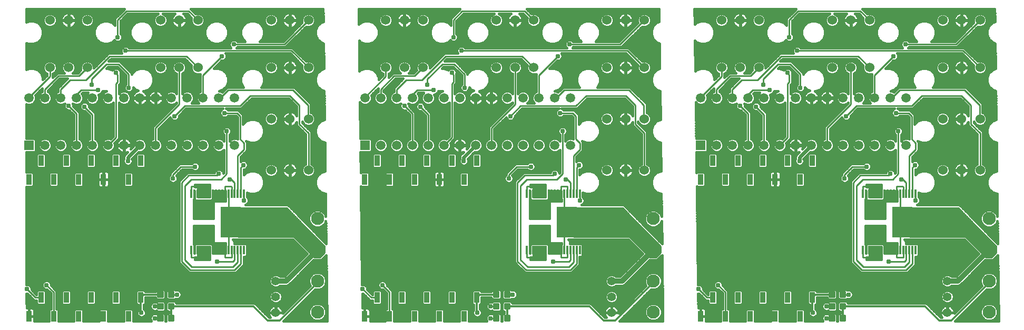
<source format=gtl>
G75*
%MOIN*%
%OFA0B0*%
%FSLAX24Y24*%
%IPPOS*%
%LPD*%
%AMOC8*
5,1,8,0,0,1.08239X$1,22.5*
%
%ADD10C,0.0550*%
%ADD11C,0.0827*%
%ADD12R,0.0127X0.0571*%
%ADD13R,0.1280X0.0787*%
%ADD14R,0.1280X0.1969*%
%ADD15R,0.0594X0.0594*%
%ADD16C,0.0594*%
%ADD17C,0.0600*%
%ADD18C,0.0118*%
%ADD19R,0.0335X0.0669*%
%ADD20C,0.0100*%
%ADD21C,0.0310*%
%ADD22C,0.0120*%
%ADD23C,0.0240*%
%ADD24C,0.0160*%
%ADD25C,0.0396*%
%ADD26C,0.0320*%
D10*
X026693Y008143D03*
X026693Y009143D03*
X026693Y010143D03*
X047943Y010143D03*
X047943Y009143D03*
X047943Y008143D03*
X069193Y008143D03*
X069193Y009143D03*
X069193Y010143D03*
D11*
X071835Y010146D03*
X071835Y008178D03*
X071835Y012128D03*
X071835Y014096D03*
X050585Y014096D03*
X050585Y012128D03*
X050585Y010146D03*
X050585Y008178D03*
X029335Y008178D03*
X029335Y010146D03*
X029335Y012128D03*
X029335Y014096D03*
D12*
X024683Y015681D03*
X024486Y015681D03*
X024289Y015681D03*
X024092Y015681D03*
X023896Y015681D03*
X023699Y015681D03*
X023502Y015681D03*
X023305Y015681D03*
X023108Y015681D03*
X022911Y015681D03*
X022715Y015681D03*
X022518Y015681D03*
X022321Y015681D03*
X022124Y015681D03*
X021927Y015681D03*
X021730Y015681D03*
X021533Y015681D03*
X021337Y015681D03*
X021337Y012098D03*
X021533Y012098D03*
X021730Y012098D03*
X021927Y012098D03*
X022124Y012098D03*
X022321Y012098D03*
X022518Y012098D03*
X022715Y012098D03*
X022911Y012098D03*
X023108Y012098D03*
X023305Y012098D03*
X023502Y012098D03*
X023699Y012098D03*
X023896Y012098D03*
X024092Y012098D03*
X024289Y012098D03*
X024486Y012098D03*
X024683Y012098D03*
X042587Y012098D03*
X042783Y012098D03*
X042980Y012098D03*
X043177Y012098D03*
X043374Y012098D03*
X043571Y012098D03*
X043768Y012098D03*
X043965Y012098D03*
X044161Y012098D03*
X044358Y012098D03*
X044555Y012098D03*
X044752Y012098D03*
X044949Y012098D03*
X045146Y012098D03*
X045342Y012098D03*
X045539Y012098D03*
X045736Y012098D03*
X045933Y012098D03*
X045933Y015681D03*
X045736Y015681D03*
X045539Y015681D03*
X045342Y015681D03*
X045146Y015681D03*
X044949Y015681D03*
X044752Y015681D03*
X044555Y015681D03*
X044358Y015681D03*
X044161Y015681D03*
X043965Y015681D03*
X043768Y015681D03*
X043571Y015681D03*
X043374Y015681D03*
X043177Y015681D03*
X042980Y015681D03*
X042783Y015681D03*
X042587Y015681D03*
X063837Y015681D03*
X064033Y015681D03*
X064230Y015681D03*
X064427Y015681D03*
X064624Y015681D03*
X064821Y015681D03*
X065018Y015681D03*
X065215Y015681D03*
X065411Y015681D03*
X065608Y015681D03*
X065805Y015681D03*
X066002Y015681D03*
X066199Y015681D03*
X066396Y015681D03*
X066592Y015681D03*
X066789Y015681D03*
X066986Y015681D03*
X067183Y015681D03*
X067183Y012098D03*
X066986Y012098D03*
X066789Y012098D03*
X066592Y012098D03*
X066396Y012098D03*
X066199Y012098D03*
X066002Y012098D03*
X065805Y012098D03*
X065608Y012098D03*
X065411Y012098D03*
X065215Y012098D03*
X065018Y012098D03*
X064821Y012098D03*
X064624Y012098D03*
X064427Y012098D03*
X064230Y012098D03*
X064033Y012098D03*
X063837Y012098D03*
D13*
X064663Y013303D03*
X064663Y014473D03*
X043413Y014473D03*
X043413Y013303D03*
X022163Y013303D03*
X022163Y014473D03*
D14*
X023853Y013883D03*
X045103Y013883D03*
X066353Y013883D03*
D15*
X053593Y018743D03*
X032343Y018743D03*
X011093Y018743D03*
D16*
X012093Y018743D03*
X013093Y018743D03*
X014093Y018743D03*
X015093Y018743D03*
X016093Y018743D03*
X017093Y018743D03*
X018093Y018743D03*
X019093Y018743D03*
X020093Y018743D03*
X021093Y018743D03*
X022093Y018743D03*
X023093Y018743D03*
X024093Y018743D03*
X024093Y021743D03*
X023093Y021743D03*
X022093Y021743D03*
X021093Y021743D03*
X020093Y021743D03*
X019093Y021743D03*
X018093Y021743D03*
X017093Y021743D03*
X016093Y021743D03*
X015093Y021743D03*
X014093Y021743D03*
X013093Y021743D03*
X012093Y021743D03*
X011093Y021743D03*
X032343Y021743D03*
X033343Y021743D03*
X034343Y021743D03*
X035343Y021743D03*
X036343Y021743D03*
X037343Y021743D03*
X038343Y021743D03*
X039343Y021743D03*
X040343Y021743D03*
X041343Y021743D03*
X042343Y021743D03*
X043343Y021743D03*
X044343Y021743D03*
X045343Y021743D03*
X045343Y018743D03*
X044343Y018743D03*
X043343Y018743D03*
X042343Y018743D03*
X041343Y018743D03*
X040343Y018743D03*
X039343Y018743D03*
X038343Y018743D03*
X037343Y018743D03*
X036343Y018743D03*
X035343Y018743D03*
X034343Y018743D03*
X033343Y018743D03*
X053593Y021743D03*
X054593Y021743D03*
X055593Y021743D03*
X056593Y021743D03*
X057593Y021743D03*
X058593Y021743D03*
X059593Y021743D03*
X060593Y021743D03*
X061593Y021743D03*
X062593Y021743D03*
X063593Y021743D03*
X064593Y021743D03*
X065593Y021743D03*
X066593Y021743D03*
X066593Y018743D03*
X065593Y018743D03*
X064593Y018743D03*
X063593Y018743D03*
X062593Y018743D03*
X061593Y018743D03*
X060593Y018743D03*
X059593Y018743D03*
X058593Y018743D03*
X057593Y018743D03*
X056593Y018743D03*
X055593Y018743D03*
X054593Y018743D03*
D17*
X050013Y017163D03*
X048833Y017163D03*
X047653Y017163D03*
X047653Y020413D03*
X048833Y020413D03*
X050013Y020413D03*
X050013Y023663D03*
X048833Y023663D03*
X047653Y023663D03*
X043013Y023663D03*
X041833Y023663D03*
X040653Y023663D03*
X036013Y023663D03*
X034833Y023663D03*
X033653Y023663D03*
X028763Y023663D03*
X027583Y023663D03*
X026403Y023663D03*
X021763Y023663D03*
X020583Y023663D03*
X019403Y023663D03*
X014763Y023663D03*
X013583Y023663D03*
X012403Y023663D03*
X012403Y026663D03*
X013583Y026663D03*
X014763Y026663D03*
X019403Y026663D03*
X020583Y026663D03*
X021763Y026663D03*
X026403Y026663D03*
X027583Y026663D03*
X028763Y026663D03*
X033653Y026663D03*
X034833Y026663D03*
X036013Y026663D03*
X040653Y026663D03*
X041833Y026663D03*
X043013Y026663D03*
X047653Y026663D03*
X048833Y026663D03*
X050013Y026663D03*
X054903Y026663D03*
X056083Y026663D03*
X057263Y026663D03*
X061903Y026663D03*
X063083Y026663D03*
X064263Y026663D03*
X068903Y026663D03*
X070083Y026663D03*
X071263Y026663D03*
X071263Y023663D03*
X070083Y023663D03*
X068903Y023663D03*
X064263Y023663D03*
X063083Y023663D03*
X061903Y023663D03*
X057263Y023663D03*
X056083Y023663D03*
X054903Y023663D03*
X068903Y020413D03*
X070083Y020413D03*
X071263Y020413D03*
X071263Y017163D03*
X070083Y017163D03*
X068903Y017163D03*
X028763Y017163D03*
X027583Y017163D03*
X026403Y017163D03*
X026403Y020413D03*
X027583Y020413D03*
X028763Y020413D03*
D18*
X020226Y009431D02*
X020226Y009155D01*
X019950Y009155D01*
X019950Y009431D01*
X020226Y009431D01*
X020226Y009272D02*
X019950Y009272D01*
X019950Y009389D02*
X020226Y009389D01*
X019536Y009431D02*
X019536Y009155D01*
X019260Y009155D01*
X019260Y009431D01*
X019536Y009431D01*
X019536Y009272D02*
X019260Y009272D01*
X019260Y009389D02*
X019536Y009389D01*
X019536Y008681D02*
X019536Y008405D01*
X019260Y008405D01*
X019260Y008681D01*
X019536Y008681D01*
X019536Y008522D02*
X019260Y008522D01*
X019260Y008639D02*
X019536Y008639D01*
X020226Y008681D02*
X020226Y008405D01*
X019950Y008405D01*
X019950Y008681D01*
X020226Y008681D01*
X020226Y008522D02*
X019950Y008522D01*
X019950Y008639D02*
X020226Y008639D01*
X019950Y007931D02*
X019950Y007655D01*
X019950Y007931D02*
X020226Y007931D01*
X020226Y007655D01*
X019950Y007655D01*
X019950Y007772D02*
X020226Y007772D01*
X020226Y007889D02*
X019950Y007889D01*
X019260Y007931D02*
X019260Y007655D01*
X019260Y007931D02*
X019536Y007931D01*
X019536Y007655D01*
X019260Y007655D01*
X019260Y007772D02*
X019536Y007772D01*
X019536Y007889D02*
X019260Y007889D01*
X040510Y007931D02*
X040510Y007655D01*
X040510Y007931D02*
X040786Y007931D01*
X040786Y007655D01*
X040510Y007655D01*
X040510Y007772D02*
X040786Y007772D01*
X040786Y007889D02*
X040510Y007889D01*
X041200Y007931D02*
X041200Y007655D01*
X041200Y007931D02*
X041476Y007931D01*
X041476Y007655D01*
X041200Y007655D01*
X041200Y007772D02*
X041476Y007772D01*
X041476Y007889D02*
X041200Y007889D01*
X041476Y008405D02*
X041476Y008681D01*
X041476Y008405D02*
X041200Y008405D01*
X041200Y008681D01*
X041476Y008681D01*
X041476Y008522D02*
X041200Y008522D01*
X041200Y008639D02*
X041476Y008639D01*
X040786Y008681D02*
X040786Y008405D01*
X040510Y008405D01*
X040510Y008681D01*
X040786Y008681D01*
X040786Y008522D02*
X040510Y008522D01*
X040510Y008639D02*
X040786Y008639D01*
X040786Y009155D02*
X040786Y009431D01*
X040786Y009155D02*
X040510Y009155D01*
X040510Y009431D01*
X040786Y009431D01*
X040786Y009272D02*
X040510Y009272D01*
X040510Y009389D02*
X040786Y009389D01*
X041476Y009431D02*
X041476Y009155D01*
X041200Y009155D01*
X041200Y009431D01*
X041476Y009431D01*
X041476Y009272D02*
X041200Y009272D01*
X041200Y009389D02*
X041476Y009389D01*
X062036Y009431D02*
X062036Y009155D01*
X061760Y009155D01*
X061760Y009431D01*
X062036Y009431D01*
X062036Y009272D02*
X061760Y009272D01*
X061760Y009389D02*
X062036Y009389D01*
X062726Y009431D02*
X062726Y009155D01*
X062450Y009155D01*
X062450Y009431D01*
X062726Y009431D01*
X062726Y009272D02*
X062450Y009272D01*
X062450Y009389D02*
X062726Y009389D01*
X062726Y008681D02*
X062726Y008405D01*
X062450Y008405D01*
X062450Y008681D01*
X062726Y008681D01*
X062726Y008522D02*
X062450Y008522D01*
X062450Y008639D02*
X062726Y008639D01*
X062036Y008681D02*
X062036Y008405D01*
X061760Y008405D01*
X061760Y008681D01*
X062036Y008681D01*
X062036Y008522D02*
X061760Y008522D01*
X061760Y008639D02*
X062036Y008639D01*
X061760Y007931D02*
X061760Y007655D01*
X061760Y007931D02*
X062036Y007931D01*
X062036Y007655D01*
X061760Y007655D01*
X061760Y007772D02*
X062036Y007772D01*
X062036Y007889D02*
X061760Y007889D01*
X062450Y007931D02*
X062450Y007655D01*
X062450Y007931D02*
X062726Y007931D01*
X062726Y007655D01*
X062450Y007655D01*
X062450Y007772D02*
X062726Y007772D01*
X062726Y007889D02*
X062450Y007889D01*
D19*
X060655Y009103D03*
X059081Y009103D03*
X057506Y009103D03*
X055931Y009103D03*
X054356Y009103D03*
X053569Y007922D03*
X055144Y007922D03*
X056718Y007922D03*
X058293Y007922D03*
X059868Y007922D03*
X039405Y009103D03*
X037831Y009103D03*
X036256Y009103D03*
X034681Y009103D03*
X033106Y009103D03*
X032319Y007922D03*
X033894Y007922D03*
X035468Y007922D03*
X037043Y007922D03*
X038618Y007922D03*
X018155Y009103D03*
X016581Y009103D03*
X015006Y009103D03*
X013431Y009103D03*
X011856Y009103D03*
X011069Y007922D03*
X012644Y007922D03*
X014218Y007922D03*
X015793Y007922D03*
X017368Y007922D03*
X017368Y016583D03*
X015793Y016583D03*
X014218Y016583D03*
X012644Y016583D03*
X011069Y016583D03*
X011856Y017765D03*
X013431Y017765D03*
X015006Y017765D03*
X016581Y017765D03*
X018155Y017765D03*
X032319Y016583D03*
X033894Y016583D03*
X035468Y016583D03*
X037043Y016583D03*
X038618Y016583D03*
X037831Y017765D03*
X039405Y017765D03*
X036256Y017765D03*
X034681Y017765D03*
X033106Y017765D03*
X053569Y016583D03*
X055144Y016583D03*
X056718Y016583D03*
X058293Y016583D03*
X059868Y016583D03*
X059081Y017765D03*
X060655Y017765D03*
X057506Y017765D03*
X055931Y017765D03*
X054356Y017765D03*
D20*
X056593Y018743D02*
X056593Y020743D01*
X056093Y021243D01*
X056593Y021743D02*
X056593Y021943D01*
X056893Y022243D01*
X057943Y022243D01*
X057543Y022593D02*
X057543Y022943D01*
X058493Y023893D01*
X059243Y023893D01*
X059893Y023243D01*
X059893Y022393D01*
X059193Y022743D02*
X059093Y022643D01*
X059093Y019243D01*
X058593Y018743D01*
X057593Y018743D02*
X057593Y020693D01*
X057093Y021193D01*
X055593Y021743D02*
X055593Y022293D01*
X056193Y022893D01*
X057193Y022893D01*
X058693Y024393D01*
X063533Y024393D01*
X064263Y023663D01*
X063093Y023653D02*
X063083Y023663D01*
X063093Y023653D02*
X063093Y021343D01*
X061593Y019843D01*
X061593Y018743D01*
X063193Y017393D02*
X064093Y017393D01*
X063193Y017393D02*
X062693Y016893D01*
X062693Y016643D01*
X063243Y016393D02*
X063693Y016843D01*
X065493Y016843D01*
X065593Y016943D01*
X065743Y016593D02*
X063843Y016593D01*
X063443Y016193D01*
X063443Y011493D01*
X063893Y011043D01*
X066493Y011043D01*
X066793Y011343D01*
X066793Y012094D01*
X066789Y012098D01*
X066593Y012098D02*
X066592Y012098D01*
X066593Y012098D02*
X066593Y011493D01*
X066493Y011393D01*
X065493Y011393D01*
X065043Y011493D02*
X065043Y012343D01*
X064243Y012343D01*
X064243Y011693D01*
X064043Y011693D01*
X064043Y011493D01*
X065043Y011493D01*
X065043Y011576D02*
X064043Y011576D01*
X064043Y011674D02*
X065043Y011674D01*
X065043Y011773D02*
X064243Y011773D01*
X064243Y011871D02*
X065043Y011871D01*
X065043Y011970D02*
X064243Y011970D01*
X064243Y012068D02*
X065043Y012068D01*
X065043Y012167D02*
X064243Y012167D01*
X064230Y012098D02*
X064243Y012085D01*
X064243Y011643D01*
X063843Y011643D01*
X063837Y011650D01*
X063837Y012098D01*
X064000Y012068D02*
X064067Y012068D01*
X064067Y011970D02*
X064000Y011970D01*
X064000Y011893D02*
X064000Y012425D01*
X063993Y012432D01*
X063993Y013693D01*
X065293Y013693D01*
X065293Y012593D01*
X066049Y012593D01*
X066049Y012438D01*
X066035Y012425D01*
X066035Y011893D01*
X065193Y011893D01*
X065193Y012405D01*
X065181Y012417D01*
X065181Y012425D01*
X065122Y012483D01*
X065115Y012483D01*
X065105Y012493D01*
X064181Y012493D01*
X064171Y012483D01*
X064125Y012483D01*
X064067Y012425D01*
X064067Y011893D01*
X064000Y011893D01*
X064000Y012167D02*
X064067Y012167D01*
X064067Y012265D02*
X064000Y012265D01*
X064000Y012364D02*
X064067Y012364D01*
X064104Y012462D02*
X063993Y012462D01*
X063993Y012561D02*
X066049Y012561D01*
X066049Y012462D02*
X065144Y012462D01*
X065193Y012364D02*
X066035Y012364D01*
X066035Y012265D02*
X065193Y012265D01*
X065193Y012167D02*
X066035Y012167D01*
X066002Y012098D02*
X065993Y012089D01*
X065993Y011643D01*
X066393Y011643D01*
X066396Y011646D01*
X066396Y012098D01*
X066199Y012098D02*
X066199Y013137D01*
X066199Y013729D01*
X066353Y013883D01*
X066193Y013841D02*
X070825Y013841D01*
X070729Y013940D02*
X066193Y013940D01*
X066193Y014038D02*
X070632Y014038D01*
X070536Y014137D02*
X066193Y014137D01*
X066193Y014235D02*
X070439Y014235D01*
X070343Y014334D02*
X066193Y014334D01*
X066193Y014432D02*
X070246Y014432D01*
X070150Y014531D02*
X066193Y014531D01*
X066193Y014629D02*
X070053Y014629D01*
X069957Y014728D02*
X066193Y014728D01*
X066193Y014793D02*
X069893Y014793D01*
X072293Y012343D01*
X072293Y011943D01*
X071993Y011643D01*
X071643Y011643D01*
X070343Y012943D01*
X066843Y012943D01*
X066193Y013593D01*
X066193Y014793D01*
X066199Y014649D02*
X066193Y014643D01*
X066199Y014649D02*
X066199Y015681D01*
X066035Y015713D02*
X065181Y015713D01*
X065181Y015811D02*
X066035Y015811D01*
X066035Y015893D02*
X066035Y015354D01*
X066049Y015340D01*
X066049Y015193D01*
X065293Y015193D01*
X065293Y014093D01*
X063993Y014093D01*
X063993Y015347D01*
X064000Y015354D01*
X064000Y015893D01*
X064067Y015893D01*
X064067Y015354D01*
X064125Y015295D01*
X065122Y015295D01*
X065181Y015354D01*
X065181Y015893D01*
X066035Y015893D01*
X065993Y015690D02*
X066002Y015681D01*
X065993Y015690D02*
X065993Y016143D01*
X066393Y016143D01*
X066396Y016091D01*
X066396Y015681D01*
X066592Y015681D02*
X066593Y015681D01*
X066593Y016393D01*
X066393Y016593D01*
X066293Y016593D01*
X066093Y016943D02*
X065743Y016593D01*
X066093Y016943D02*
X066093Y019643D01*
X066943Y019143D02*
X067193Y018893D01*
X067193Y018493D01*
X066793Y018093D01*
X066793Y015684D01*
X066789Y015681D01*
X066986Y015681D02*
X066986Y017337D01*
X067143Y017493D01*
X065043Y016293D02*
X064043Y016293D01*
X064043Y016093D01*
X064243Y016093D01*
X064243Y015443D01*
X065043Y015443D01*
X065043Y016293D01*
X065043Y016205D02*
X064043Y016205D01*
X064043Y016107D02*
X065043Y016107D01*
X065043Y016008D02*
X064243Y016008D01*
X064243Y015910D02*
X065043Y015910D01*
X065043Y015893D02*
X065043Y015443D01*
X064243Y015443D01*
X064243Y015893D01*
X065043Y015893D01*
X065043Y015811D02*
X064243Y015811D01*
X065043Y015811D01*
X065043Y015713D02*
X064243Y015713D01*
X065043Y015713D01*
X065043Y015614D02*
X064243Y015614D01*
X065043Y015614D01*
X065043Y015516D02*
X064243Y015516D01*
X065043Y015516D01*
X065181Y015516D02*
X066035Y015516D01*
X066035Y015614D02*
X065181Y015614D01*
X065181Y015417D02*
X066035Y015417D01*
X066049Y015319D02*
X065146Y015319D01*
X065293Y015122D02*
X063993Y015122D01*
X063993Y015220D02*
X066049Y015220D01*
X065293Y015023D02*
X063993Y015023D01*
X063993Y014925D02*
X065293Y014925D01*
X065293Y014826D02*
X063993Y014826D01*
X063993Y014728D02*
X065293Y014728D01*
X065293Y014629D02*
X063993Y014629D01*
X063993Y014531D02*
X065293Y014531D01*
X065293Y014432D02*
X063993Y014432D01*
X063993Y014334D02*
X065293Y014334D01*
X065293Y014235D02*
X063993Y014235D01*
X063993Y014137D02*
X065293Y014137D01*
X066193Y013743D02*
X070922Y013743D01*
X071018Y013644D02*
X066193Y013644D01*
X066240Y013546D02*
X071115Y013546D01*
X071211Y013447D02*
X066339Y013447D01*
X066437Y013349D02*
X071308Y013349D01*
X071404Y013250D02*
X066536Y013250D01*
X066634Y013152D02*
X071501Y013152D01*
X071597Y013053D02*
X066733Y013053D01*
X066831Y012955D02*
X071694Y012955D01*
X071790Y012856D02*
X070430Y012856D01*
X070528Y012758D02*
X071887Y012758D01*
X071983Y012659D02*
X070627Y012659D01*
X070725Y012561D02*
X072080Y012561D01*
X072176Y012462D02*
X070824Y012462D01*
X070922Y012364D02*
X072273Y012364D01*
X072293Y012265D02*
X071021Y012265D01*
X071119Y012167D02*
X072293Y012167D01*
X072293Y012068D02*
X071218Y012068D01*
X071316Y011970D02*
X072293Y011970D01*
X072221Y011871D02*
X071415Y011871D01*
X071513Y011773D02*
X072122Y011773D01*
X072024Y011674D02*
X071612Y011674D01*
X066986Y012098D02*
X066986Y011237D01*
X066593Y010843D01*
X063793Y010843D01*
X063243Y011393D01*
X063243Y016393D01*
X063837Y016137D02*
X063843Y016143D01*
X064243Y016143D01*
X064243Y015693D01*
X064230Y015681D01*
X064067Y015713D02*
X064000Y015713D01*
X064000Y015811D02*
X064067Y015811D01*
X064067Y015614D02*
X064000Y015614D01*
X064000Y015516D02*
X064067Y015516D01*
X064067Y015417D02*
X064000Y015417D01*
X063993Y015319D02*
X064102Y015319D01*
X063837Y015681D02*
X063837Y016137D01*
X067183Y015681D02*
X067193Y015671D01*
X067193Y015243D01*
X065293Y013644D02*
X063993Y013644D01*
X063993Y013546D02*
X065293Y013546D01*
X065293Y013447D02*
X063993Y013447D01*
X063993Y013349D02*
X065293Y013349D01*
X065293Y013250D02*
X063993Y013250D01*
X063993Y013152D02*
X065293Y013152D01*
X065293Y013053D02*
X063993Y013053D01*
X063993Y012955D02*
X065293Y012955D01*
X065293Y012856D02*
X063993Y012856D01*
X063993Y012758D02*
X065293Y012758D01*
X065293Y012659D02*
X063993Y012659D01*
X064243Y012265D02*
X065043Y012265D01*
X065193Y012068D02*
X066035Y012068D01*
X066035Y011970D02*
X065193Y011970D01*
X066199Y013137D02*
X066193Y013143D01*
X062943Y009293D02*
X062588Y009293D01*
X061898Y008543D02*
X061543Y008543D01*
X061543Y007793D02*
X061898Y007793D01*
X055144Y007922D02*
X055144Y009443D01*
X054693Y009893D01*
X053983Y009103D02*
X053443Y009643D01*
X053983Y009103D02*
X054356Y009103D01*
X051043Y011943D02*
X050743Y011643D01*
X050393Y011643D01*
X049093Y012943D01*
X045593Y012943D01*
X044943Y013593D01*
X044943Y014793D01*
X048643Y014793D01*
X051043Y012343D01*
X051043Y011943D01*
X051043Y011970D02*
X050066Y011970D01*
X049968Y012068D02*
X051043Y012068D01*
X051043Y012167D02*
X049869Y012167D01*
X049771Y012265D02*
X051043Y012265D01*
X051023Y012364D02*
X049672Y012364D01*
X049574Y012462D02*
X050926Y012462D01*
X050830Y012561D02*
X049475Y012561D01*
X049377Y012659D02*
X050733Y012659D01*
X050637Y012758D02*
X049278Y012758D01*
X049180Y012856D02*
X050540Y012856D01*
X050444Y012955D02*
X045581Y012955D01*
X045483Y013053D02*
X050347Y013053D01*
X050251Y013152D02*
X045384Y013152D01*
X045286Y013250D02*
X050154Y013250D01*
X050058Y013349D02*
X045187Y013349D01*
X045089Y013447D02*
X049961Y013447D01*
X049865Y013546D02*
X044990Y013546D01*
X044943Y013644D02*
X049768Y013644D01*
X049672Y013743D02*
X044943Y013743D01*
X044949Y013729D02*
X045103Y013883D01*
X044943Y013841D02*
X049575Y013841D01*
X049479Y013940D02*
X044943Y013940D01*
X044943Y014038D02*
X049382Y014038D01*
X049286Y014137D02*
X044943Y014137D01*
X044943Y014235D02*
X049189Y014235D01*
X049093Y014334D02*
X044943Y014334D01*
X044943Y014432D02*
X048996Y014432D01*
X048900Y014531D02*
X044943Y014531D01*
X044943Y014629D02*
X048803Y014629D01*
X048707Y014728D02*
X044943Y014728D01*
X044949Y014649D02*
X044943Y014643D01*
X044949Y014649D02*
X044949Y015681D01*
X044785Y015713D02*
X043931Y015713D01*
X043931Y015811D02*
X044785Y015811D01*
X044785Y015893D02*
X044785Y015354D01*
X044799Y015340D01*
X044799Y015193D01*
X044043Y015193D01*
X044043Y014093D01*
X042743Y014093D01*
X042743Y015347D01*
X042750Y015354D01*
X042750Y015893D01*
X042817Y015893D01*
X042817Y015354D01*
X042875Y015295D01*
X043872Y015295D01*
X043931Y015354D01*
X043931Y015893D01*
X044785Y015893D01*
X044743Y015690D02*
X044743Y016143D01*
X045143Y016143D01*
X045146Y016091D01*
X045146Y015681D01*
X045342Y015681D02*
X045343Y015681D01*
X045343Y016393D01*
X045143Y016593D01*
X045043Y016593D01*
X044843Y016943D02*
X044493Y016593D01*
X042593Y016593D01*
X042193Y016193D01*
X042193Y011493D01*
X042643Y011043D01*
X045243Y011043D01*
X045543Y011343D01*
X045543Y012094D01*
X045539Y012098D01*
X045343Y012098D02*
X045342Y012098D01*
X045343Y012098D02*
X045343Y011493D01*
X045243Y011393D01*
X044243Y011393D01*
X043793Y011493D02*
X043793Y012343D01*
X042993Y012343D01*
X042993Y011693D01*
X042793Y011693D01*
X042793Y011493D01*
X043793Y011493D01*
X043793Y011576D02*
X042793Y011576D01*
X042793Y011674D02*
X043793Y011674D01*
X043793Y011773D02*
X042993Y011773D01*
X042993Y011871D02*
X043793Y011871D01*
X043793Y011970D02*
X042993Y011970D01*
X042993Y012068D02*
X043793Y012068D01*
X043793Y012167D02*
X042993Y012167D01*
X042980Y012098D02*
X042993Y012085D01*
X042993Y011643D01*
X042593Y011643D01*
X042587Y011650D01*
X042587Y012098D01*
X042750Y012068D02*
X042817Y012068D01*
X042817Y011970D02*
X042750Y011970D01*
X042750Y011893D02*
X042750Y012425D01*
X042743Y012432D01*
X042743Y013693D01*
X044043Y013693D01*
X044043Y012593D01*
X044799Y012593D01*
X044799Y012438D01*
X044785Y012425D01*
X044785Y011893D01*
X043943Y011893D01*
X043943Y012405D01*
X043931Y012417D01*
X043931Y012425D01*
X043872Y012483D01*
X043865Y012483D01*
X043855Y012493D01*
X042931Y012493D01*
X042921Y012483D01*
X042875Y012483D01*
X042817Y012425D01*
X042817Y011893D01*
X042750Y011893D01*
X042750Y012167D02*
X042817Y012167D01*
X042817Y012265D02*
X042750Y012265D01*
X042750Y012364D02*
X042817Y012364D01*
X042854Y012462D02*
X042743Y012462D01*
X042743Y012561D02*
X044799Y012561D01*
X044799Y012462D02*
X043894Y012462D01*
X043943Y012364D02*
X044785Y012364D01*
X044785Y012265D02*
X043943Y012265D01*
X043943Y012167D02*
X044785Y012167D01*
X044752Y012098D02*
X044743Y012089D01*
X044743Y011643D01*
X045143Y011643D01*
X045146Y011646D01*
X045146Y012098D01*
X044949Y012098D02*
X044949Y013137D01*
X044949Y013729D01*
X044043Y013644D02*
X042743Y013644D01*
X042743Y013546D02*
X044043Y013546D01*
X044043Y013447D02*
X042743Y013447D01*
X042743Y013349D02*
X044043Y013349D01*
X044043Y013250D02*
X042743Y013250D01*
X042743Y013152D02*
X044043Y013152D01*
X044043Y013053D02*
X042743Y013053D01*
X042743Y012955D02*
X044043Y012955D01*
X044043Y012856D02*
X042743Y012856D01*
X042743Y012758D02*
X044043Y012758D01*
X044043Y012659D02*
X042743Y012659D01*
X042993Y012265D02*
X043793Y012265D01*
X043943Y012068D02*
X044785Y012068D01*
X044785Y011970D02*
X043943Y011970D01*
X042543Y010843D02*
X041993Y011393D01*
X041993Y016393D01*
X042443Y016843D01*
X044243Y016843D01*
X044343Y016943D01*
X044843Y016943D02*
X044843Y019643D01*
X045693Y019143D02*
X045943Y018893D01*
X045943Y018493D01*
X045543Y018093D01*
X045543Y015684D01*
X045539Y015681D01*
X045736Y015681D02*
X045736Y017337D01*
X045893Y017493D01*
X043793Y016293D02*
X042793Y016293D01*
X042793Y016093D01*
X042993Y016093D01*
X042993Y015443D01*
X043793Y015443D01*
X043793Y016293D01*
X043793Y016205D02*
X042793Y016205D01*
X042793Y016107D02*
X043793Y016107D01*
X043793Y016008D02*
X042993Y016008D01*
X042993Y015910D02*
X043793Y015910D01*
X043793Y015893D02*
X043793Y015443D01*
X042993Y015443D01*
X042993Y015893D01*
X043793Y015893D01*
X043793Y015811D02*
X042993Y015811D01*
X043793Y015811D01*
X043793Y015713D02*
X042993Y015713D01*
X043793Y015713D01*
X043793Y015614D02*
X042993Y015614D01*
X043793Y015614D01*
X043793Y015516D02*
X042993Y015516D01*
X043793Y015516D01*
X043931Y015516D02*
X044785Y015516D01*
X044785Y015614D02*
X043931Y015614D01*
X043931Y015417D02*
X044785Y015417D01*
X044799Y015319D02*
X043896Y015319D01*
X044043Y015122D02*
X042743Y015122D01*
X042743Y015220D02*
X044799Y015220D01*
X044043Y015023D02*
X042743Y015023D01*
X042743Y014925D02*
X044043Y014925D01*
X044043Y014826D02*
X042743Y014826D01*
X042743Y014728D02*
X044043Y014728D01*
X044043Y014629D02*
X042743Y014629D01*
X042743Y014531D02*
X044043Y014531D01*
X044043Y014432D02*
X042743Y014432D01*
X042743Y014334D02*
X044043Y014334D01*
X044043Y014235D02*
X042743Y014235D01*
X042743Y014137D02*
X044043Y014137D01*
X044943Y013143D02*
X044949Y013137D01*
X045736Y012098D02*
X045736Y011237D01*
X045343Y010843D01*
X042543Y010843D01*
X041693Y009293D02*
X041338Y009293D01*
X040648Y008543D02*
X040293Y008543D01*
X040293Y007793D02*
X040648Y007793D01*
X033894Y007922D02*
X033894Y009443D01*
X033443Y009893D01*
X032733Y009103D02*
X032193Y009643D01*
X032733Y009103D02*
X033106Y009103D01*
X029793Y011943D02*
X029493Y011643D01*
X029143Y011643D01*
X027843Y012943D01*
X024343Y012943D01*
X023693Y013593D01*
X023693Y014793D01*
X027393Y014793D01*
X029793Y012343D01*
X029793Y011943D01*
X029793Y011970D02*
X028816Y011970D01*
X028718Y012068D02*
X029793Y012068D01*
X029793Y012167D02*
X028619Y012167D01*
X028521Y012265D02*
X029793Y012265D01*
X029773Y012364D02*
X028422Y012364D01*
X028324Y012462D02*
X029676Y012462D01*
X029580Y012561D02*
X028225Y012561D01*
X028127Y012659D02*
X029483Y012659D01*
X029387Y012758D02*
X028028Y012758D01*
X027930Y012856D02*
X029290Y012856D01*
X029194Y012955D02*
X024331Y012955D01*
X024233Y013053D02*
X029097Y013053D01*
X029001Y013152D02*
X024134Y013152D01*
X024036Y013250D02*
X028904Y013250D01*
X028808Y013349D02*
X023937Y013349D01*
X023839Y013447D02*
X028711Y013447D01*
X028615Y013546D02*
X023740Y013546D01*
X023693Y013644D02*
X028518Y013644D01*
X028422Y013743D02*
X023693Y013743D01*
X023699Y013729D02*
X023853Y013883D01*
X023693Y013841D02*
X028325Y013841D01*
X028229Y013940D02*
X023693Y013940D01*
X023693Y014038D02*
X028132Y014038D01*
X028036Y014137D02*
X023693Y014137D01*
X023693Y014235D02*
X027939Y014235D01*
X027843Y014334D02*
X023693Y014334D01*
X023693Y014432D02*
X027746Y014432D01*
X027650Y014531D02*
X023693Y014531D01*
X023693Y014629D02*
X027553Y014629D01*
X027457Y014728D02*
X023693Y014728D01*
X023699Y014649D02*
X023693Y014643D01*
X023699Y014649D02*
X023699Y015681D01*
X023535Y015713D02*
X022681Y015713D01*
X022681Y015811D02*
X023535Y015811D01*
X023535Y015893D02*
X023535Y015354D01*
X023549Y015340D01*
X023549Y015193D01*
X022793Y015193D01*
X022793Y014093D01*
X021493Y014093D01*
X021493Y015347D01*
X021500Y015354D01*
X021500Y015893D01*
X021567Y015893D01*
X021567Y015354D01*
X021625Y015295D01*
X022622Y015295D01*
X022681Y015354D01*
X022681Y015893D01*
X023535Y015893D01*
X023493Y015690D02*
X023493Y016143D01*
X023893Y016143D01*
X023896Y016091D01*
X023896Y015681D01*
X024092Y015681D02*
X024093Y015681D01*
X024093Y016393D01*
X023893Y016593D01*
X023793Y016593D01*
X023593Y016943D02*
X023243Y016593D01*
X021343Y016593D01*
X020943Y016193D01*
X020943Y011493D01*
X021393Y011043D01*
X023993Y011043D01*
X024293Y011343D01*
X024293Y012094D01*
X024289Y012098D01*
X024093Y012098D02*
X024092Y012098D01*
X024093Y012098D02*
X024093Y011493D01*
X023993Y011393D01*
X022993Y011393D01*
X022543Y011493D02*
X022543Y012343D01*
X021743Y012343D01*
X021743Y011693D01*
X021543Y011693D01*
X021543Y011493D01*
X022543Y011493D01*
X022543Y011576D02*
X021543Y011576D01*
X021543Y011674D02*
X022543Y011674D01*
X022543Y011773D02*
X021743Y011773D01*
X021743Y011871D02*
X022543Y011871D01*
X022543Y011970D02*
X021743Y011970D01*
X021743Y012068D02*
X022543Y012068D01*
X022543Y012167D02*
X021743Y012167D01*
X021730Y012098D02*
X021743Y012085D01*
X021743Y011643D01*
X021343Y011643D01*
X021337Y011650D01*
X021337Y012098D01*
X021500Y012068D02*
X021567Y012068D01*
X021567Y011970D02*
X021500Y011970D01*
X021500Y011893D02*
X021500Y012425D01*
X021493Y012432D01*
X021493Y013693D01*
X022793Y013693D01*
X022793Y012593D01*
X023549Y012593D01*
X023549Y012438D01*
X023535Y012425D01*
X023535Y011893D01*
X022693Y011893D01*
X022693Y012405D01*
X022681Y012417D01*
X022681Y012425D01*
X022622Y012483D01*
X022615Y012483D01*
X022605Y012493D01*
X021681Y012493D01*
X021671Y012483D01*
X021625Y012483D01*
X021567Y012425D01*
X021567Y011893D01*
X021500Y011893D01*
X021500Y012167D02*
X021567Y012167D01*
X021567Y012265D02*
X021500Y012265D01*
X021500Y012364D02*
X021567Y012364D01*
X021604Y012462D02*
X021493Y012462D01*
X021493Y012561D02*
X023549Y012561D01*
X023549Y012462D02*
X022644Y012462D01*
X022693Y012364D02*
X023535Y012364D01*
X023535Y012265D02*
X022693Y012265D01*
X022693Y012167D02*
X023535Y012167D01*
X023502Y012098D02*
X023493Y012089D01*
X023493Y011643D01*
X023893Y011643D01*
X023896Y011646D01*
X023896Y012098D01*
X023699Y012098D02*
X023699Y013137D01*
X023699Y013729D01*
X022793Y013644D02*
X021493Y013644D01*
X021493Y013546D02*
X022793Y013546D01*
X022793Y013447D02*
X021493Y013447D01*
X021493Y013349D02*
X022793Y013349D01*
X022793Y013250D02*
X021493Y013250D01*
X021493Y013152D02*
X022793Y013152D01*
X022793Y013053D02*
X021493Y013053D01*
X021493Y012955D02*
X022793Y012955D01*
X022793Y012856D02*
X021493Y012856D01*
X021493Y012758D02*
X022793Y012758D01*
X022793Y012659D02*
X021493Y012659D01*
X021743Y012265D02*
X022543Y012265D01*
X022693Y012068D02*
X023535Y012068D01*
X023535Y011970D02*
X022693Y011970D01*
X021293Y010843D02*
X020743Y011393D01*
X020743Y016393D01*
X021193Y016843D01*
X022993Y016843D01*
X023093Y016943D01*
X023593Y016943D02*
X023593Y019643D01*
X024443Y019143D02*
X024693Y018893D01*
X024693Y018493D01*
X024293Y018093D01*
X024293Y015684D01*
X024289Y015681D01*
X024486Y015681D02*
X024486Y017337D01*
X024643Y017493D01*
X022543Y016293D02*
X021543Y016293D01*
X021543Y016093D01*
X021743Y016093D01*
X021743Y015443D01*
X022543Y015443D01*
X022543Y016293D01*
X022543Y016205D02*
X021543Y016205D01*
X021543Y016107D02*
X022543Y016107D01*
X022543Y016008D02*
X021743Y016008D01*
X021743Y015910D02*
X022543Y015910D01*
X022543Y015893D02*
X022543Y015443D01*
X021743Y015443D01*
X021743Y015893D01*
X022543Y015893D01*
X022543Y015811D02*
X021743Y015811D01*
X022543Y015811D01*
X022543Y015713D02*
X021743Y015713D01*
X022543Y015713D01*
X022543Y015614D02*
X021743Y015614D01*
X022543Y015614D01*
X022543Y015516D02*
X021743Y015516D01*
X022543Y015516D01*
X022681Y015516D02*
X023535Y015516D01*
X023535Y015614D02*
X022681Y015614D01*
X022681Y015417D02*
X023535Y015417D01*
X023549Y015319D02*
X022646Y015319D01*
X022793Y015122D02*
X021493Y015122D01*
X021493Y015220D02*
X023549Y015220D01*
X022793Y015023D02*
X021493Y015023D01*
X021493Y014925D02*
X022793Y014925D01*
X022793Y014826D02*
X021493Y014826D01*
X021493Y014728D02*
X022793Y014728D01*
X022793Y014629D02*
X021493Y014629D01*
X021493Y014531D02*
X022793Y014531D01*
X022793Y014432D02*
X021493Y014432D01*
X021493Y014334D02*
X022793Y014334D01*
X022793Y014235D02*
X021493Y014235D01*
X021493Y014137D02*
X022793Y014137D01*
X023693Y013143D02*
X023699Y013137D01*
X024486Y012098D02*
X024486Y011237D01*
X024093Y010843D01*
X021293Y010843D01*
X020443Y009293D02*
X020088Y009293D01*
X019398Y008543D02*
X019043Y008543D01*
X019043Y007793D02*
X019398Y007793D01*
X012644Y007922D02*
X012644Y009443D01*
X012193Y009893D01*
X011483Y009103D02*
X010943Y009643D01*
X011483Y009103D02*
X011856Y009103D01*
X021493Y015319D02*
X021602Y015319D01*
X021567Y015417D02*
X021500Y015417D01*
X021500Y015516D02*
X021567Y015516D01*
X021567Y015614D02*
X021500Y015614D01*
X021500Y015713D02*
X021567Y015713D01*
X021567Y015811D02*
X021500Y015811D01*
X021337Y015681D02*
X021337Y016137D01*
X021343Y016143D01*
X021743Y016143D01*
X021743Y015693D01*
X021730Y015681D01*
X023493Y015690D02*
X023502Y015681D01*
X024683Y015681D02*
X024693Y015671D01*
X024693Y015243D01*
X020693Y017393D02*
X020193Y016893D01*
X020193Y016643D01*
X020693Y017393D02*
X021593Y017393D01*
X019093Y018743D02*
X019093Y019843D01*
X020593Y021343D01*
X020593Y023653D01*
X020583Y023663D01*
X021033Y024393D02*
X021763Y023663D01*
X022093Y023193D02*
X023293Y024393D01*
X024043Y025143D02*
X027243Y025143D01*
X028763Y026663D01*
X027683Y024743D02*
X028763Y023663D01*
X027683Y024743D02*
X017193Y024743D01*
X016193Y024393D02*
X021033Y024393D01*
X022093Y023193D02*
X022093Y021743D01*
X023093Y021743D02*
X023193Y021743D01*
X023693Y022243D01*
X027793Y022243D01*
X028743Y021293D01*
X028743Y020433D01*
X028763Y020413D01*
X028193Y020093D02*
X028193Y021293D01*
X027593Y021893D01*
X025093Y021893D01*
X024443Y021243D01*
X020943Y021243D01*
X020293Y020593D01*
X023443Y020793D02*
X024243Y020793D01*
X024443Y020593D01*
X024443Y019143D01*
X028193Y020093D02*
X028763Y019523D01*
X028763Y017163D01*
X035343Y018743D02*
X035343Y020743D01*
X034843Y021243D01*
X035343Y021743D02*
X035343Y021943D01*
X035643Y022243D01*
X036693Y022243D01*
X036293Y022593D02*
X036293Y022943D01*
X037243Y023893D01*
X037993Y023893D01*
X038643Y023243D01*
X038643Y022393D01*
X037943Y022743D02*
X037843Y022643D01*
X037843Y019243D01*
X037343Y018743D01*
X036343Y018743D02*
X036343Y020693D01*
X035843Y021193D01*
X034343Y021743D02*
X034343Y022293D01*
X034943Y022893D01*
X035943Y022893D01*
X037443Y024393D01*
X042283Y024393D01*
X043013Y023663D01*
X041843Y023653D02*
X041833Y023663D01*
X041843Y023653D02*
X041843Y021343D01*
X040343Y019843D01*
X040343Y018743D01*
X041943Y017393D02*
X042843Y017393D01*
X041943Y017393D02*
X041443Y016893D01*
X041443Y016643D01*
X042587Y016137D02*
X042593Y016143D01*
X042993Y016143D01*
X042993Y015693D01*
X042980Y015681D01*
X042817Y015713D02*
X042750Y015713D01*
X042750Y015811D02*
X042817Y015811D01*
X042817Y015614D02*
X042750Y015614D01*
X042750Y015516D02*
X042817Y015516D01*
X042817Y015417D02*
X042750Y015417D01*
X042743Y015319D02*
X042852Y015319D01*
X042587Y015681D02*
X042587Y016137D01*
X044743Y015690D02*
X044752Y015681D01*
X045933Y015681D02*
X045943Y015671D01*
X045943Y015243D01*
X050013Y017163D02*
X050013Y019523D01*
X049443Y020093D01*
X049443Y021293D01*
X048843Y021893D01*
X046343Y021893D01*
X045693Y021243D01*
X042193Y021243D01*
X041543Y020593D01*
X043343Y021743D02*
X043343Y023193D01*
X044543Y024393D01*
X045293Y025143D02*
X048493Y025143D01*
X050013Y026663D01*
X048933Y024743D02*
X050013Y023663D01*
X048933Y024743D02*
X038443Y024743D01*
X037943Y025593D02*
X037943Y026693D01*
X038493Y027243D01*
X042433Y027243D01*
X043013Y026663D01*
X036013Y023663D02*
X035493Y023143D01*
X034193Y023143D01*
X033343Y022293D01*
X033343Y021743D01*
X032343Y021743D02*
X032343Y021793D01*
X033653Y023103D01*
X033653Y023663D01*
X037843Y023343D02*
X037943Y023193D01*
X037943Y022743D01*
X044343Y021743D02*
X044443Y021743D01*
X044943Y022243D01*
X049043Y022243D01*
X049993Y021293D01*
X049993Y020433D01*
X050013Y020413D01*
X053593Y021743D02*
X053593Y021793D01*
X054903Y023103D01*
X054903Y023663D01*
X055443Y023143D02*
X056743Y023143D01*
X057263Y023663D01*
X059093Y023343D02*
X059193Y023193D01*
X059193Y022743D01*
X055443Y023143D02*
X054593Y022293D01*
X054593Y021743D01*
X059693Y024743D02*
X070183Y024743D01*
X071263Y023663D01*
X070293Y022243D02*
X071243Y021293D01*
X071243Y020433D01*
X071263Y020413D01*
X070693Y020093D02*
X070693Y021293D01*
X070093Y021893D01*
X067593Y021893D01*
X066943Y021243D01*
X063443Y021243D01*
X062793Y020593D01*
X064593Y021743D02*
X064593Y023193D01*
X065793Y024393D01*
X066543Y025143D02*
X069743Y025143D01*
X071263Y026663D01*
X064263Y026663D02*
X063683Y027243D01*
X059743Y027243D01*
X059193Y026693D01*
X059193Y025593D01*
X065693Y021743D02*
X066193Y022243D01*
X070293Y022243D01*
X066943Y020593D02*
X066743Y020793D01*
X065943Y020793D01*
X066943Y020593D02*
X066943Y019143D01*
X070693Y020093D02*
X071263Y019523D01*
X071263Y017163D01*
X065693Y021743D02*
X065593Y021743D01*
X045693Y020593D02*
X045693Y019143D01*
X045693Y020593D02*
X045493Y020793D01*
X044693Y020793D01*
X021763Y026663D02*
X021183Y027243D01*
X017243Y027243D01*
X016693Y026693D01*
X016693Y025593D01*
X016193Y024393D02*
X014693Y022893D01*
X013693Y022893D01*
X013093Y022293D01*
X013093Y021743D01*
X014093Y021743D02*
X014093Y021943D01*
X014393Y022243D01*
X015443Y022243D01*
X015043Y022593D02*
X015043Y022943D01*
X015993Y023893D01*
X016743Y023893D01*
X017393Y023243D01*
X017393Y022393D01*
X016693Y022743D02*
X016593Y022643D01*
X016593Y019243D01*
X016093Y018743D01*
X015093Y018743D02*
X015093Y020693D01*
X014593Y021193D01*
X014093Y020743D02*
X013593Y021243D01*
X014093Y020743D02*
X014093Y018743D01*
X012093Y021743D02*
X012093Y022293D01*
X012943Y023143D01*
X014243Y023143D01*
X014763Y023663D01*
X016593Y023343D02*
X016693Y023193D01*
X016693Y022743D01*
X012403Y023103D02*
X012403Y023663D01*
X012403Y023103D02*
X011093Y021793D01*
X011093Y021743D01*
X028915Y011871D02*
X029721Y011871D01*
X029622Y011773D02*
X029013Y011773D01*
X029112Y011674D02*
X029524Y011674D01*
X050165Y011871D02*
X050971Y011871D01*
X050872Y011773D02*
X050263Y011773D01*
X050362Y011674D02*
X050774Y011674D01*
D21*
X054693Y009893D03*
X053443Y009643D03*
X060693Y008143D03*
X061543Y007793D03*
X061543Y008543D03*
X062943Y009293D03*
X064143Y011593D03*
X064543Y011593D03*
X064943Y011593D03*
X065493Y011393D03*
X065143Y013093D03*
X064693Y013093D03*
X064693Y013543D03*
X065143Y013543D03*
X064193Y013543D03*
X064193Y013093D03*
X064193Y014243D03*
X064193Y014693D03*
X064693Y014693D03*
X064693Y014243D03*
X065143Y014243D03*
X065143Y014693D03*
X067193Y015243D03*
X064943Y016193D03*
X064543Y016193D03*
X064143Y016193D03*
X062693Y016643D03*
X064093Y017393D03*
X065593Y016943D03*
X066293Y016593D03*
X067143Y017493D03*
X066093Y019643D03*
X064093Y020493D03*
X062793Y020593D03*
X065943Y020793D03*
X059893Y022393D03*
X057943Y022243D03*
X057543Y022593D03*
X059093Y023343D03*
X059693Y024743D03*
X059193Y025593D03*
X065793Y024393D03*
X066543Y025143D03*
X057093Y021193D03*
X056093Y021243D03*
X059843Y017743D03*
X045893Y017493D03*
X044343Y016943D03*
X045043Y016593D03*
X043693Y016193D03*
X043293Y016193D03*
X042893Y016193D03*
X041443Y016643D03*
X042843Y017393D03*
X038593Y017743D03*
X044843Y019643D03*
X042843Y020493D03*
X041543Y020593D03*
X044693Y020793D03*
X038643Y022393D03*
X036693Y022243D03*
X036293Y022593D03*
X037843Y023343D03*
X038443Y024743D03*
X037943Y025593D03*
X044543Y024393D03*
X045293Y025143D03*
X035843Y021193D03*
X034843Y021243D03*
X024643Y017493D03*
X023093Y016943D03*
X023793Y016593D03*
X022443Y016193D03*
X022043Y016193D03*
X021643Y016193D03*
X020193Y016643D03*
X021593Y017393D03*
X017343Y017743D03*
X023593Y019643D03*
X021593Y020493D03*
X020293Y020593D03*
X023443Y020793D03*
X017393Y022393D03*
X015443Y022243D03*
X015043Y022593D03*
X016593Y023343D03*
X017193Y024743D03*
X016693Y025593D03*
X023293Y024393D03*
X024043Y025143D03*
X014593Y021193D03*
X013593Y021243D03*
X024693Y015243D03*
X022643Y014693D03*
X022643Y014243D03*
X022193Y014243D03*
X022193Y014693D03*
X021693Y014693D03*
X021693Y014243D03*
X021693Y013543D03*
X021693Y013093D03*
X022193Y013093D03*
X022643Y013093D03*
X022643Y013543D03*
X022193Y013543D03*
X022043Y011593D03*
X022443Y011593D03*
X022993Y011393D03*
X021643Y011593D03*
X020443Y009293D03*
X019043Y008543D03*
X018193Y008143D03*
X019043Y007793D03*
X012193Y009893D03*
X010943Y009643D03*
X032193Y009643D03*
X033443Y009893D03*
X039443Y008143D03*
X040293Y007793D03*
X040293Y008543D03*
X041693Y009293D03*
X042893Y011593D03*
X043293Y011593D03*
X043693Y011593D03*
X044243Y011393D03*
X043893Y013093D03*
X043443Y013093D03*
X043443Y013543D03*
X043893Y013543D03*
X042943Y013543D03*
X042943Y013093D03*
X042943Y014243D03*
X042943Y014693D03*
X043443Y014693D03*
X043443Y014243D03*
X043893Y014243D03*
X043893Y014693D03*
X045943Y015243D03*
D22*
X050585Y010146D02*
X050585Y010035D01*
X048193Y007643D01*
X047443Y007643D01*
X046543Y008543D01*
X041338Y008543D01*
X041338Y007793D01*
X039443Y008143D02*
X039405Y008181D01*
X039405Y009103D01*
X039596Y009293D01*
X040648Y009293D01*
X029335Y010035D02*
X029335Y010146D01*
X029335Y010035D02*
X026943Y007643D01*
X026193Y007643D01*
X025293Y008543D01*
X020088Y008543D01*
X020088Y007793D01*
X018193Y008143D02*
X018155Y008181D01*
X018155Y009103D01*
X018346Y009293D01*
X019398Y009293D01*
X060655Y009103D02*
X060655Y008181D01*
X060693Y008143D01*
X062588Y007793D02*
X062588Y008543D01*
X067793Y008543D01*
X068693Y007643D01*
X069443Y007643D01*
X071835Y010035D01*
X071835Y010146D01*
X061898Y009293D02*
X060846Y009293D01*
X060655Y009103D01*
D23*
X059843Y017743D02*
X059843Y017993D01*
X060593Y018743D01*
X039343Y018743D02*
X038593Y017993D01*
X038593Y017743D01*
X018093Y018743D02*
X017343Y017993D01*
X017343Y017743D01*
D24*
X011416Y007918D02*
X011416Y007623D01*
X012346Y007623D01*
X012346Y008311D01*
X012422Y008387D01*
X012464Y008387D01*
X012464Y009368D01*
X012223Y009608D01*
X012136Y009608D01*
X012031Y009652D01*
X011951Y009732D01*
X011908Y009837D01*
X011908Y009950D01*
X011951Y010055D01*
X012031Y010135D01*
X012136Y010178D01*
X012250Y010178D01*
X012354Y010135D01*
X012434Y010055D01*
X012478Y009950D01*
X012478Y009863D01*
X012824Y009517D01*
X012824Y008387D01*
X012865Y008387D01*
X012941Y008311D01*
X012941Y007623D01*
X013921Y007623D01*
X013921Y008311D01*
X013997Y008387D01*
X014440Y008387D01*
X014516Y008311D01*
X014516Y007623D01*
X015496Y007623D01*
X015496Y008311D01*
X015572Y008387D01*
X016014Y008387D01*
X016091Y008311D01*
X016091Y007623D01*
X017071Y007623D01*
X017071Y008311D01*
X017147Y008387D01*
X017589Y008387D01*
X017665Y008311D01*
X017665Y007623D01*
X018810Y007623D01*
X018801Y007632D01*
X018758Y007737D01*
X018758Y007850D01*
X018801Y007955D01*
X018881Y008035D01*
X018986Y008078D01*
X019100Y008078D01*
X019128Y008067D01*
X019181Y008120D01*
X019614Y008120D01*
X019724Y008009D01*
X019724Y007623D01*
X019761Y007623D01*
X019761Y008009D01*
X019872Y008120D01*
X019898Y008120D01*
X019898Y008216D01*
X019872Y008216D01*
X019761Y008327D01*
X019761Y008759D01*
X019872Y008870D01*
X020304Y008870D01*
X020415Y008759D01*
X020415Y008733D01*
X025372Y008733D01*
X026272Y007833D01*
X026359Y007833D01*
X026346Y007847D01*
X026304Y007905D01*
X026271Y007969D01*
X026249Y008037D01*
X026238Y008107D01*
X026238Y008136D01*
X026685Y008136D01*
X026685Y008151D01*
X026238Y008151D01*
X026238Y008179D01*
X026249Y008250D01*
X026271Y008318D01*
X026304Y008382D01*
X026346Y008440D01*
X026396Y008490D01*
X026454Y008532D01*
X026518Y008565D01*
X026586Y008587D01*
X026657Y008598D01*
X026685Y008598D01*
X026685Y008151D01*
X026700Y008151D01*
X026700Y008598D01*
X026729Y008598D01*
X026799Y008587D01*
X026868Y008565D01*
X026931Y008532D01*
X026989Y008490D01*
X027040Y008440D01*
X027082Y008382D01*
X027115Y008318D01*
X027137Y008250D01*
X027148Y008179D01*
X027148Y008151D01*
X026700Y008151D01*
X026700Y008136D01*
X027148Y008136D01*
X027148Y008117D01*
X028873Y009842D01*
X028791Y010038D01*
X028791Y010254D01*
X028874Y010454D01*
X029027Y010607D01*
X029226Y010689D01*
X029443Y010689D01*
X029642Y010607D01*
X029795Y010454D01*
X029878Y010254D01*
X029878Y010038D01*
X029795Y009838D01*
X029912Y009838D01*
X029795Y009838D02*
X029642Y009685D01*
X029443Y009603D01*
X029226Y009603D01*
X029187Y009619D01*
X027192Y007623D01*
X029940Y007623D01*
X029888Y011784D01*
X029673Y011569D01*
X029567Y011463D01*
X029080Y011463D01*
X027596Y009979D01*
X027515Y009897D01*
X027408Y009853D01*
X026976Y009853D01*
X026922Y009800D01*
X026773Y009738D01*
X026612Y009738D01*
X026463Y009800D01*
X026350Y009914D01*
X026288Y010063D01*
X026288Y010224D01*
X026350Y010373D01*
X026463Y010487D01*
X026612Y010548D01*
X026773Y010548D01*
X026922Y010487D01*
X026976Y010433D01*
X027230Y010433D01*
X028664Y011867D01*
X027768Y012763D01*
X024268Y012763D01*
X024263Y012769D01*
X023972Y012769D01*
X024073Y012668D01*
X024073Y012513D01*
X024800Y012513D01*
X024876Y012437D01*
X024876Y011759D01*
X024800Y011683D01*
X024666Y011683D01*
X024666Y011162D01*
X024273Y010769D01*
X024167Y010663D01*
X021218Y010663D01*
X020563Y011319D01*
X020563Y016468D01*
X021013Y016918D01*
X021013Y016918D01*
X021118Y017023D01*
X022818Y017023D01*
X022851Y017105D01*
X022931Y017185D01*
X023036Y017228D01*
X023150Y017228D01*
X023254Y017185D01*
X023334Y017105D01*
X023378Y017000D01*
X023378Y016983D01*
X023413Y017018D01*
X023413Y018460D01*
X023335Y018381D01*
X023178Y018316D01*
X023008Y018316D01*
X022851Y018381D01*
X022731Y018502D01*
X022666Y018658D01*
X022666Y018828D01*
X022731Y018985D01*
X022851Y019105D01*
X023008Y019170D01*
X023178Y019170D01*
X023335Y019105D01*
X023413Y019027D01*
X023413Y019420D01*
X023351Y019482D01*
X023308Y019587D01*
X023308Y019700D01*
X023351Y019805D01*
X023431Y019885D01*
X023536Y019928D01*
X023650Y019928D01*
X023754Y019885D01*
X023834Y019805D01*
X023878Y019700D01*
X023878Y019587D01*
X023834Y019482D01*
X023773Y019420D01*
X023773Y019027D01*
X023851Y019105D01*
X024008Y019170D01*
X024178Y019170D01*
X024263Y019135D01*
X024263Y020519D01*
X024168Y020613D01*
X023666Y020613D01*
X023604Y020552D01*
X023500Y020508D01*
X023386Y020508D01*
X023281Y020552D01*
X023201Y020632D01*
X023158Y020737D01*
X023158Y020850D01*
X023201Y020955D01*
X023281Y021035D01*
X023350Y021063D01*
X021017Y021063D01*
X020578Y020624D01*
X020578Y020537D01*
X020534Y020432D01*
X020454Y020352D01*
X020350Y020308D01*
X020236Y020308D01*
X020131Y020352D01*
X020051Y020432D01*
X020017Y020513D01*
X019273Y019769D01*
X019273Y019131D01*
X019335Y019105D01*
X019455Y018985D01*
X019520Y018828D01*
X019520Y018658D01*
X019455Y018502D01*
X019335Y018381D01*
X019178Y018316D01*
X019008Y018316D01*
X018851Y018381D01*
X018731Y018502D01*
X018666Y018658D01*
X018666Y018828D01*
X018731Y018985D01*
X018851Y019105D01*
X018913Y019131D01*
X018913Y019918D01*
X019018Y020023D01*
X019018Y020023D01*
X020413Y021418D01*
X020413Y021460D01*
X020335Y021381D01*
X020178Y021316D01*
X020008Y021316D01*
X019851Y021381D01*
X019731Y021502D01*
X019666Y021658D01*
X019666Y021828D01*
X019731Y021985D01*
X019851Y022105D01*
X020008Y022170D01*
X020178Y022170D01*
X020335Y022105D01*
X020413Y022027D01*
X020413Y023268D01*
X020339Y023299D01*
X020218Y023420D01*
X020153Y023578D01*
X020153Y023749D01*
X020218Y023907D01*
X020339Y024028D01*
X020497Y024093D01*
X020668Y024093D01*
X020826Y024028D01*
X020947Y023907D01*
X021013Y023749D01*
X021013Y023578D01*
X020947Y023420D01*
X020826Y023299D01*
X020773Y023277D01*
X020773Y022027D01*
X020851Y022105D01*
X021008Y022170D01*
X021178Y022170D01*
X021335Y022105D01*
X021455Y021985D01*
X021520Y021828D01*
X021520Y021658D01*
X021455Y021502D01*
X021377Y021423D01*
X021809Y021423D01*
X021731Y021502D01*
X021666Y021658D01*
X021666Y021828D01*
X021731Y021985D01*
X021851Y022105D01*
X021913Y022131D01*
X021913Y023260D01*
X021848Y023233D01*
X021677Y023233D01*
X021519Y023299D01*
X021398Y023420D01*
X021333Y023578D01*
X021333Y023749D01*
X021359Y023812D01*
X020958Y024213D01*
X016267Y024213D01*
X016127Y024073D01*
X016817Y024073D01*
X016923Y023968D01*
X017573Y023318D01*
X017573Y023232D01*
X017604Y023307D01*
X017809Y023512D01*
X018078Y023623D01*
X018368Y023623D01*
X018636Y023512D01*
X018842Y023307D01*
X018953Y023039D01*
X018953Y022748D01*
X018842Y022480D01*
X018636Y022274D01*
X018368Y022163D01*
X018319Y022163D01*
X018343Y022151D01*
X018403Y022107D01*
X018457Y022054D01*
X018501Y021993D01*
X018535Y021926D01*
X018558Y021855D01*
X018570Y021781D01*
X018570Y021762D01*
X018111Y021762D01*
X018111Y021725D01*
X018111Y021266D01*
X018130Y021266D01*
X018205Y021278D01*
X018276Y021301D01*
X018343Y021335D01*
X018403Y021380D01*
X018457Y021433D01*
X018501Y021493D01*
X018535Y021560D01*
X018558Y021632D01*
X018570Y021706D01*
X018570Y021725D01*
X018111Y021725D01*
X018074Y021725D01*
X017616Y021725D01*
X017616Y021706D01*
X017628Y021632D01*
X017651Y021560D01*
X017685Y021493D01*
X017729Y021433D01*
X017782Y021380D01*
X017843Y021335D01*
X017910Y021301D01*
X017981Y021278D01*
X018055Y021266D01*
X018074Y021266D01*
X018074Y021725D01*
X018074Y021762D01*
X017616Y021762D01*
X017616Y021781D01*
X017628Y021855D01*
X017651Y021926D01*
X017685Y021993D01*
X017729Y022054D01*
X017782Y022107D01*
X017843Y022151D01*
X017910Y022185D01*
X017974Y022206D01*
X017809Y022274D01*
X017678Y022406D01*
X017678Y022337D01*
X017634Y022232D01*
X017554Y022152D01*
X017450Y022108D01*
X017336Y022108D01*
X017231Y022152D01*
X017151Y022232D01*
X017108Y022337D01*
X017108Y022450D01*
X017151Y022555D01*
X017213Y022616D01*
X017213Y023169D01*
X016668Y023713D01*
X016067Y023713D01*
X015977Y023623D01*
X016088Y023623D01*
X016356Y023512D01*
X016358Y023511D01*
X016431Y023585D01*
X016536Y023628D01*
X016650Y023628D01*
X016754Y023585D01*
X016834Y023505D01*
X016878Y023400D01*
X016878Y023287D01*
X016871Y023270D01*
X016873Y023268D01*
X016873Y023248D01*
X016884Y023231D01*
X016873Y023175D01*
X016873Y022669D01*
X016773Y022569D01*
X016773Y022027D01*
X016851Y022105D01*
X017008Y022170D01*
X017178Y022170D01*
X017335Y022105D01*
X017455Y021985D01*
X017520Y021828D01*
X017520Y021658D01*
X017455Y021502D01*
X017335Y021381D01*
X017178Y021316D01*
X017008Y021316D01*
X016851Y021381D01*
X016773Y021460D01*
X016773Y019169D01*
X016667Y019063D01*
X016494Y018890D01*
X016520Y018828D01*
X016520Y018658D01*
X016455Y018502D01*
X016335Y018381D01*
X016178Y018316D01*
X016008Y018316D01*
X015851Y018381D01*
X015731Y018502D01*
X015666Y018658D01*
X015666Y018828D01*
X015731Y018985D01*
X015851Y019105D01*
X016008Y019170D01*
X016178Y019170D01*
X016240Y019145D01*
X016413Y019318D01*
X016413Y021460D01*
X016335Y021381D01*
X016178Y021316D01*
X016008Y021316D01*
X015851Y021381D01*
X015731Y021502D01*
X015666Y021658D01*
X015666Y021828D01*
X015731Y021985D01*
X015851Y022105D01*
X015991Y022163D01*
X015798Y022163D01*
X015728Y022192D01*
X015728Y022187D01*
X015684Y022082D01*
X015604Y022002D01*
X015500Y021958D01*
X015466Y021958D01*
X015520Y021828D01*
X015520Y021658D01*
X015455Y021502D01*
X015335Y021381D01*
X015178Y021316D01*
X015008Y021316D01*
X014851Y021381D01*
X014731Y021502D01*
X014666Y021658D01*
X014666Y021828D01*
X014731Y021985D01*
X014809Y022063D01*
X014467Y022063D01*
X014422Y022018D01*
X014455Y021985D01*
X014520Y021828D01*
X014520Y021658D01*
X014455Y021502D01*
X014335Y021381D01*
X014178Y021316D01*
X014008Y021316D01*
X013851Y021381D01*
X013839Y021393D01*
X013878Y021300D01*
X013878Y021213D01*
X014273Y020818D01*
X014273Y019131D01*
X014335Y019105D01*
X014455Y018985D01*
X014520Y018828D01*
X014520Y018658D01*
X014455Y018502D01*
X014335Y018381D01*
X014178Y018316D01*
X014008Y018316D01*
X013851Y018381D01*
X013731Y018502D01*
X013666Y018658D01*
X013666Y018828D01*
X013731Y018985D01*
X013851Y019105D01*
X013913Y019131D01*
X013913Y020669D01*
X013623Y020958D01*
X013536Y020958D01*
X013431Y021002D01*
X013351Y021082D01*
X013308Y021187D01*
X013308Y021300D01*
X013346Y021393D01*
X013335Y021381D01*
X013178Y021316D01*
X013008Y021316D01*
X012851Y021381D01*
X012731Y021502D01*
X012666Y021658D01*
X012666Y021828D01*
X012731Y021985D01*
X012851Y022105D01*
X012913Y022131D01*
X012913Y022368D01*
X013508Y022963D01*
X013017Y022963D01*
X012273Y022219D01*
X012273Y022131D01*
X012335Y022105D01*
X012455Y021985D01*
X012520Y021828D01*
X012520Y021658D01*
X012455Y021502D01*
X012335Y021381D01*
X012178Y021316D01*
X012008Y021316D01*
X011851Y021381D01*
X011731Y021502D01*
X011666Y021658D01*
X011666Y021828D01*
X011731Y021985D01*
X011851Y022105D01*
X011913Y022131D01*
X011913Y022219D01*
X011913Y022359D01*
X011479Y021925D01*
X011520Y021828D01*
X011520Y021658D01*
X011455Y021502D01*
X011335Y021381D01*
X011178Y021316D01*
X011008Y021316D01*
X010923Y021352D01*
X010923Y019170D01*
X011444Y019170D01*
X011520Y019094D01*
X011520Y018393D01*
X011444Y018316D01*
X010923Y018316D01*
X010923Y017048D01*
X011290Y017048D01*
X011366Y016972D01*
X011366Y016195D01*
X011290Y016119D01*
X010923Y016119D01*
X010923Y009928D01*
X011000Y009928D01*
X011104Y009885D01*
X011184Y009805D01*
X011228Y009700D01*
X011228Y009613D01*
X011558Y009283D01*
X011559Y009283D01*
X011559Y009492D01*
X011635Y009568D01*
X012077Y009568D01*
X012154Y009492D01*
X012154Y008715D01*
X012077Y008639D01*
X011635Y008639D01*
X011559Y008715D01*
X011559Y008923D01*
X011408Y008923D01*
X010973Y009358D01*
X010923Y009358D01*
X010923Y008993D01*
X010930Y008437D01*
X011065Y008437D01*
X011065Y007926D01*
X011072Y007926D01*
X011072Y008437D01*
X011260Y008437D01*
X011306Y008424D01*
X011347Y008401D01*
X011380Y008367D01*
X011404Y008326D01*
X011416Y008280D01*
X011416Y007926D01*
X011073Y007926D01*
X011073Y007918D01*
X011416Y007918D01*
X011416Y007936D02*
X012346Y007936D01*
X012346Y008094D02*
X011416Y008094D01*
X011416Y008253D02*
X012346Y008253D01*
X012464Y008411D02*
X011328Y008411D01*
X011072Y008411D02*
X011065Y008411D01*
X011065Y008253D02*
X011072Y008253D01*
X011065Y008094D02*
X011072Y008094D01*
X011065Y007936D02*
X011072Y007936D01*
X011416Y007777D02*
X012346Y007777D01*
X012941Y007777D02*
X013921Y007777D01*
X013921Y007936D02*
X012941Y007936D01*
X012941Y008094D02*
X013921Y008094D01*
X013921Y008253D02*
X012941Y008253D01*
X012824Y008411D02*
X017965Y008411D01*
X017965Y008319D02*
X017951Y008305D01*
X017908Y008200D01*
X017908Y008087D01*
X017951Y007982D01*
X018031Y007902D01*
X018136Y007858D01*
X018250Y007858D01*
X018354Y007902D01*
X018434Y007982D01*
X018478Y008087D01*
X018478Y008200D01*
X018434Y008305D01*
X018354Y008385D01*
X018345Y008389D01*
X018345Y008639D01*
X018377Y008639D01*
X018453Y008715D01*
X018453Y009103D01*
X019071Y009103D01*
X019071Y009077D01*
X019181Y008966D01*
X019614Y008966D01*
X019724Y009077D01*
X019724Y009509D01*
X019614Y009620D01*
X019181Y009620D01*
X019071Y009509D01*
X019071Y009483D01*
X018453Y009483D01*
X018453Y009492D01*
X018377Y009568D01*
X017934Y009568D01*
X017858Y009492D01*
X017858Y008715D01*
X017934Y008639D01*
X017965Y008639D01*
X017965Y008319D01*
X017930Y008253D02*
X017665Y008253D01*
X017665Y008094D02*
X017908Y008094D01*
X017997Y007936D02*
X017665Y007936D01*
X017665Y007777D02*
X018758Y007777D01*
X018793Y007936D02*
X018388Y007936D01*
X018478Y008094D02*
X019156Y008094D01*
X019181Y008216D02*
X019614Y008216D01*
X019724Y008327D01*
X019724Y008759D01*
X019614Y008870D01*
X019181Y008870D01*
X019128Y008817D01*
X019100Y008828D01*
X018986Y008828D01*
X018881Y008785D01*
X018801Y008705D01*
X018758Y008600D01*
X018758Y008487D01*
X018801Y008382D01*
X018881Y008302D01*
X018986Y008258D01*
X019100Y008258D01*
X019128Y008270D01*
X019181Y008216D01*
X019145Y008253D02*
X018456Y008253D01*
X018345Y008411D02*
X018789Y008411D01*
X018758Y008570D02*
X018345Y008570D01*
X018453Y008728D02*
X018825Y008728D01*
X018453Y008887D02*
X026377Y008887D01*
X026350Y008914D02*
X026463Y008800D01*
X026612Y008738D01*
X026773Y008738D01*
X026922Y008800D01*
X027036Y008914D01*
X027098Y009063D01*
X027098Y009224D01*
X027036Y009373D01*
X026922Y009487D01*
X026773Y009548D01*
X026612Y009548D01*
X026463Y009487D01*
X026350Y009373D01*
X026288Y009224D01*
X026288Y009063D01*
X026350Y008914D01*
X026295Y009045D02*
X020589Y009045D01*
X020604Y009052D02*
X020684Y009132D01*
X020728Y009237D01*
X020728Y009350D01*
X020684Y009455D01*
X020604Y009535D01*
X020500Y009578D01*
X020386Y009578D01*
X020358Y009567D01*
X020304Y009620D01*
X019872Y009620D01*
X019761Y009509D01*
X019761Y009077D01*
X019872Y008966D01*
X020304Y008966D01*
X020358Y009020D01*
X020386Y009008D01*
X020500Y009008D01*
X020604Y009052D01*
X020714Y009204D02*
X026288Y009204D01*
X026345Y009362D02*
X020723Y009362D01*
X020618Y009521D02*
X026546Y009521D01*
X026840Y009521D02*
X028552Y009521D01*
X028710Y009679D02*
X012661Y009679D01*
X012503Y009838D02*
X026426Y009838D01*
X026315Y009996D02*
X012459Y009996D01*
X012306Y010155D02*
X026288Y010155D01*
X026325Y010313D02*
X010923Y010313D01*
X010923Y010155D02*
X012079Y010155D01*
X011927Y009996D02*
X010923Y009996D01*
X011151Y009838D02*
X011908Y009838D01*
X012004Y009679D02*
X011228Y009679D01*
X011320Y009521D02*
X011588Y009521D01*
X011559Y009362D02*
X011478Y009362D01*
X011286Y009045D02*
X010923Y009045D01*
X010924Y008887D02*
X011559Y008887D01*
X011559Y008728D02*
X010926Y008728D01*
X010928Y008570D02*
X012464Y008570D01*
X012464Y008728D02*
X012154Y008728D01*
X012154Y008887D02*
X012464Y008887D01*
X012464Y009045D02*
X012154Y009045D01*
X012154Y009204D02*
X012464Y009204D01*
X012464Y009362D02*
X012154Y009362D01*
X012124Y009521D02*
X012311Y009521D01*
X012820Y009521D02*
X013163Y009521D01*
X013134Y009492D02*
X013210Y009568D01*
X013652Y009568D01*
X013728Y009492D01*
X013728Y008715D01*
X013652Y008639D01*
X013210Y008639D01*
X013134Y008715D01*
X013134Y009492D01*
X013134Y009362D02*
X012824Y009362D01*
X012824Y009204D02*
X013134Y009204D01*
X013134Y009045D02*
X012824Y009045D01*
X012824Y008887D02*
X013134Y008887D01*
X013134Y008728D02*
X012824Y008728D01*
X012824Y008570D02*
X017965Y008570D01*
X017858Y008728D02*
X016878Y008728D01*
X016878Y008715D02*
X016878Y009492D01*
X016802Y009568D01*
X016359Y009568D01*
X016283Y009492D01*
X016283Y008715D01*
X016359Y008639D01*
X016802Y008639D01*
X016878Y008715D01*
X016878Y008887D02*
X017858Y008887D01*
X017858Y009045D02*
X016878Y009045D01*
X016878Y009204D02*
X017858Y009204D01*
X017858Y009362D02*
X016878Y009362D01*
X016849Y009521D02*
X017887Y009521D01*
X018424Y009521D02*
X019082Y009521D01*
X019713Y009521D02*
X019773Y009521D01*
X019761Y009362D02*
X019724Y009362D01*
X019724Y009204D02*
X019761Y009204D01*
X019793Y009045D02*
X019693Y009045D01*
X019724Y008728D02*
X019761Y008728D01*
X019761Y008570D02*
X019724Y008570D01*
X019724Y008411D02*
X019761Y008411D01*
X019836Y008253D02*
X019650Y008253D01*
X019640Y008094D02*
X019846Y008094D01*
X019761Y007936D02*
X019724Y007936D01*
X019724Y007777D02*
X019761Y007777D01*
X019103Y009045D02*
X018453Y009045D01*
X017071Y008253D02*
X016091Y008253D01*
X016091Y008094D02*
X017071Y008094D01*
X017071Y007936D02*
X016091Y007936D01*
X016091Y007777D02*
X017071Y007777D01*
X015496Y007777D02*
X014516Y007777D01*
X014516Y007936D02*
X015496Y007936D01*
X015496Y008094D02*
X014516Y008094D01*
X014516Y008253D02*
X015496Y008253D01*
X015227Y008639D02*
X014785Y008639D01*
X014709Y008715D01*
X014709Y009492D01*
X014785Y009568D01*
X015227Y009568D01*
X015303Y009492D01*
X015303Y008715D01*
X015227Y008639D01*
X015303Y008728D02*
X016283Y008728D01*
X016283Y008887D02*
X015303Y008887D01*
X015303Y009045D02*
X016283Y009045D01*
X016283Y009204D02*
X015303Y009204D01*
X015303Y009362D02*
X016283Y009362D01*
X016312Y009521D02*
X015274Y009521D01*
X014738Y009521D02*
X013699Y009521D01*
X013728Y009362D02*
X014709Y009362D01*
X014709Y009204D02*
X013728Y009204D01*
X013728Y009045D02*
X014709Y009045D01*
X014709Y008887D02*
X013728Y008887D01*
X013728Y008728D02*
X014709Y008728D01*
X011128Y009204D02*
X010923Y009204D01*
X010923Y010472D02*
X026449Y010472D01*
X026937Y010472D02*
X027269Y010472D01*
X027427Y010630D02*
X010923Y010630D01*
X010923Y010789D02*
X021093Y010789D01*
X020934Y010947D02*
X010923Y010947D01*
X010923Y011106D02*
X020776Y011106D01*
X020617Y011264D02*
X010923Y011264D01*
X010923Y011423D02*
X020563Y011423D01*
X020563Y011581D02*
X010923Y011581D01*
X010923Y011740D02*
X020563Y011740D01*
X020563Y011898D02*
X010923Y011898D01*
X010923Y012057D02*
X020563Y012057D01*
X020563Y012215D02*
X010923Y012215D01*
X010923Y012374D02*
X020563Y012374D01*
X020563Y012532D02*
X010923Y012532D01*
X010923Y012691D02*
X020563Y012691D01*
X020563Y012849D02*
X010923Y012849D01*
X010923Y013008D02*
X020563Y013008D01*
X020563Y013166D02*
X010923Y013166D01*
X010923Y013325D02*
X020563Y013325D01*
X020563Y013483D02*
X010923Y013483D01*
X010923Y013642D02*
X020563Y013642D01*
X020563Y013800D02*
X010923Y013800D01*
X010923Y013959D02*
X020563Y013959D01*
X020563Y014117D02*
X010923Y014117D01*
X010923Y014276D02*
X020563Y014276D01*
X020563Y014434D02*
X010923Y014434D01*
X010923Y014593D02*
X020563Y014593D01*
X020563Y014751D02*
X010923Y014751D01*
X010923Y014910D02*
X020563Y014910D01*
X020563Y015068D02*
X010923Y015068D01*
X010923Y015227D02*
X020563Y015227D01*
X020563Y015385D02*
X010923Y015385D01*
X010923Y015544D02*
X020563Y015544D01*
X020563Y015702D02*
X010923Y015702D01*
X010923Y015861D02*
X020563Y015861D01*
X020563Y016019D02*
X010923Y016019D01*
X011349Y016178D02*
X012363Y016178D01*
X012346Y016195D02*
X012422Y016119D01*
X012865Y016119D01*
X012941Y016195D01*
X012941Y016972D01*
X012865Y017048D01*
X012422Y017048D01*
X012346Y016972D01*
X012346Y016195D01*
X012346Y016336D02*
X011366Y016336D01*
X011366Y016495D02*
X012346Y016495D01*
X012346Y016653D02*
X011366Y016653D01*
X011366Y016812D02*
X012346Y016812D01*
X012346Y016970D02*
X011366Y016970D01*
X011635Y017300D02*
X012077Y017300D01*
X012154Y017376D01*
X012154Y018153D01*
X012077Y018229D01*
X011635Y018229D01*
X011559Y018153D01*
X011559Y017376D01*
X011635Y017300D01*
X011559Y017446D02*
X010923Y017446D01*
X010923Y017604D02*
X011559Y017604D01*
X011559Y017763D02*
X010923Y017763D01*
X010923Y017921D02*
X011559Y017921D01*
X011559Y018080D02*
X010923Y018080D01*
X010923Y018238D02*
X017234Y018238D01*
X017205Y018278D02*
X017276Y018301D01*
X017320Y018324D01*
X017131Y018135D01*
X017093Y018043D01*
X017093Y017884D01*
X017058Y017800D01*
X017058Y017687D01*
X017101Y017582D01*
X017181Y017502D01*
X017286Y017458D01*
X017400Y017458D01*
X017504Y017502D01*
X017584Y017582D01*
X017628Y017687D01*
X017628Y017800D01*
X017593Y017884D01*
X017593Y017890D01*
X018020Y018316D01*
X018178Y018316D01*
X018335Y018381D01*
X018455Y018502D01*
X018520Y018658D01*
X018520Y018828D01*
X018455Y018985D01*
X018335Y019105D01*
X018178Y019170D01*
X018008Y019170D01*
X017851Y019105D01*
X017731Y018985D01*
X017666Y018828D01*
X017666Y018670D01*
X017512Y018516D01*
X017535Y018560D01*
X017558Y018632D01*
X017570Y018706D01*
X017570Y018725D01*
X017111Y018725D01*
X017111Y018266D01*
X017130Y018266D01*
X017205Y018278D01*
X017074Y018266D02*
X017074Y018725D01*
X016616Y018725D01*
X016616Y018706D01*
X016628Y018632D01*
X016651Y018560D01*
X016685Y018493D01*
X016729Y018433D01*
X016782Y018380D01*
X016843Y018335D01*
X016910Y018301D01*
X016981Y018278D01*
X017055Y018266D01*
X017074Y018266D01*
X017074Y018397D02*
X017111Y018397D01*
X017111Y018555D02*
X017074Y018555D01*
X017074Y018714D02*
X017111Y018714D01*
X017111Y018725D02*
X017074Y018725D01*
X017074Y018762D01*
X016616Y018762D01*
X016616Y018781D01*
X016628Y018855D01*
X016651Y018926D01*
X016685Y018993D01*
X016729Y019054D01*
X016782Y019107D01*
X016843Y019151D01*
X016910Y019185D01*
X016981Y019208D01*
X017055Y019220D01*
X017074Y019220D01*
X017074Y018762D01*
X017111Y018762D01*
X017111Y019220D01*
X017130Y019220D01*
X017205Y019208D01*
X017276Y019185D01*
X017343Y019151D01*
X017403Y019107D01*
X017457Y019054D01*
X017501Y018993D01*
X017535Y018926D01*
X017558Y018855D01*
X017570Y018781D01*
X017570Y018762D01*
X017111Y018762D01*
X017111Y018725D01*
X017111Y018872D02*
X017074Y018872D01*
X017074Y019031D02*
X017111Y019031D01*
X017111Y019189D02*
X017074Y019189D01*
X016922Y019189D02*
X016773Y019189D01*
X016773Y019348D02*
X018913Y019348D01*
X018913Y019506D02*
X016773Y019506D01*
X016773Y019665D02*
X018913Y019665D01*
X018913Y019823D02*
X016773Y019823D01*
X016773Y019982D02*
X018977Y019982D01*
X019135Y020140D02*
X016773Y020140D01*
X016773Y020299D02*
X019294Y020299D01*
X019452Y020457D02*
X016773Y020457D01*
X016773Y020616D02*
X019611Y020616D01*
X019769Y020774D02*
X016773Y020774D01*
X016773Y020933D02*
X019928Y020933D01*
X020086Y021091D02*
X016773Y021091D01*
X016773Y021250D02*
X020245Y021250D01*
X020362Y021408D02*
X020403Y021408D01*
X019824Y021408D02*
X019432Y021408D01*
X019457Y021433D02*
X019501Y021493D01*
X019535Y021560D01*
X019558Y021632D01*
X019570Y021706D01*
X019570Y021725D01*
X019111Y021725D01*
X019111Y021266D01*
X019130Y021266D01*
X019205Y021278D01*
X019276Y021301D01*
X019343Y021335D01*
X019403Y021380D01*
X019457Y021433D01*
X019537Y021567D02*
X019704Y021567D01*
X019666Y021725D02*
X019111Y021725D01*
X019074Y021725D01*
X018616Y021725D01*
X018616Y021706D01*
X018628Y021632D01*
X018651Y021560D01*
X018685Y021493D01*
X018729Y021433D01*
X018782Y021380D01*
X018843Y021335D01*
X018910Y021301D01*
X018981Y021278D01*
X019055Y021266D01*
X019074Y021266D01*
X019074Y021725D01*
X019074Y021762D01*
X018616Y021762D01*
X018616Y021781D01*
X018628Y021855D01*
X018651Y021926D01*
X018685Y021993D01*
X018729Y022054D01*
X018782Y022107D01*
X018843Y022151D01*
X018910Y022185D01*
X018981Y022208D01*
X019055Y022220D01*
X019074Y022220D01*
X019074Y021762D01*
X019111Y021762D01*
X019111Y022220D01*
X019130Y022220D01*
X019205Y022208D01*
X019276Y022185D01*
X019343Y022151D01*
X019403Y022107D01*
X019457Y022054D01*
X019501Y021993D01*
X019535Y021926D01*
X019558Y021855D01*
X019570Y021781D01*
X019570Y021762D01*
X019111Y021762D01*
X019111Y021725D01*
X019074Y021725D02*
X018111Y021725D01*
X018074Y021725D02*
X017520Y021725D01*
X017497Y021884D02*
X017637Y021884D01*
X017721Y022042D02*
X017397Y022042D01*
X017603Y022201D02*
X017958Y022201D01*
X017724Y022359D02*
X017678Y022359D01*
X017182Y022201D02*
X016773Y022201D01*
X016773Y022359D02*
X017108Y022359D01*
X017136Y022518D02*
X016773Y022518D01*
X016873Y022676D02*
X017213Y022676D01*
X017213Y022835D02*
X016873Y022835D01*
X016873Y022993D02*
X017213Y022993D01*
X017213Y023152D02*
X016873Y023152D01*
X016878Y023310D02*
X017071Y023310D01*
X016913Y023469D02*
X016849Y023469D01*
X016754Y023627D02*
X016652Y023627D01*
X016534Y023627D02*
X015981Y023627D01*
X016157Y024103D02*
X021069Y024103D01*
X020910Y023944D02*
X021227Y023944D01*
X021348Y023786D02*
X020998Y023786D01*
X021013Y023627D02*
X021333Y023627D01*
X021378Y023469D02*
X020968Y023469D01*
X020838Y023310D02*
X021508Y023310D01*
X021913Y023152D02*
X020773Y023152D01*
X020773Y022993D02*
X021913Y022993D01*
X021913Y022835D02*
X020773Y022835D01*
X020773Y022676D02*
X021913Y022676D01*
X021913Y022518D02*
X020773Y022518D01*
X020773Y022359D02*
X021913Y022359D01*
X021913Y022201D02*
X020773Y022201D01*
X020773Y022042D02*
X020788Y022042D01*
X020413Y022042D02*
X020397Y022042D01*
X020413Y022201D02*
X019228Y022201D01*
X019111Y022201D02*
X019074Y022201D01*
X018958Y022201D02*
X018459Y022201D01*
X018465Y022042D02*
X018721Y022042D01*
X018637Y021884D02*
X018549Y021884D01*
X018537Y021567D02*
X018649Y021567D01*
X018753Y021408D02*
X018432Y021408D01*
X018111Y021408D02*
X018074Y021408D01*
X018074Y021567D02*
X018111Y021567D01*
X017753Y021408D02*
X017362Y021408D01*
X017482Y021567D02*
X017649Y021567D01*
X016824Y021408D02*
X016773Y021408D01*
X016413Y021408D02*
X016362Y021408D01*
X016413Y021250D02*
X014878Y021250D01*
X014834Y021355D01*
X014754Y021435D01*
X014650Y021478D01*
X014536Y021478D01*
X014431Y021435D01*
X014351Y021355D01*
X014308Y021250D01*
X014308Y021137D01*
X014351Y021032D01*
X014431Y020952D01*
X014536Y020908D01*
X014623Y020908D01*
X014913Y020619D01*
X014913Y019131D01*
X014851Y019105D01*
X014731Y018985D01*
X014666Y018828D01*
X014666Y018658D01*
X014731Y018502D01*
X014851Y018381D01*
X015008Y018316D01*
X015178Y018316D01*
X015335Y018381D01*
X015455Y018502D01*
X015520Y018658D01*
X015520Y018828D01*
X015455Y018985D01*
X015335Y019105D01*
X015273Y019131D01*
X015273Y020768D01*
X015167Y020873D01*
X014878Y021163D01*
X014878Y021250D01*
X014824Y021408D02*
X014781Y021408D01*
X014704Y021567D02*
X014482Y021567D01*
X014520Y021725D02*
X014666Y021725D01*
X014689Y021884D02*
X014497Y021884D01*
X014446Y022042D02*
X014788Y022042D01*
X015497Y021884D02*
X015689Y021884D01*
X015666Y021725D02*
X015520Y021725D01*
X015482Y021567D02*
X015704Y021567D01*
X015824Y021408D02*
X015362Y021408D01*
X014949Y021091D02*
X016413Y021091D01*
X016413Y020933D02*
X015108Y020933D01*
X015167Y020873D02*
X015167Y020873D01*
X015266Y020774D02*
X016413Y020774D01*
X016413Y020616D02*
X015273Y020616D01*
X015273Y020457D02*
X016413Y020457D01*
X016413Y020299D02*
X015273Y020299D01*
X015273Y020140D02*
X016413Y020140D01*
X016413Y019982D02*
X015273Y019982D01*
X015273Y019823D02*
X016413Y019823D01*
X016413Y019665D02*
X015273Y019665D01*
X015273Y019506D02*
X016413Y019506D01*
X016413Y019348D02*
X015273Y019348D01*
X015273Y019189D02*
X016284Y019189D01*
X016501Y018872D02*
X016633Y018872D01*
X016635Y019031D02*
X016712Y019031D01*
X016616Y018714D02*
X016520Y018714D01*
X016477Y018555D02*
X016653Y018555D01*
X016765Y018397D02*
X016350Y018397D01*
X016359Y018229D02*
X016283Y018153D01*
X016283Y017376D01*
X016359Y017300D01*
X016802Y017300D01*
X016878Y017376D01*
X016878Y018153D01*
X016802Y018229D01*
X016359Y018229D01*
X016283Y018080D02*
X015303Y018080D01*
X015303Y018153D02*
X015227Y018229D01*
X014785Y018229D01*
X014709Y018153D01*
X014709Y017376D01*
X014785Y017300D01*
X015227Y017300D01*
X015303Y017376D01*
X015303Y018153D01*
X015303Y017921D02*
X016283Y017921D01*
X016283Y017763D02*
X015303Y017763D01*
X015303Y017604D02*
X016283Y017604D01*
X016283Y017446D02*
X015303Y017446D01*
X015515Y017062D02*
X015556Y017086D01*
X015602Y017098D01*
X015790Y017098D01*
X015790Y016587D01*
X015797Y016587D01*
X016141Y016587D01*
X016141Y016942D01*
X016128Y016988D01*
X016105Y017029D01*
X016071Y017062D01*
X016030Y017086D01*
X015984Y017098D01*
X015797Y017098D01*
X015797Y016587D01*
X015797Y016580D01*
X016141Y016580D01*
X016141Y016225D01*
X016128Y016179D01*
X016105Y016138D01*
X016071Y016105D01*
X016030Y016081D01*
X015984Y016069D01*
X015797Y016069D01*
X015797Y016580D01*
X015790Y016580D01*
X015790Y016069D01*
X015602Y016069D01*
X015556Y016081D01*
X015515Y016105D01*
X015482Y016138D01*
X015458Y016179D01*
X015446Y016225D01*
X015446Y016580D01*
X015790Y016580D01*
X015790Y016587D01*
X015446Y016587D01*
X015446Y016942D01*
X015458Y016988D01*
X015482Y017029D01*
X015515Y017062D01*
X015454Y016970D02*
X014516Y016970D01*
X014516Y016972D02*
X014440Y017048D01*
X013997Y017048D01*
X013921Y016972D01*
X013921Y016195D01*
X013997Y016119D01*
X014440Y016119D01*
X014516Y016195D01*
X014516Y016972D01*
X014516Y016812D02*
X015446Y016812D01*
X015446Y016653D02*
X014516Y016653D01*
X014516Y016495D02*
X015446Y016495D01*
X015446Y016336D02*
X014516Y016336D01*
X014499Y016178D02*
X015459Y016178D01*
X015790Y016178D02*
X015797Y016178D01*
X015790Y016336D02*
X015797Y016336D01*
X015790Y016495D02*
X015797Y016495D01*
X015790Y016653D02*
X015797Y016653D01*
X015790Y016812D02*
X015797Y016812D01*
X015790Y016970D02*
X015797Y016970D01*
X016133Y016970D02*
X017071Y016970D01*
X017071Y016972D02*
X017147Y017048D01*
X017589Y017048D01*
X017665Y016972D01*
X017665Y016195D01*
X017589Y016119D01*
X017147Y016119D01*
X017071Y016195D01*
X017071Y016972D01*
X017071Y016812D02*
X016141Y016812D01*
X016141Y016653D02*
X017071Y016653D01*
X017071Y016495D02*
X016141Y016495D01*
X016141Y016336D02*
X017071Y016336D01*
X017088Y016178D02*
X016127Y016178D01*
X017648Y016178D02*
X020563Y016178D01*
X020563Y016336D02*
X017665Y016336D01*
X017665Y016495D02*
X019946Y016495D01*
X019951Y016482D02*
X020031Y016402D01*
X020136Y016358D01*
X020250Y016358D01*
X020354Y016402D01*
X020434Y016482D01*
X020478Y016587D01*
X020478Y016700D01*
X020434Y016805D01*
X020397Y016843D01*
X020767Y017213D01*
X021370Y017213D01*
X021431Y017152D01*
X021536Y017108D01*
X021650Y017108D01*
X021754Y017152D01*
X021834Y017232D01*
X021878Y017337D01*
X021878Y017450D01*
X021834Y017555D01*
X021754Y017635D01*
X021650Y017678D01*
X021536Y017678D01*
X021431Y017635D01*
X021370Y017573D01*
X020618Y017573D01*
X020513Y017468D01*
X020013Y016968D01*
X020013Y016866D01*
X019951Y016805D01*
X019908Y016700D01*
X019908Y016587D01*
X019951Y016482D01*
X019908Y016653D02*
X017665Y016653D01*
X017665Y016812D02*
X019958Y016812D01*
X020015Y016970D02*
X017665Y016970D01*
X017934Y017300D02*
X018377Y017300D01*
X018453Y017376D01*
X018453Y018153D01*
X018377Y018229D01*
X017934Y018229D01*
X017858Y018153D01*
X017858Y017376D01*
X017934Y017300D01*
X017858Y017446D02*
X016878Y017446D01*
X016878Y017604D02*
X017092Y017604D01*
X017058Y017763D02*
X016878Y017763D01*
X016878Y017921D02*
X017093Y017921D01*
X017108Y018080D02*
X016878Y018080D01*
X017624Y017921D02*
X017858Y017921D01*
X017858Y017763D02*
X017628Y017763D01*
X017594Y017604D02*
X017858Y017604D01*
X018453Y017604D02*
X021401Y017604D01*
X021785Y017604D02*
X023413Y017604D01*
X023413Y017446D02*
X021878Y017446D01*
X021857Y017287D02*
X023413Y017287D01*
X023413Y017129D02*
X023310Y017129D01*
X022875Y017129D02*
X021699Y017129D01*
X021487Y017129D02*
X020683Y017129D01*
X020524Y016970D02*
X021065Y016970D01*
X020907Y016812D02*
X020427Y016812D01*
X020478Y016653D02*
X020748Y016653D01*
X020590Y016495D02*
X020440Y016495D01*
X020174Y017129D02*
X010923Y017129D01*
X010923Y017287D02*
X020332Y017287D01*
X020491Y017446D02*
X018453Y017446D01*
X018453Y017763D02*
X023413Y017763D01*
X023413Y017921D02*
X018453Y017921D01*
X018453Y018080D02*
X023413Y018080D01*
X023413Y018238D02*
X017941Y018238D01*
X017858Y018080D02*
X017783Y018080D01*
X018350Y018397D02*
X018836Y018397D01*
X018709Y018555D02*
X018477Y018555D01*
X018520Y018714D02*
X018666Y018714D01*
X018684Y018872D02*
X018501Y018872D01*
X018409Y019031D02*
X018777Y019031D01*
X018913Y019189D02*
X017263Y019189D01*
X017473Y019031D02*
X017777Y019031D01*
X017684Y018872D02*
X017552Y018872D01*
X017570Y018714D02*
X017666Y018714D01*
X017551Y018555D02*
X017532Y018555D01*
X019350Y018397D02*
X019836Y018397D01*
X019851Y018381D02*
X020008Y018316D01*
X020178Y018316D01*
X020335Y018381D01*
X020455Y018502D01*
X020520Y018658D01*
X020520Y018828D01*
X020455Y018985D01*
X020335Y019105D01*
X020178Y019170D01*
X020008Y019170D01*
X019851Y019105D01*
X019731Y018985D01*
X019666Y018828D01*
X019666Y018658D01*
X019731Y018502D01*
X019851Y018381D01*
X019709Y018555D02*
X019477Y018555D01*
X019520Y018714D02*
X019666Y018714D01*
X019684Y018872D02*
X019501Y018872D01*
X019409Y019031D02*
X019777Y019031D01*
X019273Y019189D02*
X023413Y019189D01*
X023409Y019031D02*
X023413Y019031D01*
X023413Y019348D02*
X019273Y019348D01*
X019273Y019506D02*
X023341Y019506D01*
X023308Y019665D02*
X019273Y019665D01*
X019327Y019823D02*
X023370Y019823D01*
X023816Y019823D02*
X024263Y019823D01*
X024263Y019665D02*
X023878Y019665D01*
X023845Y019506D02*
X024263Y019506D01*
X024263Y019348D02*
X023773Y019348D01*
X023773Y019189D02*
X024263Y019189D01*
X023777Y019031D02*
X023773Y019031D01*
X022777Y019031D02*
X022409Y019031D01*
X022455Y018985D02*
X022335Y019105D01*
X022178Y019170D01*
X022008Y019170D01*
X021851Y019105D01*
X021731Y018985D01*
X021666Y018828D01*
X021666Y018658D01*
X021731Y018502D01*
X021851Y018381D01*
X022008Y018316D01*
X022178Y018316D01*
X022335Y018381D01*
X022455Y018502D01*
X022520Y018658D01*
X022520Y018828D01*
X022455Y018985D01*
X022501Y018872D02*
X022684Y018872D01*
X022666Y018714D02*
X022520Y018714D01*
X022477Y018555D02*
X022709Y018555D01*
X022836Y018397D02*
X022350Y018397D01*
X021836Y018397D02*
X021350Y018397D01*
X021335Y018381D02*
X021455Y018502D01*
X021520Y018658D01*
X021520Y018828D01*
X021455Y018985D01*
X021335Y019105D01*
X021178Y019170D01*
X021008Y019170D01*
X020851Y019105D01*
X020731Y018985D01*
X020666Y018828D01*
X020666Y018658D01*
X020731Y018502D01*
X020851Y018381D01*
X021008Y018316D01*
X021178Y018316D01*
X021335Y018381D01*
X021477Y018555D02*
X021709Y018555D01*
X021666Y018714D02*
X021520Y018714D01*
X021501Y018872D02*
X021684Y018872D01*
X021777Y019031D02*
X021409Y019031D01*
X020777Y019031D02*
X020409Y019031D01*
X020501Y018872D02*
X020684Y018872D01*
X020666Y018714D02*
X020520Y018714D01*
X020477Y018555D02*
X020709Y018555D01*
X020836Y018397D02*
X020350Y018397D01*
X023350Y018397D02*
X023413Y018397D01*
X024473Y018019D02*
X024473Y017726D01*
X024481Y017735D01*
X024586Y017778D01*
X024700Y017778D01*
X024804Y017735D01*
X024884Y017655D01*
X024928Y017550D01*
X024928Y017437D01*
X024884Y017332D01*
X024804Y017252D01*
X024700Y017208D01*
X024666Y017208D01*
X024666Y016869D01*
X024809Y017012D01*
X025078Y017123D01*
X025368Y017123D01*
X025636Y017012D01*
X025842Y016807D01*
X025953Y016539D01*
X025953Y016248D01*
X025842Y015980D01*
X025636Y015774D01*
X025368Y015663D01*
X025078Y015663D01*
X024876Y015747D01*
X024876Y015463D01*
X024934Y015405D01*
X024978Y015300D01*
X024978Y015187D01*
X024934Y015082D01*
X024854Y015002D01*
X024786Y014973D01*
X027319Y014973D01*
X027320Y014974D01*
X027394Y014973D01*
X027467Y014973D01*
X027468Y014973D01*
X027469Y014973D01*
X027521Y014920D01*
X027573Y014868D01*
X027573Y014867D01*
X029879Y012513D01*
X029861Y013947D01*
X029795Y013788D01*
X029642Y013635D01*
X029443Y013553D01*
X029226Y013553D01*
X029027Y013635D01*
X028874Y013788D01*
X028791Y013988D01*
X028791Y014204D01*
X028874Y014404D01*
X029027Y014557D01*
X029226Y014639D01*
X029443Y014639D01*
X029642Y014557D01*
X029795Y014404D01*
X029857Y014255D01*
X029839Y015663D01*
X029798Y015663D01*
X029529Y015774D01*
X029324Y015980D01*
X029213Y016248D01*
X029213Y016539D01*
X029324Y016807D01*
X029529Y017012D01*
X029798Y017123D01*
X029821Y017123D01*
X029799Y018913D01*
X029798Y018913D01*
X029529Y019024D01*
X029324Y019230D01*
X029213Y019498D01*
X029213Y019789D01*
X029324Y020057D01*
X029529Y020262D01*
X029781Y020366D01*
X029758Y022180D01*
X029529Y022274D01*
X029324Y022480D01*
X029213Y022748D01*
X029213Y023039D01*
X029324Y023307D01*
X029529Y023512D01*
X029740Y023600D01*
X029720Y025195D01*
X029529Y025274D01*
X029324Y025480D01*
X029213Y025748D01*
X029213Y026039D01*
X029324Y026307D01*
X029529Y026512D01*
X029703Y026584D01*
X029693Y027363D01*
X021317Y027363D01*
X021614Y027067D01*
X021677Y027093D01*
X021848Y027093D01*
X022006Y027028D01*
X022127Y026907D01*
X022193Y026749D01*
X022193Y026578D01*
X022127Y026420D01*
X022006Y026299D01*
X021848Y026233D01*
X021677Y026233D01*
X021519Y026299D01*
X021398Y026420D01*
X021333Y026578D01*
X021333Y026749D01*
X021359Y026812D01*
X021108Y027063D01*
X020849Y027063D01*
X020896Y027029D01*
X020949Y026976D01*
X020993Y026915D01*
X021028Y026848D01*
X021051Y026776D01*
X021063Y026701D01*
X021063Y026683D01*
X020603Y026683D01*
X020603Y026643D01*
X020603Y026183D01*
X020621Y026183D01*
X020695Y026195D01*
X020767Y026218D01*
X020834Y026253D01*
X020896Y026297D01*
X020949Y026351D01*
X020993Y026412D01*
X021028Y026479D01*
X021051Y026551D01*
X021063Y026626D01*
X021063Y026643D01*
X020603Y026643D01*
X020563Y026643D01*
X020563Y026183D01*
X020545Y026183D01*
X020470Y026195D01*
X020399Y026218D01*
X020331Y026253D01*
X020270Y026297D01*
X020217Y026351D01*
X020172Y026412D01*
X020138Y026479D01*
X020115Y026551D01*
X020103Y026626D01*
X020103Y026643D01*
X020563Y026643D01*
X020563Y026683D01*
X020103Y026683D01*
X020103Y026701D01*
X020115Y026776D01*
X020138Y026848D01*
X020172Y026915D01*
X020217Y026976D01*
X020270Y027029D01*
X020317Y027063D01*
X019561Y027063D01*
X019646Y027028D01*
X019767Y026907D01*
X019833Y026749D01*
X019833Y026578D01*
X019767Y026420D01*
X019646Y026299D01*
X019488Y026233D01*
X019317Y026233D01*
X019159Y026299D01*
X019038Y026420D01*
X018973Y026578D01*
X018973Y026749D01*
X019038Y026907D01*
X019159Y027028D01*
X019245Y027063D01*
X017317Y027063D01*
X016873Y026619D01*
X016873Y025816D01*
X016934Y025755D01*
X016978Y025650D01*
X016978Y025537D01*
X016934Y025432D01*
X016854Y025352D01*
X016750Y025308D01*
X016636Y025308D01*
X016531Y025352D01*
X016483Y025401D01*
X016356Y025274D01*
X016088Y025163D01*
X015798Y025163D01*
X015529Y025274D01*
X015324Y025480D01*
X015213Y025748D01*
X015213Y026039D01*
X015324Y026307D01*
X015529Y026512D01*
X015798Y026623D01*
X016088Y026623D01*
X016356Y026512D01*
X016513Y026356D01*
X016513Y026768D01*
X017063Y027318D01*
X017108Y027363D01*
X010923Y027363D01*
X010923Y026559D01*
X011078Y026623D01*
X011368Y026623D01*
X011636Y026512D01*
X011842Y026307D01*
X011953Y026039D01*
X011953Y025748D01*
X011842Y025480D01*
X011636Y025274D01*
X011368Y025163D01*
X011078Y025163D01*
X010923Y025227D01*
X010923Y023559D01*
X011078Y023623D01*
X011368Y023623D01*
X011636Y023512D01*
X011842Y023307D01*
X011953Y023039D01*
X011953Y022908D01*
X012223Y023178D01*
X012223Y023272D01*
X012159Y023299D01*
X012038Y023420D01*
X011973Y023578D01*
X011973Y023749D01*
X012038Y023907D01*
X012159Y024028D01*
X012317Y024093D01*
X012488Y024093D01*
X012646Y024028D01*
X012767Y023907D01*
X012833Y023749D01*
X012833Y023578D01*
X012767Y023420D01*
X012646Y023299D01*
X012583Y023272D01*
X012583Y023038D01*
X012763Y023218D01*
X012868Y023323D01*
X013315Y023323D01*
X013218Y023420D01*
X013153Y023578D01*
X013153Y023749D01*
X013218Y023907D01*
X013339Y024028D01*
X013497Y024093D01*
X013668Y024093D01*
X013826Y024028D01*
X013947Y023907D01*
X014013Y023749D01*
X014013Y023578D01*
X013947Y023420D01*
X013851Y023323D01*
X014168Y023323D01*
X014359Y023514D01*
X014333Y023578D01*
X014333Y023749D01*
X014398Y023907D01*
X014519Y024028D01*
X014677Y024093D01*
X014848Y024093D01*
X015006Y024028D01*
X015127Y023907D01*
X015193Y023749D01*
X015193Y023648D01*
X016013Y024468D01*
X016118Y024573D01*
X016960Y024573D01*
X016951Y024582D01*
X016908Y024687D01*
X016908Y024800D01*
X016951Y024905D01*
X017031Y024985D01*
X017136Y025028D01*
X017250Y025028D01*
X017354Y024985D01*
X017416Y024923D01*
X023860Y024923D01*
X023801Y024982D01*
X023758Y025087D01*
X023758Y025200D01*
X023801Y025305D01*
X023881Y025385D01*
X023986Y025428D01*
X024100Y025428D01*
X024204Y025385D01*
X024266Y025323D01*
X024760Y025323D01*
X024604Y025480D01*
X024493Y025748D01*
X024493Y026039D01*
X024604Y026307D01*
X024809Y026512D01*
X025078Y026623D01*
X025368Y026623D01*
X025636Y026512D01*
X025842Y026307D01*
X025953Y026039D01*
X025953Y025748D01*
X025842Y025480D01*
X025685Y025323D01*
X027168Y025323D01*
X028359Y026514D01*
X028333Y026578D01*
X028333Y026749D01*
X028398Y026907D01*
X028519Y027028D01*
X028677Y027093D01*
X028848Y027093D01*
X029006Y027028D01*
X029127Y026907D01*
X029193Y026749D01*
X029193Y026578D01*
X029127Y026420D01*
X029006Y026299D01*
X028848Y026233D01*
X028677Y026233D01*
X028614Y026260D01*
X027317Y024963D01*
X024266Y024963D01*
X024226Y024923D01*
X027757Y024923D01*
X028614Y024067D01*
X028677Y024093D01*
X028848Y024093D01*
X029006Y024028D01*
X029127Y023907D01*
X029193Y023749D01*
X029193Y023578D01*
X029127Y023420D01*
X029006Y023299D01*
X028848Y023233D01*
X028677Y023233D01*
X028519Y023299D01*
X028398Y023420D01*
X028333Y023578D01*
X028333Y023749D01*
X028359Y023812D01*
X027608Y024563D01*
X023526Y024563D01*
X023534Y024555D01*
X023578Y024450D01*
X023578Y024337D01*
X023534Y024232D01*
X023454Y024152D01*
X023350Y024108D01*
X023262Y024108D01*
X022763Y023609D01*
X022798Y023623D01*
X023088Y023623D01*
X023356Y023512D01*
X023562Y023307D01*
X023673Y023039D01*
X023673Y022748D01*
X023562Y022480D01*
X023356Y022274D01*
X023105Y022170D01*
X023178Y022170D01*
X023310Y022115D01*
X023513Y022318D01*
X023618Y022423D01*
X024660Y022423D01*
X024604Y022480D01*
X024493Y022748D01*
X024493Y023039D01*
X024604Y023307D01*
X024809Y023512D01*
X025078Y023623D01*
X025368Y023623D01*
X025636Y023512D01*
X025842Y023307D01*
X025953Y023039D01*
X025953Y022748D01*
X025842Y022480D01*
X025785Y022423D01*
X027867Y022423D01*
X028817Y021473D01*
X028923Y021368D01*
X028923Y020812D01*
X029006Y020778D01*
X029127Y020657D01*
X029193Y020499D01*
X029193Y020328D01*
X029127Y020170D01*
X029006Y020049D01*
X028848Y019983D01*
X028677Y019983D01*
X028519Y020049D01*
X028398Y020170D01*
X028373Y020231D01*
X028373Y020168D01*
X028943Y019598D01*
X028943Y017554D01*
X029006Y017528D01*
X029127Y017407D01*
X029193Y017249D01*
X029193Y017078D01*
X029127Y016920D01*
X029006Y016799D01*
X028848Y016733D01*
X028677Y016733D01*
X028519Y016799D01*
X028398Y016920D01*
X028333Y017078D01*
X028333Y017249D01*
X028398Y017407D01*
X028519Y017528D01*
X028583Y017554D01*
X028583Y019449D01*
X028118Y019913D01*
X028013Y020019D01*
X028013Y020200D01*
X027993Y020162D01*
X027949Y020101D01*
X027896Y020047D01*
X027834Y020003D01*
X027767Y019968D01*
X027695Y019945D01*
X027621Y019933D01*
X027603Y019933D01*
X027603Y020393D01*
X027563Y020393D01*
X027563Y019933D01*
X027545Y019933D01*
X027470Y019945D01*
X027399Y019968D01*
X027331Y020003D01*
X027270Y020047D01*
X027217Y020101D01*
X027172Y020162D01*
X027138Y020229D01*
X027115Y020301D01*
X027103Y020376D01*
X027103Y020393D01*
X027563Y020393D01*
X027563Y020433D01*
X027103Y020433D01*
X027103Y020451D01*
X027115Y020526D01*
X027138Y020598D01*
X027172Y020665D01*
X027217Y020726D01*
X027270Y020779D01*
X027331Y020824D01*
X027399Y020858D01*
X027470Y020881D01*
X027545Y020893D01*
X027563Y020893D01*
X027563Y020433D01*
X027603Y020433D01*
X027603Y020893D01*
X027621Y020893D01*
X027695Y020881D01*
X027767Y020858D01*
X027834Y020824D01*
X027896Y020779D01*
X027949Y020726D01*
X027993Y020665D01*
X028013Y020627D01*
X028013Y021219D01*
X027518Y021713D01*
X025167Y021713D01*
X024623Y021169D01*
X024517Y021063D01*
X023536Y021063D01*
X023604Y021035D01*
X023666Y020973D01*
X024317Y020973D01*
X024623Y020668D01*
X024623Y020076D01*
X024809Y020262D01*
X025078Y020373D01*
X025368Y020373D01*
X025636Y020262D01*
X025842Y020057D01*
X025953Y019789D01*
X025953Y019498D01*
X025842Y019230D01*
X025636Y019024D01*
X025368Y018913D01*
X025078Y018913D01*
X024821Y019020D01*
X024873Y018968D01*
X024873Y018419D01*
X024473Y018019D01*
X024534Y018080D02*
X028583Y018080D01*
X028583Y018238D02*
X024692Y018238D01*
X024851Y018397D02*
X028583Y018397D01*
X028583Y018555D02*
X024873Y018555D01*
X024873Y018714D02*
X028583Y018714D01*
X028583Y018872D02*
X024873Y018872D01*
X025643Y019031D02*
X028583Y019031D01*
X028583Y019189D02*
X025801Y019189D01*
X025891Y019348D02*
X028583Y019348D01*
X028525Y019506D02*
X025953Y019506D01*
X025953Y019665D02*
X028367Y019665D01*
X028208Y019823D02*
X025938Y019823D01*
X025873Y019982D02*
X027372Y019982D01*
X027563Y019982D02*
X027603Y019982D01*
X027603Y020140D02*
X027563Y020140D01*
X027563Y020299D02*
X027603Y020299D01*
X027603Y020457D02*
X027563Y020457D01*
X027563Y020616D02*
X027603Y020616D01*
X027603Y020774D02*
X027563Y020774D01*
X027265Y020774D02*
X026650Y020774D01*
X026646Y020778D02*
X026767Y020657D01*
X026833Y020499D01*
X026833Y020328D01*
X026767Y020170D01*
X026646Y020049D01*
X026488Y019983D01*
X026317Y019983D01*
X026159Y020049D01*
X026038Y020170D01*
X025973Y020328D01*
X025973Y020499D01*
X026038Y020657D01*
X026159Y020778D01*
X026317Y020843D01*
X026488Y020843D01*
X026646Y020778D01*
X026784Y020616D02*
X027147Y020616D01*
X027104Y020457D02*
X026833Y020457D01*
X026821Y020299D02*
X027115Y020299D01*
X027188Y020140D02*
X026738Y020140D01*
X026068Y020140D02*
X025758Y020140D01*
X025548Y020299D02*
X025985Y020299D01*
X025973Y020457D02*
X024623Y020457D01*
X024623Y020299D02*
X024898Y020299D01*
X024687Y020140D02*
X024623Y020140D01*
X024263Y020140D02*
X019644Y020140D01*
X019486Y019982D02*
X024263Y019982D01*
X024263Y020299D02*
X019803Y020299D01*
X019961Y020457D02*
X020041Y020457D01*
X020545Y020457D02*
X024263Y020457D01*
X024623Y020616D02*
X026021Y020616D01*
X026156Y020774D02*
X024516Y020774D01*
X024358Y020933D02*
X028013Y020933D01*
X028013Y021091D02*
X024545Y021091D01*
X024704Y021250D02*
X027982Y021250D01*
X027823Y021408D02*
X024862Y021408D01*
X025021Y021567D02*
X027665Y021567D01*
X028407Y021884D02*
X029762Y021884D01*
X029760Y022042D02*
X028248Y022042D01*
X028090Y022201D02*
X029707Y022201D01*
X029444Y022359D02*
X027931Y022359D01*
X028565Y021725D02*
X029764Y021725D01*
X029766Y021567D02*
X028724Y021567D01*
X028882Y021408D02*
X029768Y021408D01*
X029770Y021250D02*
X028923Y021250D01*
X028923Y021091D02*
X029772Y021091D01*
X029774Y020933D02*
X028923Y020933D01*
X029010Y020774D02*
X029776Y020774D01*
X029778Y020616D02*
X029144Y020616D01*
X029193Y020457D02*
X029780Y020457D01*
X029618Y020299D02*
X029181Y020299D01*
X029098Y020140D02*
X029407Y020140D01*
X029293Y019982D02*
X028559Y019982D01*
X028428Y020140D02*
X028400Y020140D01*
X028050Y019982D02*
X027793Y019982D01*
X027978Y020140D02*
X028013Y020140D01*
X028717Y019823D02*
X029227Y019823D01*
X029213Y019665D02*
X028876Y019665D01*
X028943Y019506D02*
X029213Y019506D01*
X029275Y019348D02*
X028943Y019348D01*
X028943Y019189D02*
X029364Y019189D01*
X029523Y019031D02*
X028943Y019031D01*
X028943Y018872D02*
X029799Y018872D01*
X029801Y018714D02*
X028943Y018714D01*
X028943Y018555D02*
X029803Y018555D01*
X029805Y018397D02*
X028943Y018397D01*
X028943Y018238D02*
X029807Y018238D01*
X029809Y018080D02*
X028943Y018080D01*
X028943Y017921D02*
X029811Y017921D01*
X029813Y017763D02*
X028943Y017763D01*
X028943Y017604D02*
X029815Y017604D01*
X029817Y017446D02*
X029088Y017446D01*
X029177Y017287D02*
X029819Y017287D01*
X029821Y017129D02*
X029193Y017129D01*
X029148Y016970D02*
X029487Y016970D01*
X029329Y016812D02*
X029019Y016812D01*
X029260Y016653D02*
X025905Y016653D01*
X025953Y016495D02*
X029213Y016495D01*
X029213Y016336D02*
X025953Y016336D01*
X025924Y016178D02*
X029242Y016178D01*
X029308Y016019D02*
X025858Y016019D01*
X025723Y015861D02*
X029443Y015861D01*
X029703Y015702D02*
X025462Y015702D01*
X024983Y015702D02*
X024876Y015702D01*
X024876Y015544D02*
X029841Y015544D01*
X029843Y015385D02*
X024943Y015385D01*
X024978Y015227D02*
X029845Y015227D01*
X029847Y015068D02*
X024921Y015068D01*
X027531Y014910D02*
X029849Y014910D01*
X029851Y014751D02*
X027686Y014751D01*
X027841Y014593D02*
X029114Y014593D01*
X028904Y014434D02*
X027996Y014434D01*
X028152Y014276D02*
X028821Y014276D01*
X028791Y014117D02*
X028307Y014117D01*
X028462Y013959D02*
X028803Y013959D01*
X028869Y013800D02*
X028618Y013800D01*
X028773Y013642D02*
X029020Y013642D01*
X028928Y013483D02*
X029867Y013483D01*
X029869Y013325D02*
X029083Y013325D01*
X029239Y013166D02*
X029871Y013166D01*
X029873Y013008D02*
X029394Y013008D01*
X029549Y012849D02*
X029875Y012849D01*
X029877Y012691D02*
X029704Y012691D01*
X029860Y012532D02*
X029879Y012532D01*
X028475Y012057D02*
X024876Y012057D01*
X024876Y012215D02*
X028316Y012215D01*
X028158Y012374D02*
X024876Y012374D01*
X024073Y012532D02*
X027999Y012532D01*
X027841Y012691D02*
X024050Y012691D01*
X024876Y011898D02*
X028633Y011898D01*
X028537Y011740D02*
X024857Y011740D01*
X024666Y011581D02*
X028378Y011581D01*
X028220Y011423D02*
X024666Y011423D01*
X024666Y011264D02*
X028061Y011264D01*
X027903Y011106D02*
X024610Y011106D01*
X024451Y010947D02*
X027744Y010947D01*
X027586Y010789D02*
X024293Y010789D01*
X026960Y009838D02*
X028869Y009838D01*
X028808Y009996D02*
X027613Y009996D01*
X027772Y010155D02*
X028791Y010155D01*
X028816Y010313D02*
X027930Y010313D01*
X028089Y010472D02*
X028892Y010472D01*
X029084Y010630D02*
X028247Y010630D01*
X028406Y010789D02*
X029900Y010789D01*
X029898Y010947D02*
X028564Y010947D01*
X028723Y011106D02*
X029896Y011106D01*
X029894Y011264D02*
X028881Y011264D01*
X029040Y011423D02*
X029892Y011423D01*
X029890Y011581D02*
X029685Y011581D01*
X029844Y011740D02*
X029889Y011740D01*
X032139Y011740D02*
X041813Y011740D01*
X041813Y011898D02*
X032137Y011898D01*
X032135Y012057D02*
X041813Y012057D01*
X041813Y012215D02*
X032133Y012215D01*
X032131Y012374D02*
X041813Y012374D01*
X041813Y012532D02*
X032129Y012532D01*
X032127Y012691D02*
X041813Y012691D01*
X041813Y012849D02*
X032125Y012849D01*
X032123Y013008D02*
X041813Y013008D01*
X041813Y013166D02*
X032121Y013166D01*
X032119Y013325D02*
X041813Y013325D01*
X041813Y013483D02*
X032117Y013483D01*
X032115Y013642D02*
X041813Y013642D01*
X041813Y013800D02*
X032113Y013800D01*
X032111Y013959D02*
X041813Y013959D01*
X041813Y014117D02*
X032109Y014117D01*
X032107Y014276D02*
X041813Y014276D01*
X041813Y014434D02*
X032105Y014434D01*
X032103Y014593D02*
X041813Y014593D01*
X041813Y014751D02*
X032101Y014751D01*
X032099Y014910D02*
X041813Y014910D01*
X041813Y015068D02*
X032097Y015068D01*
X032095Y015227D02*
X041813Y015227D01*
X041813Y015385D02*
X032093Y015385D01*
X032091Y015544D02*
X041813Y015544D01*
X041813Y015702D02*
X032089Y015702D01*
X032087Y015861D02*
X041813Y015861D01*
X041813Y016019D02*
X032085Y016019D01*
X032098Y016119D02*
X032540Y016119D01*
X032616Y016195D01*
X032616Y016972D01*
X032540Y017048D01*
X032098Y017048D01*
X032072Y017023D01*
X032056Y018316D01*
X032694Y018316D01*
X032770Y018393D01*
X032770Y019094D01*
X032694Y019170D01*
X032046Y019170D01*
X032017Y021466D01*
X032101Y021381D01*
X032258Y021316D01*
X032428Y021316D01*
X032585Y021381D01*
X032705Y021502D01*
X032770Y021658D01*
X032770Y021828D01*
X032729Y021925D01*
X033163Y022359D01*
X033163Y022219D01*
X033163Y022131D01*
X033101Y022105D01*
X032981Y021985D01*
X032916Y021828D01*
X032916Y021658D01*
X032981Y021502D01*
X033101Y021381D01*
X033258Y021316D01*
X033428Y021316D01*
X033585Y021381D01*
X033705Y021502D01*
X033770Y021658D01*
X033770Y021828D01*
X033705Y021985D01*
X033585Y022105D01*
X033523Y022131D01*
X033523Y022219D01*
X034267Y022963D01*
X034758Y022963D01*
X034163Y022368D01*
X034163Y022131D01*
X034101Y022105D01*
X033981Y021985D01*
X033916Y021828D01*
X033916Y021658D01*
X033981Y021502D01*
X034101Y021381D01*
X034258Y021316D01*
X034428Y021316D01*
X034585Y021381D01*
X034596Y021393D01*
X034558Y021300D01*
X034558Y021187D01*
X034601Y021082D01*
X034681Y021002D01*
X034786Y020958D01*
X034873Y020958D01*
X035163Y020669D01*
X035163Y019131D01*
X035101Y019105D01*
X034981Y018985D01*
X034916Y018828D01*
X034916Y018658D01*
X034981Y018502D01*
X035101Y018381D01*
X035258Y018316D01*
X035428Y018316D01*
X035585Y018381D01*
X035705Y018502D01*
X035770Y018658D01*
X035770Y018828D01*
X035705Y018985D01*
X035585Y019105D01*
X035523Y019131D01*
X035523Y020818D01*
X035128Y021213D01*
X035128Y021300D01*
X035089Y021393D01*
X035101Y021381D01*
X035258Y021316D01*
X035428Y021316D01*
X035585Y021381D01*
X035705Y021502D01*
X035770Y021658D01*
X035770Y021828D01*
X035705Y021985D01*
X035672Y022018D01*
X035717Y022063D01*
X036059Y022063D01*
X035981Y021985D01*
X035916Y021828D01*
X035916Y021658D01*
X035981Y021502D01*
X036101Y021381D01*
X036258Y021316D01*
X036428Y021316D01*
X036585Y021381D01*
X036705Y021502D01*
X036770Y021658D01*
X036770Y021828D01*
X036716Y021958D01*
X036750Y021958D01*
X036854Y022002D01*
X036934Y022082D01*
X036978Y022187D01*
X036978Y022192D01*
X037048Y022163D01*
X037241Y022163D01*
X037101Y022105D01*
X036981Y021985D01*
X036916Y021828D01*
X036916Y021658D01*
X036981Y021502D01*
X037101Y021381D01*
X037258Y021316D01*
X037428Y021316D01*
X037585Y021381D01*
X037663Y021460D01*
X037663Y019318D01*
X037490Y019145D01*
X037428Y019170D01*
X037258Y019170D01*
X037101Y019105D01*
X036981Y018985D01*
X036916Y018828D01*
X036916Y018658D01*
X036981Y018502D01*
X037101Y018381D01*
X037258Y018316D01*
X037428Y018316D01*
X037585Y018381D01*
X037705Y018502D01*
X037770Y018658D01*
X037770Y018828D01*
X037744Y018890D01*
X037917Y019063D01*
X038023Y019169D01*
X038023Y021460D01*
X038101Y021381D01*
X038258Y021316D01*
X038428Y021316D01*
X038585Y021381D01*
X038705Y021502D01*
X038770Y021658D01*
X038770Y021828D01*
X038705Y021985D01*
X038585Y022105D01*
X038428Y022170D01*
X038258Y022170D01*
X038101Y022105D01*
X038023Y022027D01*
X038023Y022569D01*
X038123Y022669D01*
X038123Y023175D01*
X038134Y023231D01*
X038123Y023248D01*
X038123Y023268D01*
X038121Y023270D01*
X038128Y023287D01*
X038128Y023400D01*
X038084Y023505D01*
X038004Y023585D01*
X037900Y023628D01*
X037786Y023628D01*
X037681Y023585D01*
X037608Y023511D01*
X037606Y023512D01*
X037338Y023623D01*
X037227Y023623D01*
X037317Y023713D01*
X037918Y023713D01*
X038463Y023169D01*
X038463Y022616D01*
X038401Y022555D01*
X038358Y022450D01*
X038358Y022337D01*
X038401Y022232D01*
X038481Y022152D01*
X038586Y022108D01*
X038700Y022108D01*
X038804Y022152D01*
X038884Y022232D01*
X038928Y022337D01*
X038928Y022406D01*
X039059Y022274D01*
X039224Y022206D01*
X039160Y022185D01*
X039093Y022151D01*
X039032Y022107D01*
X038979Y022054D01*
X038935Y021993D01*
X038901Y021926D01*
X038878Y021855D01*
X038866Y021781D01*
X038866Y021762D01*
X039324Y021762D01*
X039324Y021725D01*
X038866Y021725D01*
X038866Y021706D01*
X038878Y021632D01*
X038901Y021560D01*
X038935Y021493D01*
X038979Y021433D01*
X039032Y021380D01*
X039093Y021335D01*
X039160Y021301D01*
X039231Y021278D01*
X039305Y021266D01*
X039324Y021266D01*
X039324Y021725D01*
X039361Y021725D01*
X039361Y021266D01*
X039380Y021266D01*
X039455Y021278D01*
X039526Y021301D01*
X039593Y021335D01*
X039653Y021380D01*
X039707Y021433D01*
X039751Y021493D01*
X039785Y021560D01*
X039808Y021632D01*
X039820Y021706D01*
X039820Y021725D01*
X039361Y021725D01*
X039361Y021762D01*
X039820Y021762D01*
X039820Y021781D01*
X039808Y021855D01*
X039785Y021926D01*
X039751Y021993D01*
X039707Y022054D01*
X039653Y022107D01*
X039593Y022151D01*
X039569Y022163D01*
X039618Y022163D01*
X039886Y022274D01*
X040092Y022480D01*
X040203Y022748D01*
X040203Y023039D01*
X040092Y023307D01*
X039886Y023512D01*
X039618Y023623D01*
X039328Y023623D01*
X039059Y023512D01*
X038854Y023307D01*
X038823Y023232D01*
X038823Y023318D01*
X038173Y023968D01*
X038067Y024073D01*
X037377Y024073D01*
X037517Y024213D01*
X042208Y024213D01*
X042609Y023812D01*
X042583Y023749D01*
X042583Y023578D01*
X042648Y023420D01*
X042769Y023299D01*
X042927Y023233D01*
X043098Y023233D01*
X043163Y023260D01*
X043163Y022131D01*
X043101Y022105D01*
X042981Y021985D01*
X042916Y021828D01*
X042916Y021658D01*
X042981Y021502D01*
X043059Y021423D01*
X042627Y021423D01*
X042705Y021502D01*
X042770Y021658D01*
X042770Y021828D01*
X042705Y021985D01*
X042585Y022105D01*
X042428Y022170D01*
X042258Y022170D01*
X042101Y022105D01*
X042023Y022027D01*
X042023Y023277D01*
X042076Y023299D01*
X042197Y023420D01*
X042263Y023578D01*
X042263Y023749D01*
X042197Y023907D01*
X042076Y024028D01*
X041918Y024093D01*
X041747Y024093D01*
X041589Y024028D01*
X041468Y023907D01*
X041403Y023749D01*
X041403Y023578D01*
X041468Y023420D01*
X041589Y023299D01*
X041663Y023268D01*
X041663Y022027D01*
X041585Y022105D01*
X041428Y022170D01*
X041258Y022170D01*
X041101Y022105D01*
X040981Y021985D01*
X040916Y021828D01*
X040916Y021658D01*
X040981Y021502D01*
X041101Y021381D01*
X041258Y021316D01*
X041428Y021316D01*
X041585Y021381D01*
X041663Y021460D01*
X041663Y021418D01*
X040163Y019918D01*
X040163Y019131D01*
X040101Y019105D01*
X039981Y018985D01*
X039916Y018828D01*
X039916Y018658D01*
X039981Y018502D01*
X040101Y018381D01*
X040258Y018316D01*
X040428Y018316D01*
X040585Y018381D01*
X040705Y018502D01*
X040770Y018658D01*
X040770Y018828D01*
X040705Y018985D01*
X040585Y019105D01*
X040523Y019131D01*
X040523Y019769D01*
X041267Y020513D01*
X041301Y020432D01*
X041381Y020352D01*
X041486Y020308D01*
X041600Y020308D01*
X041704Y020352D01*
X041784Y020432D01*
X041828Y020537D01*
X041828Y020624D01*
X042267Y021063D01*
X044600Y021063D01*
X044531Y021035D01*
X044451Y020955D01*
X044408Y020850D01*
X044408Y020737D01*
X044451Y020632D01*
X044531Y020552D01*
X044636Y020508D01*
X044750Y020508D01*
X044854Y020552D01*
X044916Y020613D01*
X045418Y020613D01*
X045513Y020519D01*
X045513Y019135D01*
X045428Y019170D01*
X045258Y019170D01*
X045101Y019105D01*
X045023Y019027D01*
X045023Y019420D01*
X045084Y019482D01*
X045128Y019587D01*
X045128Y019700D01*
X045084Y019805D01*
X045004Y019885D01*
X044900Y019928D01*
X044786Y019928D01*
X044681Y019885D01*
X044601Y019805D01*
X044558Y019700D01*
X044558Y019587D01*
X044601Y019482D01*
X044663Y019420D01*
X044663Y019027D01*
X044585Y019105D01*
X044428Y019170D01*
X044258Y019170D01*
X044101Y019105D01*
X043981Y018985D01*
X043916Y018828D01*
X043916Y018658D01*
X043981Y018502D01*
X044101Y018381D01*
X044258Y018316D01*
X044428Y018316D01*
X044585Y018381D01*
X044663Y018460D01*
X044663Y017018D01*
X044628Y016983D01*
X044628Y017000D01*
X044584Y017105D01*
X044504Y017185D01*
X044400Y017228D01*
X044286Y017228D01*
X044181Y017185D01*
X044101Y017105D01*
X044068Y017023D01*
X042368Y017023D01*
X042263Y016918D01*
X041813Y016468D01*
X041813Y011319D01*
X041918Y011213D01*
X042468Y010663D01*
X045417Y010663D01*
X045523Y010769D01*
X045916Y011162D01*
X045916Y011683D01*
X046050Y011683D01*
X046126Y011759D01*
X046126Y012437D01*
X046050Y012513D01*
X045323Y012513D01*
X045323Y012668D01*
X045222Y012769D01*
X045513Y012769D01*
X045518Y012763D01*
X049018Y012763D01*
X049914Y011867D01*
X048480Y010433D01*
X048226Y010433D01*
X048172Y010487D01*
X048023Y010548D01*
X047862Y010548D01*
X047713Y010487D01*
X047600Y010373D01*
X047538Y010224D01*
X047538Y010063D01*
X047600Y009914D01*
X047713Y009800D01*
X047862Y009738D01*
X048023Y009738D01*
X048172Y009800D01*
X048226Y009853D01*
X048658Y009853D01*
X048765Y009897D01*
X048846Y009979D01*
X050330Y011463D01*
X050817Y011463D01*
X050923Y011569D01*
X051138Y011784D01*
X051190Y007623D01*
X048442Y007623D01*
X050437Y009619D01*
X050476Y009603D01*
X050693Y009603D01*
X050892Y009685D01*
X051045Y009838D01*
X051162Y009838D01*
X051045Y009838D02*
X051128Y010038D01*
X051128Y010254D01*
X051045Y010454D01*
X050892Y010607D01*
X050693Y010689D01*
X050476Y010689D01*
X050277Y010607D01*
X050124Y010454D01*
X050041Y010254D01*
X050041Y010038D01*
X050123Y009842D01*
X048398Y008117D01*
X048398Y008136D01*
X047950Y008136D01*
X047950Y008151D01*
X047935Y008151D01*
X047935Y008136D01*
X047488Y008136D01*
X047488Y008107D01*
X047499Y008037D01*
X047521Y007969D01*
X047554Y007905D01*
X047596Y007847D01*
X047609Y007833D01*
X047522Y007833D01*
X046622Y008733D01*
X041665Y008733D01*
X041665Y008759D01*
X041554Y008870D01*
X041122Y008870D01*
X041011Y008759D01*
X041011Y008327D01*
X041122Y008216D01*
X041148Y008216D01*
X041148Y008120D01*
X041122Y008120D01*
X041011Y008009D01*
X041011Y007623D01*
X040974Y007623D01*
X040974Y008009D01*
X040864Y008120D01*
X040431Y008120D01*
X040378Y008067D01*
X040350Y008078D01*
X040236Y008078D01*
X040131Y008035D01*
X040051Y007955D01*
X040008Y007850D01*
X040008Y007737D01*
X040051Y007632D01*
X040060Y007623D01*
X038915Y007623D01*
X038915Y008311D01*
X038839Y008387D01*
X038397Y008387D01*
X038321Y008311D01*
X038321Y007623D01*
X037341Y007623D01*
X037341Y008311D01*
X037264Y008387D01*
X036822Y008387D01*
X036746Y008311D01*
X036746Y007623D01*
X035766Y007623D01*
X035766Y008311D01*
X035690Y008387D01*
X035247Y008387D01*
X035171Y008311D01*
X035171Y007623D01*
X034191Y007623D01*
X034191Y008311D01*
X034115Y008387D01*
X034074Y008387D01*
X034074Y009517D01*
X033728Y009863D01*
X033728Y009950D01*
X033684Y010055D01*
X033604Y010135D01*
X033500Y010178D01*
X033386Y010178D01*
X033281Y010135D01*
X033201Y010055D01*
X033158Y009950D01*
X033158Y009837D01*
X033201Y009732D01*
X033281Y009652D01*
X033386Y009608D01*
X033473Y009608D01*
X033714Y009368D01*
X033714Y008387D01*
X033672Y008387D01*
X033596Y008311D01*
X033596Y007623D01*
X032666Y007623D01*
X032666Y007918D01*
X032323Y007918D01*
X032323Y007926D01*
X032666Y007926D01*
X032666Y008280D01*
X032654Y008326D01*
X032630Y008367D01*
X032597Y008401D01*
X032556Y008424D01*
X032510Y008437D01*
X032322Y008437D01*
X032322Y007926D01*
X032315Y007926D01*
X032315Y008437D01*
X032180Y008437D01*
X032168Y009358D01*
X032223Y009358D01*
X032658Y008923D01*
X032809Y008923D01*
X032809Y008715D01*
X032885Y008639D01*
X033327Y008639D01*
X033404Y008715D01*
X033404Y009492D01*
X033327Y009568D01*
X032885Y009568D01*
X032809Y009492D01*
X032809Y009283D01*
X032808Y009283D01*
X032478Y009613D01*
X032478Y009700D01*
X032434Y009805D01*
X032354Y009885D01*
X032250Y009928D01*
X032161Y009928D01*
X032084Y016133D01*
X032098Y016119D01*
X032599Y016178D02*
X033613Y016178D01*
X033596Y016195D02*
X033672Y016119D01*
X034115Y016119D01*
X034191Y016195D01*
X034191Y016972D01*
X034115Y017048D01*
X033672Y017048D01*
X033596Y016972D01*
X033596Y016195D01*
X033596Y016336D02*
X032616Y016336D01*
X032616Y016495D02*
X033596Y016495D01*
X033596Y016653D02*
X032616Y016653D01*
X032616Y016812D02*
X033596Y016812D01*
X033596Y016970D02*
X032616Y016970D01*
X032885Y017300D02*
X033327Y017300D01*
X033404Y017376D01*
X033404Y018153D01*
X033327Y018229D01*
X032885Y018229D01*
X032809Y018153D01*
X032809Y017376D01*
X032885Y017300D01*
X032809Y017446D02*
X032067Y017446D01*
X032065Y017604D02*
X032809Y017604D01*
X032809Y017763D02*
X032063Y017763D01*
X032061Y017921D02*
X032809Y017921D01*
X032809Y018080D02*
X032059Y018080D01*
X032057Y018238D02*
X038484Y018238D01*
X038455Y018278D02*
X038526Y018301D01*
X038570Y018324D01*
X038381Y018135D01*
X038343Y018043D01*
X038343Y017884D01*
X038308Y017800D01*
X038308Y017687D01*
X038351Y017582D01*
X038431Y017502D01*
X038536Y017458D01*
X038650Y017458D01*
X038754Y017502D01*
X038834Y017582D01*
X038878Y017687D01*
X038878Y017800D01*
X038843Y017884D01*
X038843Y017890D01*
X039270Y018316D01*
X039428Y018316D01*
X039585Y018381D01*
X039705Y018502D01*
X039770Y018658D01*
X039770Y018828D01*
X039705Y018985D01*
X039585Y019105D01*
X039428Y019170D01*
X039258Y019170D01*
X039101Y019105D01*
X038981Y018985D01*
X038916Y018828D01*
X038916Y018670D01*
X038762Y018516D01*
X038785Y018560D01*
X038808Y018632D01*
X038820Y018706D01*
X038820Y018725D01*
X038361Y018725D01*
X038361Y018266D01*
X038380Y018266D01*
X038455Y018278D01*
X038324Y018266D02*
X038324Y018725D01*
X037866Y018725D01*
X037866Y018706D01*
X037878Y018632D01*
X037901Y018560D01*
X037935Y018493D01*
X037979Y018433D01*
X038032Y018380D01*
X038093Y018335D01*
X038160Y018301D01*
X038231Y018278D01*
X038305Y018266D01*
X038324Y018266D01*
X038324Y018397D02*
X038361Y018397D01*
X038361Y018555D02*
X038324Y018555D01*
X038324Y018714D02*
X038361Y018714D01*
X038361Y018725D02*
X038324Y018725D01*
X038324Y018762D01*
X037866Y018762D01*
X037866Y018781D01*
X037878Y018855D01*
X037901Y018926D01*
X037935Y018993D01*
X037979Y019054D01*
X038032Y019107D01*
X038093Y019151D01*
X038160Y019185D01*
X038231Y019208D01*
X038305Y019220D01*
X038324Y019220D01*
X038324Y018762D01*
X038361Y018762D01*
X038361Y019220D01*
X038380Y019220D01*
X038455Y019208D01*
X038526Y019185D01*
X038593Y019151D01*
X038653Y019107D01*
X038707Y019054D01*
X038751Y018993D01*
X038785Y018926D01*
X038808Y018855D01*
X038820Y018781D01*
X038820Y018762D01*
X038361Y018762D01*
X038361Y018725D01*
X038361Y018872D02*
X038324Y018872D01*
X038324Y019031D02*
X038361Y019031D01*
X038361Y019189D02*
X038324Y019189D01*
X038172Y019189D02*
X038023Y019189D01*
X038023Y019348D02*
X040163Y019348D01*
X040163Y019506D02*
X038023Y019506D01*
X038023Y019665D02*
X040163Y019665D01*
X040163Y019823D02*
X038023Y019823D01*
X038023Y019982D02*
X040227Y019982D01*
X040385Y020140D02*
X038023Y020140D01*
X038023Y020299D02*
X040544Y020299D01*
X040702Y020457D02*
X038023Y020457D01*
X038023Y020616D02*
X040861Y020616D01*
X041019Y020774D02*
X038023Y020774D01*
X038023Y020933D02*
X041178Y020933D01*
X041336Y021091D02*
X038023Y021091D01*
X038023Y021250D02*
X041495Y021250D01*
X041612Y021408D02*
X041653Y021408D01*
X041074Y021408D02*
X040682Y021408D01*
X040707Y021433D02*
X040751Y021493D01*
X040785Y021560D01*
X040808Y021632D01*
X040820Y021706D01*
X040820Y021725D01*
X040361Y021725D01*
X040361Y021266D01*
X040380Y021266D01*
X040455Y021278D01*
X040526Y021301D01*
X040593Y021335D01*
X040653Y021380D01*
X040707Y021433D01*
X040787Y021567D02*
X040954Y021567D01*
X040916Y021725D02*
X040361Y021725D01*
X040324Y021725D01*
X039866Y021725D01*
X039866Y021706D01*
X039878Y021632D01*
X039901Y021560D01*
X039935Y021493D01*
X039979Y021433D01*
X040032Y021380D01*
X040093Y021335D01*
X040160Y021301D01*
X040231Y021278D01*
X040305Y021266D01*
X040324Y021266D01*
X040324Y021725D01*
X040324Y021762D01*
X039866Y021762D01*
X039866Y021781D01*
X039878Y021855D01*
X039901Y021926D01*
X039935Y021993D01*
X039979Y022054D01*
X040032Y022107D01*
X040093Y022151D01*
X040160Y022185D01*
X040231Y022208D01*
X040305Y022220D01*
X040324Y022220D01*
X040324Y021762D01*
X040361Y021762D01*
X040361Y022220D01*
X040380Y022220D01*
X040455Y022208D01*
X040526Y022185D01*
X040593Y022151D01*
X040653Y022107D01*
X040707Y022054D01*
X040751Y021993D01*
X040785Y021926D01*
X040808Y021855D01*
X040820Y021781D01*
X040820Y021762D01*
X040361Y021762D01*
X040361Y021725D01*
X040324Y021725D02*
X039361Y021725D01*
X039324Y021725D02*
X038770Y021725D01*
X038747Y021884D02*
X038887Y021884D01*
X038971Y022042D02*
X038647Y022042D01*
X038853Y022201D02*
X039208Y022201D01*
X038974Y022359D02*
X038928Y022359D01*
X038432Y022201D02*
X038023Y022201D01*
X038023Y022359D02*
X038358Y022359D01*
X038386Y022518D02*
X038023Y022518D01*
X038123Y022676D02*
X038463Y022676D01*
X038463Y022835D02*
X038123Y022835D01*
X038123Y022993D02*
X038463Y022993D01*
X038463Y023152D02*
X038123Y023152D01*
X038128Y023310D02*
X038321Y023310D01*
X038163Y023469D02*
X038099Y023469D01*
X038004Y023627D02*
X037902Y023627D01*
X037784Y023627D02*
X037231Y023627D01*
X037407Y024103D02*
X042319Y024103D01*
X042160Y023944D02*
X042477Y023944D01*
X042598Y023786D02*
X042248Y023786D01*
X042263Y023627D02*
X042583Y023627D01*
X042628Y023469D02*
X042218Y023469D01*
X042088Y023310D02*
X042758Y023310D01*
X043163Y023152D02*
X042023Y023152D01*
X042023Y022993D02*
X043163Y022993D01*
X043163Y022835D02*
X042023Y022835D01*
X042023Y022676D02*
X043163Y022676D01*
X043163Y022518D02*
X042023Y022518D01*
X042023Y022359D02*
X043163Y022359D01*
X043163Y022201D02*
X042023Y022201D01*
X042023Y022042D02*
X042038Y022042D01*
X041663Y022042D02*
X041647Y022042D01*
X041663Y022201D02*
X040478Y022201D01*
X040361Y022201D02*
X040324Y022201D01*
X040208Y022201D02*
X039709Y022201D01*
X039715Y022042D02*
X039971Y022042D01*
X039887Y021884D02*
X039799Y021884D01*
X039787Y021567D02*
X039899Y021567D01*
X040003Y021408D02*
X039682Y021408D01*
X039361Y021408D02*
X039324Y021408D01*
X039324Y021567D02*
X039361Y021567D01*
X039003Y021408D02*
X038612Y021408D01*
X038732Y021567D02*
X038899Y021567D01*
X038074Y021408D02*
X038023Y021408D01*
X037663Y021408D02*
X037612Y021408D01*
X037663Y021250D02*
X036128Y021250D01*
X036084Y021355D01*
X036004Y021435D01*
X035900Y021478D01*
X035786Y021478D01*
X035681Y021435D01*
X035601Y021355D01*
X035558Y021250D01*
X035558Y021137D01*
X035601Y021032D01*
X035681Y020952D01*
X035786Y020908D01*
X035873Y020908D01*
X036163Y020619D01*
X036163Y019131D01*
X036101Y019105D01*
X035981Y018985D01*
X035916Y018828D01*
X035916Y018658D01*
X035981Y018502D01*
X036101Y018381D01*
X036258Y018316D01*
X036428Y018316D01*
X036585Y018381D01*
X036705Y018502D01*
X036770Y018658D01*
X036770Y018828D01*
X036705Y018985D01*
X036585Y019105D01*
X036523Y019131D01*
X036523Y020768D01*
X036128Y021163D01*
X036128Y021250D01*
X036074Y021408D02*
X036031Y021408D01*
X035954Y021567D02*
X035732Y021567D01*
X035770Y021725D02*
X035916Y021725D01*
X035939Y021884D02*
X035747Y021884D01*
X035696Y022042D02*
X036038Y022042D01*
X036747Y021884D02*
X036939Y021884D01*
X036916Y021725D02*
X036770Y021725D01*
X036732Y021567D02*
X036954Y021567D01*
X037074Y021408D02*
X036612Y021408D01*
X036199Y021091D02*
X037663Y021091D01*
X037663Y020933D02*
X036358Y020933D01*
X036516Y020774D02*
X037663Y020774D01*
X037663Y020616D02*
X036523Y020616D01*
X036523Y020457D02*
X037663Y020457D01*
X037663Y020299D02*
X036523Y020299D01*
X036523Y020140D02*
X037663Y020140D01*
X037663Y019982D02*
X036523Y019982D01*
X036523Y019823D02*
X037663Y019823D01*
X037663Y019665D02*
X036523Y019665D01*
X036523Y019506D02*
X037663Y019506D01*
X037663Y019348D02*
X036523Y019348D01*
X036523Y019189D02*
X037534Y019189D01*
X037751Y018872D02*
X037883Y018872D01*
X037885Y019031D02*
X037962Y019031D01*
X037866Y018714D02*
X037770Y018714D01*
X037727Y018555D02*
X037903Y018555D01*
X038015Y018397D02*
X037600Y018397D01*
X037609Y018229D02*
X037533Y018153D01*
X037533Y017376D01*
X037609Y017300D01*
X038052Y017300D01*
X038128Y017376D01*
X038128Y018153D01*
X038052Y018229D01*
X037609Y018229D01*
X037533Y018080D02*
X036553Y018080D01*
X036553Y018153D02*
X036477Y018229D01*
X036035Y018229D01*
X035959Y018153D01*
X035959Y017376D01*
X036035Y017300D01*
X036477Y017300D01*
X036553Y017376D01*
X036553Y018153D01*
X036553Y017921D02*
X037533Y017921D01*
X037533Y017763D02*
X036553Y017763D01*
X036553Y017604D02*
X037533Y017604D01*
X037533Y017446D02*
X036553Y017446D01*
X036765Y017062D02*
X036806Y017086D01*
X036852Y017098D01*
X037040Y017098D01*
X037040Y016587D01*
X037047Y016587D01*
X037391Y016587D01*
X037391Y016942D01*
X037378Y016988D01*
X037355Y017029D01*
X037321Y017062D01*
X037280Y017086D01*
X037234Y017098D01*
X037047Y017098D01*
X037047Y016587D01*
X037047Y016580D01*
X037391Y016580D01*
X037391Y016225D01*
X037378Y016179D01*
X037355Y016138D01*
X037321Y016105D01*
X037280Y016081D01*
X037234Y016069D01*
X037047Y016069D01*
X037047Y016580D01*
X037040Y016580D01*
X037040Y016069D01*
X036852Y016069D01*
X036806Y016081D01*
X036765Y016105D01*
X036732Y016138D01*
X036708Y016179D01*
X036696Y016225D01*
X036696Y016580D01*
X037040Y016580D01*
X037040Y016587D01*
X036696Y016587D01*
X036696Y016942D01*
X036708Y016988D01*
X036732Y017029D01*
X036765Y017062D01*
X036704Y016970D02*
X035766Y016970D01*
X035766Y016972D02*
X035690Y017048D01*
X035247Y017048D01*
X035171Y016972D01*
X035171Y016195D01*
X035247Y016119D01*
X035690Y016119D01*
X035766Y016195D01*
X035766Y016972D01*
X035766Y016812D02*
X036696Y016812D01*
X036696Y016653D02*
X035766Y016653D01*
X035766Y016495D02*
X036696Y016495D01*
X036696Y016336D02*
X035766Y016336D01*
X035749Y016178D02*
X036709Y016178D01*
X037040Y016178D02*
X037047Y016178D01*
X037040Y016336D02*
X037047Y016336D01*
X037040Y016495D02*
X037047Y016495D01*
X037040Y016653D02*
X037047Y016653D01*
X037040Y016812D02*
X037047Y016812D01*
X037040Y016970D02*
X037047Y016970D01*
X037383Y016970D02*
X038321Y016970D01*
X038321Y016972D02*
X038397Y017048D01*
X038839Y017048D01*
X038915Y016972D01*
X038915Y016195D01*
X038839Y016119D01*
X038397Y016119D01*
X038321Y016195D01*
X038321Y016972D01*
X038321Y016812D02*
X037391Y016812D01*
X037391Y016653D02*
X038321Y016653D01*
X038321Y016495D02*
X037391Y016495D01*
X037391Y016336D02*
X038321Y016336D01*
X038338Y016178D02*
X037377Y016178D01*
X038898Y016178D02*
X041813Y016178D01*
X041813Y016336D02*
X038915Y016336D01*
X038915Y016495D02*
X041196Y016495D01*
X041201Y016482D02*
X041281Y016402D01*
X041386Y016358D01*
X041500Y016358D01*
X041604Y016402D01*
X041684Y016482D01*
X041728Y016587D01*
X041728Y016700D01*
X041684Y016805D01*
X041647Y016843D01*
X042017Y017213D01*
X042620Y017213D01*
X042681Y017152D01*
X042786Y017108D01*
X042900Y017108D01*
X043004Y017152D01*
X043084Y017232D01*
X043128Y017337D01*
X043128Y017450D01*
X043084Y017555D01*
X043004Y017635D01*
X042900Y017678D01*
X042786Y017678D01*
X042681Y017635D01*
X042620Y017573D01*
X041868Y017573D01*
X041763Y017468D01*
X041263Y016968D01*
X041263Y016866D01*
X041201Y016805D01*
X041158Y016700D01*
X041158Y016587D01*
X041201Y016482D01*
X041158Y016653D02*
X038915Y016653D01*
X038915Y016812D02*
X041208Y016812D01*
X041265Y016970D02*
X038915Y016970D01*
X039184Y017300D02*
X039627Y017300D01*
X039703Y017376D01*
X039703Y018153D01*
X039627Y018229D01*
X039184Y018229D01*
X039108Y018153D01*
X039108Y017376D01*
X039184Y017300D01*
X039108Y017446D02*
X038128Y017446D01*
X038128Y017604D02*
X038342Y017604D01*
X038308Y017763D02*
X038128Y017763D01*
X038128Y017921D02*
X038343Y017921D01*
X038358Y018080D02*
X038128Y018080D01*
X038874Y017921D02*
X039108Y017921D01*
X039108Y017763D02*
X038878Y017763D01*
X038844Y017604D02*
X039108Y017604D01*
X039703Y017604D02*
X042651Y017604D01*
X043035Y017604D02*
X044663Y017604D01*
X044663Y017446D02*
X043128Y017446D01*
X043107Y017287D02*
X044663Y017287D01*
X044663Y017129D02*
X044560Y017129D01*
X044125Y017129D02*
X042949Y017129D01*
X042737Y017129D02*
X041933Y017129D01*
X041774Y016970D02*
X042315Y016970D01*
X042157Y016812D02*
X041677Y016812D01*
X041728Y016653D02*
X041998Y016653D01*
X041840Y016495D02*
X041690Y016495D01*
X041424Y017129D02*
X032071Y017129D01*
X032069Y017287D02*
X041582Y017287D01*
X041741Y017446D02*
X039703Y017446D01*
X039703Y017763D02*
X044663Y017763D01*
X044663Y017921D02*
X039703Y017921D01*
X039703Y018080D02*
X044663Y018080D01*
X044663Y018238D02*
X039191Y018238D01*
X039108Y018080D02*
X039033Y018080D01*
X039600Y018397D02*
X040086Y018397D01*
X039959Y018555D02*
X039727Y018555D01*
X039770Y018714D02*
X039916Y018714D01*
X039934Y018872D02*
X039751Y018872D01*
X039659Y019031D02*
X040027Y019031D01*
X040163Y019189D02*
X038513Y019189D01*
X038723Y019031D02*
X039027Y019031D01*
X038934Y018872D02*
X038802Y018872D01*
X038820Y018714D02*
X038916Y018714D01*
X038801Y018555D02*
X038782Y018555D01*
X040600Y018397D02*
X041086Y018397D01*
X041101Y018381D02*
X041258Y018316D01*
X041428Y018316D01*
X041585Y018381D01*
X041705Y018502D01*
X041770Y018658D01*
X041770Y018828D01*
X041705Y018985D01*
X041585Y019105D01*
X041428Y019170D01*
X041258Y019170D01*
X041101Y019105D01*
X040981Y018985D01*
X040916Y018828D01*
X040916Y018658D01*
X040981Y018502D01*
X041101Y018381D01*
X040959Y018555D02*
X040727Y018555D01*
X040770Y018714D02*
X040916Y018714D01*
X040934Y018872D02*
X040751Y018872D01*
X040659Y019031D02*
X041027Y019031D01*
X040523Y019189D02*
X044663Y019189D01*
X044659Y019031D02*
X044663Y019031D01*
X044663Y019348D02*
X040523Y019348D01*
X040523Y019506D02*
X044591Y019506D01*
X044558Y019665D02*
X040523Y019665D01*
X040577Y019823D02*
X044620Y019823D01*
X045066Y019823D02*
X045513Y019823D01*
X045513Y019665D02*
X045128Y019665D01*
X045095Y019506D02*
X045513Y019506D01*
X045513Y019348D02*
X045023Y019348D01*
X045023Y019189D02*
X045513Y019189D01*
X045027Y019031D02*
X045023Y019031D01*
X044027Y019031D02*
X043659Y019031D01*
X043705Y018985D02*
X043585Y019105D01*
X043428Y019170D01*
X043258Y019170D01*
X043101Y019105D01*
X042981Y018985D01*
X042916Y018828D01*
X042916Y018658D01*
X042981Y018502D01*
X043101Y018381D01*
X043258Y018316D01*
X043428Y018316D01*
X043585Y018381D01*
X043705Y018502D01*
X043770Y018658D01*
X043770Y018828D01*
X043705Y018985D01*
X043751Y018872D02*
X043934Y018872D01*
X043916Y018714D02*
X043770Y018714D01*
X043727Y018555D02*
X043959Y018555D01*
X044086Y018397D02*
X043600Y018397D01*
X043086Y018397D02*
X042600Y018397D01*
X042585Y018381D02*
X042705Y018502D01*
X042770Y018658D01*
X042770Y018828D01*
X042705Y018985D01*
X042585Y019105D01*
X042428Y019170D01*
X042258Y019170D01*
X042101Y019105D01*
X041981Y018985D01*
X041916Y018828D01*
X041916Y018658D01*
X041981Y018502D01*
X042101Y018381D01*
X042258Y018316D01*
X042428Y018316D01*
X042585Y018381D01*
X042727Y018555D02*
X042959Y018555D01*
X042916Y018714D02*
X042770Y018714D01*
X042751Y018872D02*
X042934Y018872D01*
X043027Y019031D02*
X042659Y019031D01*
X042027Y019031D02*
X041659Y019031D01*
X041751Y018872D02*
X041934Y018872D01*
X041916Y018714D02*
X041770Y018714D01*
X041727Y018555D02*
X041959Y018555D01*
X042086Y018397D02*
X041600Y018397D01*
X044600Y018397D02*
X044663Y018397D01*
X045723Y018019D02*
X045723Y017726D01*
X045731Y017735D01*
X045836Y017778D01*
X045950Y017778D01*
X046054Y017735D01*
X046134Y017655D01*
X046178Y017550D01*
X046178Y017437D01*
X046134Y017332D01*
X046054Y017252D01*
X045950Y017208D01*
X045916Y017208D01*
X045916Y016869D01*
X046059Y017012D01*
X046328Y017123D01*
X046618Y017123D01*
X046886Y017012D01*
X047092Y016807D01*
X047203Y016539D01*
X047203Y016248D01*
X047092Y015980D01*
X046886Y015774D01*
X046618Y015663D01*
X046328Y015663D01*
X046126Y015747D01*
X046126Y015463D01*
X046184Y015405D01*
X046228Y015300D01*
X046228Y015187D01*
X046184Y015082D01*
X046104Y015002D01*
X046036Y014973D01*
X048569Y014973D01*
X048570Y014974D01*
X048644Y014973D01*
X048717Y014973D01*
X048718Y014973D01*
X048719Y014973D01*
X048771Y014920D01*
X048823Y014868D01*
X048823Y014867D01*
X051129Y012513D01*
X051111Y013947D01*
X051045Y013788D01*
X050892Y013635D01*
X050693Y013553D01*
X050476Y013553D01*
X050277Y013635D01*
X050124Y013788D01*
X050041Y013988D01*
X050041Y014204D01*
X050124Y014404D01*
X050277Y014557D01*
X050476Y014639D01*
X050693Y014639D01*
X050892Y014557D01*
X051045Y014404D01*
X051107Y014255D01*
X051089Y015663D01*
X051048Y015663D01*
X050779Y015774D01*
X050574Y015980D01*
X050463Y016248D01*
X050463Y016539D01*
X050574Y016807D01*
X050779Y017012D01*
X051048Y017123D01*
X051071Y017123D01*
X051049Y018913D01*
X051048Y018913D01*
X050779Y019024D01*
X050574Y019230D01*
X050463Y019498D01*
X050463Y019789D01*
X050574Y020057D01*
X050779Y020262D01*
X051031Y020366D01*
X051008Y022180D01*
X050779Y022274D01*
X050574Y022480D01*
X050463Y022748D01*
X050463Y023039D01*
X050574Y023307D01*
X050779Y023512D01*
X050990Y023600D01*
X050970Y025195D01*
X050779Y025274D01*
X050574Y025480D01*
X050463Y025748D01*
X050463Y026039D01*
X050574Y026307D01*
X050779Y026512D01*
X050953Y026584D01*
X050943Y027363D01*
X042567Y027363D01*
X042864Y027067D01*
X042927Y027093D01*
X043098Y027093D01*
X043256Y027028D01*
X043377Y026907D01*
X043443Y026749D01*
X043443Y026578D01*
X043377Y026420D01*
X043256Y026299D01*
X043098Y026233D01*
X042927Y026233D01*
X042769Y026299D01*
X042648Y026420D01*
X042583Y026578D01*
X042583Y026749D01*
X042609Y026812D01*
X042358Y027063D01*
X042099Y027063D01*
X042146Y027029D01*
X042199Y026976D01*
X042243Y026915D01*
X042278Y026848D01*
X042301Y026776D01*
X042313Y026701D01*
X042313Y026683D01*
X041853Y026683D01*
X041853Y026643D01*
X041853Y026183D01*
X041871Y026183D01*
X041945Y026195D01*
X042017Y026218D01*
X042084Y026253D01*
X042146Y026297D01*
X042199Y026351D01*
X042243Y026412D01*
X042278Y026479D01*
X042301Y026551D01*
X042313Y026626D01*
X042313Y026643D01*
X041853Y026643D01*
X041813Y026643D01*
X041813Y026183D01*
X041795Y026183D01*
X041720Y026195D01*
X041649Y026218D01*
X041581Y026253D01*
X041520Y026297D01*
X041467Y026351D01*
X041422Y026412D01*
X041388Y026479D01*
X041365Y026551D01*
X041353Y026626D01*
X041353Y026643D01*
X041813Y026643D01*
X041813Y026683D01*
X041353Y026683D01*
X041353Y026701D01*
X041365Y026776D01*
X041388Y026848D01*
X041422Y026915D01*
X041467Y026976D01*
X041520Y027029D01*
X041567Y027063D01*
X040811Y027063D01*
X040896Y027028D01*
X041017Y026907D01*
X041083Y026749D01*
X041083Y026578D01*
X041017Y026420D01*
X040896Y026299D01*
X040738Y026233D01*
X040567Y026233D01*
X040409Y026299D01*
X040288Y026420D01*
X040223Y026578D01*
X040223Y026749D01*
X040288Y026907D01*
X040409Y027028D01*
X040495Y027063D01*
X038567Y027063D01*
X038123Y026619D01*
X038123Y025816D01*
X038184Y025755D01*
X038228Y025650D01*
X038228Y025537D01*
X038184Y025432D01*
X038104Y025352D01*
X038000Y025308D01*
X037886Y025308D01*
X037781Y025352D01*
X037733Y025401D01*
X037606Y025274D01*
X037338Y025163D01*
X037048Y025163D01*
X036779Y025274D01*
X036574Y025480D01*
X036463Y025748D01*
X036463Y026039D01*
X036574Y026307D01*
X036779Y026512D01*
X037048Y026623D01*
X037338Y026623D01*
X037606Y026512D01*
X037763Y026356D01*
X037763Y026768D01*
X038313Y027318D01*
X038358Y027363D01*
X031943Y027363D01*
X031955Y026408D01*
X032059Y026512D01*
X032328Y026623D01*
X032618Y026623D01*
X032886Y026512D01*
X033092Y026307D01*
X033203Y026039D01*
X033203Y025748D01*
X033092Y025480D01*
X032886Y025274D01*
X032618Y025163D01*
X032328Y025163D01*
X032059Y025274D01*
X031968Y025366D01*
X031992Y023445D01*
X032059Y023512D01*
X032328Y023623D01*
X032618Y023623D01*
X032886Y023512D01*
X033092Y023307D01*
X033203Y023039D01*
X033203Y022908D01*
X033473Y023178D01*
X033473Y023272D01*
X033409Y023299D01*
X033288Y023420D01*
X033223Y023578D01*
X033223Y023749D01*
X033288Y023907D01*
X033409Y024028D01*
X033567Y024093D01*
X033738Y024093D01*
X033896Y024028D01*
X034017Y023907D01*
X034083Y023749D01*
X034083Y023578D01*
X034017Y023420D01*
X033896Y023299D01*
X033833Y023272D01*
X033833Y023038D01*
X034013Y023218D01*
X034118Y023323D01*
X034565Y023323D01*
X034468Y023420D01*
X034403Y023578D01*
X034403Y023749D01*
X034468Y023907D01*
X034589Y024028D01*
X034747Y024093D01*
X034918Y024093D01*
X035076Y024028D01*
X035197Y023907D01*
X035263Y023749D01*
X035263Y023578D01*
X035197Y023420D01*
X035101Y023323D01*
X035418Y023323D01*
X035609Y023514D01*
X035583Y023578D01*
X035583Y023749D01*
X035648Y023907D01*
X035769Y024028D01*
X035927Y024093D01*
X036098Y024093D01*
X036256Y024028D01*
X036377Y023907D01*
X036443Y023749D01*
X036443Y023648D01*
X037263Y024468D01*
X037368Y024573D01*
X038210Y024573D01*
X038201Y024582D01*
X038158Y024687D01*
X038158Y024800D01*
X038201Y024905D01*
X038281Y024985D01*
X038386Y025028D01*
X038500Y025028D01*
X038604Y024985D01*
X038666Y024923D01*
X045110Y024923D01*
X045051Y024982D01*
X045008Y025087D01*
X045008Y025200D01*
X045051Y025305D01*
X045131Y025385D01*
X045236Y025428D01*
X045350Y025428D01*
X045454Y025385D01*
X045516Y025323D01*
X046010Y025323D01*
X045854Y025480D01*
X045743Y025748D01*
X045743Y026039D01*
X045854Y026307D01*
X046059Y026512D01*
X046328Y026623D01*
X046618Y026623D01*
X046886Y026512D01*
X047092Y026307D01*
X047203Y026039D01*
X047203Y025748D01*
X047092Y025480D01*
X046935Y025323D01*
X048418Y025323D01*
X049609Y026514D01*
X049583Y026578D01*
X049583Y026749D01*
X049648Y026907D01*
X049769Y027028D01*
X049927Y027093D01*
X050098Y027093D01*
X050256Y027028D01*
X050377Y026907D01*
X050443Y026749D01*
X050443Y026578D01*
X050377Y026420D01*
X050256Y026299D01*
X050098Y026233D01*
X049927Y026233D01*
X049864Y026260D01*
X048567Y024963D01*
X045516Y024963D01*
X045476Y024923D01*
X049007Y024923D01*
X049864Y024067D01*
X049927Y024093D01*
X050098Y024093D01*
X050256Y024028D01*
X050377Y023907D01*
X050443Y023749D01*
X050443Y023578D01*
X050377Y023420D01*
X050256Y023299D01*
X050098Y023233D01*
X049927Y023233D01*
X049769Y023299D01*
X049648Y023420D01*
X049583Y023578D01*
X049583Y023749D01*
X049609Y023812D01*
X048858Y024563D01*
X044776Y024563D01*
X044784Y024555D01*
X044828Y024450D01*
X044828Y024337D01*
X044784Y024232D01*
X044704Y024152D01*
X044600Y024108D01*
X044512Y024108D01*
X044013Y023609D01*
X044048Y023623D01*
X044338Y023623D01*
X044606Y023512D01*
X044812Y023307D01*
X044923Y023039D01*
X044923Y022748D01*
X044812Y022480D01*
X044606Y022274D01*
X044355Y022170D01*
X044428Y022170D01*
X044560Y022115D01*
X044763Y022318D01*
X044763Y022318D01*
X044868Y022423D01*
X045910Y022423D01*
X045854Y022480D01*
X045743Y022748D01*
X045743Y023039D01*
X045854Y023307D01*
X046059Y023512D01*
X046328Y023623D01*
X046618Y023623D01*
X046886Y023512D01*
X047092Y023307D01*
X047203Y023039D01*
X047203Y022748D01*
X047092Y022480D01*
X047035Y022423D01*
X049117Y022423D01*
X050067Y021473D01*
X050173Y021368D01*
X050173Y020812D01*
X050256Y020778D01*
X050377Y020657D01*
X050443Y020499D01*
X050443Y020328D01*
X050377Y020170D01*
X050256Y020049D01*
X050098Y019983D01*
X049927Y019983D01*
X049769Y020049D01*
X049648Y020170D01*
X049623Y020231D01*
X049623Y020168D01*
X050193Y019598D01*
X050193Y017554D01*
X050256Y017528D01*
X050377Y017407D01*
X050443Y017249D01*
X050443Y017078D01*
X050377Y016920D01*
X050256Y016799D01*
X050098Y016733D01*
X049927Y016733D01*
X049769Y016799D01*
X049648Y016920D01*
X049583Y017078D01*
X049583Y017249D01*
X049648Y017407D01*
X049769Y017528D01*
X049833Y017554D01*
X049833Y019449D01*
X049368Y019913D01*
X049263Y020019D01*
X049263Y020200D01*
X049243Y020162D01*
X049199Y020101D01*
X049146Y020047D01*
X049084Y020003D01*
X049017Y019968D01*
X048945Y019945D01*
X048871Y019933D01*
X048853Y019933D01*
X048853Y020393D01*
X048813Y020393D01*
X048813Y019933D01*
X048795Y019933D01*
X048720Y019945D01*
X048649Y019968D01*
X048581Y020003D01*
X048520Y020047D01*
X048467Y020101D01*
X048422Y020162D01*
X048388Y020229D01*
X048365Y020301D01*
X048353Y020376D01*
X048353Y020393D01*
X048813Y020393D01*
X048813Y020433D01*
X048353Y020433D01*
X048353Y020451D01*
X048365Y020526D01*
X048388Y020598D01*
X048422Y020665D01*
X048467Y020726D01*
X048520Y020779D01*
X048581Y020824D01*
X048649Y020858D01*
X048720Y020881D01*
X048795Y020893D01*
X048813Y020893D01*
X048813Y020433D01*
X048853Y020433D01*
X048853Y020893D01*
X048871Y020893D01*
X048945Y020881D01*
X049017Y020858D01*
X049084Y020824D01*
X049146Y020779D01*
X049199Y020726D01*
X049243Y020665D01*
X049263Y020627D01*
X049263Y021219D01*
X048768Y021713D01*
X046417Y021713D01*
X045873Y021169D01*
X045767Y021063D01*
X044786Y021063D01*
X044854Y021035D01*
X044916Y020973D01*
X045567Y020973D01*
X045873Y020668D01*
X045873Y020076D01*
X046059Y020262D01*
X046328Y020373D01*
X046618Y020373D01*
X046886Y020262D01*
X047092Y020057D01*
X047203Y019789D01*
X047203Y019498D01*
X047092Y019230D01*
X046886Y019024D01*
X046618Y018913D01*
X046328Y018913D01*
X046071Y019020D01*
X046123Y018968D01*
X046123Y018419D01*
X045723Y018019D01*
X045784Y018080D02*
X049833Y018080D01*
X049833Y018238D02*
X045942Y018238D01*
X046101Y018397D02*
X049833Y018397D01*
X049833Y018555D02*
X046123Y018555D01*
X046123Y018714D02*
X049833Y018714D01*
X049833Y018872D02*
X046123Y018872D01*
X046893Y019031D02*
X049833Y019031D01*
X049833Y019189D02*
X047051Y019189D01*
X047141Y019348D02*
X049833Y019348D01*
X049775Y019506D02*
X047203Y019506D01*
X047203Y019665D02*
X049617Y019665D01*
X049458Y019823D02*
X047188Y019823D01*
X047123Y019982D02*
X048622Y019982D01*
X048813Y019982D02*
X048853Y019982D01*
X048853Y020140D02*
X048813Y020140D01*
X048813Y020299D02*
X048853Y020299D01*
X048853Y020457D02*
X048813Y020457D01*
X048813Y020616D02*
X048853Y020616D01*
X048853Y020774D02*
X048813Y020774D01*
X048515Y020774D02*
X047900Y020774D01*
X047896Y020778D02*
X048017Y020657D01*
X048083Y020499D01*
X048083Y020328D01*
X048017Y020170D01*
X047896Y020049D01*
X047738Y019983D01*
X047567Y019983D01*
X047409Y020049D01*
X047288Y020170D01*
X047223Y020328D01*
X047223Y020499D01*
X047288Y020657D01*
X047409Y020778D01*
X047567Y020843D01*
X047738Y020843D01*
X047896Y020778D01*
X048034Y020616D02*
X048397Y020616D01*
X048354Y020457D02*
X048083Y020457D01*
X048071Y020299D02*
X048365Y020299D01*
X048438Y020140D02*
X047988Y020140D01*
X047318Y020140D02*
X047008Y020140D01*
X046798Y020299D02*
X047235Y020299D01*
X047223Y020457D02*
X045873Y020457D01*
X045873Y020299D02*
X046148Y020299D01*
X045937Y020140D02*
X045873Y020140D01*
X045513Y020140D02*
X040894Y020140D01*
X040736Y019982D02*
X045513Y019982D01*
X045513Y020299D02*
X041053Y020299D01*
X041211Y020457D02*
X041291Y020457D01*
X041795Y020457D02*
X045513Y020457D01*
X045873Y020616D02*
X047271Y020616D01*
X047406Y020774D02*
X045766Y020774D01*
X045608Y020933D02*
X049263Y020933D01*
X049263Y021091D02*
X045795Y021091D01*
X045954Y021250D02*
X049232Y021250D01*
X049073Y021408D02*
X046112Y021408D01*
X046271Y021567D02*
X048915Y021567D01*
X049657Y021884D02*
X051012Y021884D01*
X051010Y022042D02*
X049498Y022042D01*
X049340Y022201D02*
X050957Y022201D01*
X050694Y022359D02*
X049181Y022359D01*
X049815Y021725D02*
X051014Y021725D01*
X051016Y021567D02*
X049974Y021567D01*
X050132Y021408D02*
X051018Y021408D01*
X051020Y021250D02*
X050173Y021250D01*
X050173Y021091D02*
X051022Y021091D01*
X051024Y020933D02*
X050173Y020933D01*
X050260Y020774D02*
X051026Y020774D01*
X051028Y020616D02*
X050394Y020616D01*
X050443Y020457D02*
X051030Y020457D01*
X050868Y020299D02*
X050431Y020299D01*
X050348Y020140D02*
X050657Y020140D01*
X050543Y019982D02*
X049809Y019982D01*
X049678Y020140D02*
X049650Y020140D01*
X049300Y019982D02*
X049043Y019982D01*
X049228Y020140D02*
X049263Y020140D01*
X049967Y019823D02*
X050477Y019823D01*
X050463Y019665D02*
X050126Y019665D01*
X050193Y019506D02*
X050463Y019506D01*
X050525Y019348D02*
X050193Y019348D01*
X050193Y019189D02*
X050614Y019189D01*
X050773Y019031D02*
X050193Y019031D01*
X050193Y018872D02*
X051049Y018872D01*
X051051Y018714D02*
X050193Y018714D01*
X050193Y018555D02*
X051053Y018555D01*
X051055Y018397D02*
X050193Y018397D01*
X050193Y018238D02*
X051057Y018238D01*
X051059Y018080D02*
X050193Y018080D01*
X050193Y017921D02*
X051061Y017921D01*
X051063Y017763D02*
X050193Y017763D01*
X050193Y017604D02*
X051065Y017604D01*
X051067Y017446D02*
X050338Y017446D01*
X050427Y017287D02*
X051069Y017287D01*
X051071Y017129D02*
X050443Y017129D01*
X050398Y016970D02*
X050737Y016970D01*
X050579Y016812D02*
X050269Y016812D01*
X050510Y016653D02*
X047155Y016653D01*
X047203Y016495D02*
X050463Y016495D01*
X050463Y016336D02*
X047203Y016336D01*
X047174Y016178D02*
X050492Y016178D01*
X050558Y016019D02*
X047108Y016019D01*
X046973Y015861D02*
X050693Y015861D01*
X050953Y015702D02*
X046712Y015702D01*
X046233Y015702D02*
X046126Y015702D01*
X046126Y015544D02*
X051091Y015544D01*
X051093Y015385D02*
X046193Y015385D01*
X046228Y015227D02*
X051095Y015227D01*
X051097Y015068D02*
X046171Y015068D01*
X048781Y014910D02*
X051099Y014910D01*
X051101Y014751D02*
X048936Y014751D01*
X049091Y014593D02*
X050364Y014593D01*
X050154Y014434D02*
X049246Y014434D01*
X049402Y014276D02*
X050071Y014276D01*
X050041Y014117D02*
X049557Y014117D01*
X049712Y013959D02*
X050053Y013959D01*
X050119Y013800D02*
X049868Y013800D01*
X050023Y013642D02*
X050270Y013642D01*
X050178Y013483D02*
X051117Y013483D01*
X051119Y013325D02*
X050333Y013325D01*
X050489Y013166D02*
X051121Y013166D01*
X051123Y013008D02*
X050644Y013008D01*
X050799Y012849D02*
X051125Y012849D01*
X051127Y012691D02*
X050954Y012691D01*
X051110Y012532D02*
X051129Y012532D01*
X049725Y012057D02*
X046126Y012057D01*
X046126Y012215D02*
X049566Y012215D01*
X049408Y012374D02*
X046126Y012374D01*
X045323Y012532D02*
X049249Y012532D01*
X049091Y012691D02*
X045300Y012691D01*
X046126Y011898D02*
X049883Y011898D01*
X049787Y011740D02*
X046107Y011740D01*
X045916Y011581D02*
X049628Y011581D01*
X049470Y011423D02*
X045916Y011423D01*
X045916Y011264D02*
X049311Y011264D01*
X049153Y011106D02*
X045860Y011106D01*
X045701Y010947D02*
X048994Y010947D01*
X048836Y010789D02*
X045543Y010789D01*
X047575Y010313D02*
X032156Y010313D01*
X032158Y010155D02*
X033329Y010155D01*
X033177Y009996D02*
X032160Y009996D01*
X032401Y009838D02*
X033158Y009838D01*
X033254Y009679D02*
X032478Y009679D01*
X032570Y009521D02*
X032838Y009521D01*
X032809Y009362D02*
X032728Y009362D01*
X032536Y009045D02*
X032172Y009045D01*
X032174Y008887D02*
X032809Y008887D01*
X032809Y008728D02*
X032176Y008728D01*
X032178Y008570D02*
X033714Y008570D01*
X033714Y008728D02*
X033404Y008728D01*
X033404Y008887D02*
X033714Y008887D01*
X033714Y009045D02*
X033404Y009045D01*
X033404Y009204D02*
X033714Y009204D01*
X033714Y009362D02*
X033404Y009362D01*
X033374Y009521D02*
X033561Y009521D01*
X033753Y009838D02*
X047676Y009838D01*
X047565Y009996D02*
X033709Y009996D01*
X033556Y010155D02*
X047538Y010155D01*
X047699Y010472D02*
X032154Y010472D01*
X032152Y010630D02*
X048677Y010630D01*
X048519Y010472D02*
X048187Y010472D01*
X048863Y009996D02*
X050058Y009996D01*
X050041Y010155D02*
X049022Y010155D01*
X049180Y010313D02*
X050066Y010313D01*
X050142Y010472D02*
X049339Y010472D01*
X049497Y010630D02*
X050334Y010630D01*
X050835Y010630D02*
X051152Y010630D01*
X051154Y010472D02*
X051027Y010472D01*
X051103Y010313D02*
X051156Y010313D01*
X051158Y010155D02*
X051128Y010155D01*
X051111Y009996D02*
X051160Y009996D01*
X051164Y009679D02*
X050878Y009679D01*
X051166Y009521D02*
X050339Y009521D01*
X050181Y009362D02*
X051168Y009362D01*
X051170Y009204D02*
X050022Y009204D01*
X049864Y009045D02*
X051172Y009045D01*
X051174Y008887D02*
X049705Y008887D01*
X049547Y008728D02*
X051176Y008728D01*
X051178Y008570D02*
X050961Y008570D01*
X050892Y008638D02*
X050693Y008721D01*
X050476Y008721D01*
X050277Y008638D01*
X050124Y008485D01*
X050041Y008286D01*
X050041Y008069D01*
X050124Y007870D01*
X050277Y007717D01*
X050476Y007634D01*
X050693Y007634D01*
X050892Y007717D01*
X051045Y007870D01*
X051128Y008069D01*
X051128Y008286D01*
X051045Y008485D01*
X050892Y008638D01*
X051076Y008411D02*
X051180Y008411D01*
X051182Y008253D02*
X051128Y008253D01*
X051128Y008094D02*
X051184Y008094D01*
X051186Y007936D02*
X051073Y007936D01*
X051188Y007777D02*
X050953Y007777D01*
X050216Y007777D02*
X048596Y007777D01*
X048754Y007936D02*
X050097Y007936D01*
X050041Y008094D02*
X048913Y008094D01*
X049071Y008253D02*
X050041Y008253D01*
X050093Y008411D02*
X049230Y008411D01*
X049388Y008570D02*
X050208Y008570D01*
X049326Y009045D02*
X048341Y009045D01*
X048348Y009063D02*
X048286Y008914D01*
X048172Y008800D01*
X048023Y008738D01*
X047862Y008738D01*
X047713Y008800D01*
X047600Y008914D01*
X047538Y009063D01*
X047538Y009224D01*
X047600Y009373D01*
X047713Y009487D01*
X047862Y009548D01*
X048023Y009548D01*
X048172Y009487D01*
X048286Y009373D01*
X048348Y009224D01*
X048348Y009063D01*
X048348Y009204D02*
X049485Y009204D01*
X049643Y009362D02*
X048291Y009362D01*
X048090Y009521D02*
X049802Y009521D01*
X049960Y009679D02*
X033911Y009679D01*
X034070Y009521D02*
X034413Y009521D01*
X034384Y009492D02*
X034460Y009568D01*
X034902Y009568D01*
X034978Y009492D01*
X034978Y008715D01*
X034902Y008639D01*
X034460Y008639D01*
X034384Y008715D01*
X034384Y009492D01*
X034384Y009362D02*
X034074Y009362D01*
X034074Y009204D02*
X034384Y009204D01*
X034384Y009045D02*
X034074Y009045D01*
X034074Y008887D02*
X034384Y008887D01*
X034384Y008728D02*
X034074Y008728D01*
X034074Y008570D02*
X039215Y008570D01*
X039215Y008639D02*
X039215Y008319D01*
X039201Y008305D01*
X039158Y008200D01*
X039158Y008087D01*
X039201Y007982D01*
X039281Y007902D01*
X039386Y007858D01*
X039500Y007858D01*
X039604Y007902D01*
X039684Y007982D01*
X039728Y008087D01*
X039728Y008200D01*
X039684Y008305D01*
X039604Y008385D01*
X039595Y008389D01*
X039595Y008639D01*
X039627Y008639D01*
X039703Y008715D01*
X039703Y009103D01*
X040321Y009103D01*
X040321Y009077D01*
X040431Y008966D01*
X040864Y008966D01*
X040974Y009077D01*
X040974Y009509D01*
X040864Y009620D01*
X040431Y009620D01*
X040321Y009509D01*
X040321Y009483D01*
X039703Y009483D01*
X039703Y009492D01*
X039627Y009568D01*
X039184Y009568D01*
X039108Y009492D01*
X039108Y008715D01*
X039184Y008639D01*
X039215Y008639D01*
X039108Y008728D02*
X038128Y008728D01*
X038128Y008715D02*
X038128Y009492D01*
X038052Y009568D01*
X037609Y009568D01*
X037533Y009492D01*
X037533Y008715D01*
X037609Y008639D01*
X038052Y008639D01*
X038128Y008715D01*
X038128Y008887D02*
X039108Y008887D01*
X039108Y009045D02*
X038128Y009045D01*
X038128Y009204D02*
X039108Y009204D01*
X039108Y009362D02*
X038128Y009362D01*
X038099Y009521D02*
X039137Y009521D01*
X039674Y009521D02*
X040332Y009521D01*
X040963Y009521D02*
X041023Y009521D01*
X041011Y009509D02*
X041011Y009077D01*
X041122Y008966D01*
X041554Y008966D01*
X041608Y009020D01*
X041636Y009008D01*
X041750Y009008D01*
X041854Y009052D01*
X041934Y009132D01*
X041978Y009237D01*
X041978Y009350D01*
X041934Y009455D01*
X041854Y009535D01*
X041750Y009578D01*
X041636Y009578D01*
X041608Y009567D01*
X041554Y009620D01*
X041122Y009620D01*
X041011Y009509D01*
X041011Y009362D02*
X040974Y009362D01*
X040974Y009204D02*
X041011Y009204D01*
X041043Y009045D02*
X040943Y009045D01*
X040864Y008870D02*
X040974Y008759D01*
X040974Y008327D01*
X040864Y008216D01*
X040431Y008216D01*
X040378Y008270D01*
X040350Y008258D01*
X040236Y008258D01*
X040131Y008302D01*
X040051Y008382D01*
X040008Y008487D01*
X040008Y008600D01*
X040051Y008705D01*
X040131Y008785D01*
X040236Y008828D01*
X040350Y008828D01*
X040378Y008817D01*
X040431Y008870D01*
X040864Y008870D01*
X040974Y008728D02*
X041011Y008728D01*
X041011Y008570D02*
X040974Y008570D01*
X040974Y008411D02*
X041011Y008411D01*
X041086Y008253D02*
X040900Y008253D01*
X040890Y008094D02*
X041096Y008094D01*
X041011Y007936D02*
X040974Y007936D01*
X040974Y007777D02*
X041011Y007777D01*
X040406Y008094D02*
X039728Y008094D01*
X039706Y008253D02*
X040395Y008253D01*
X040039Y008411D02*
X039595Y008411D01*
X039595Y008570D02*
X040008Y008570D01*
X040075Y008728D02*
X039703Y008728D01*
X039703Y008887D02*
X047627Y008887D01*
X047545Y009045D02*
X041839Y009045D01*
X041964Y009204D02*
X047538Y009204D01*
X047595Y009362D02*
X041973Y009362D01*
X041868Y009521D02*
X047796Y009521D01*
X048210Y009838D02*
X050119Y009838D01*
X049656Y010789D02*
X051150Y010789D01*
X051148Y010947D02*
X049814Y010947D01*
X049973Y011106D02*
X051146Y011106D01*
X051144Y011264D02*
X050131Y011264D01*
X050290Y011423D02*
X051142Y011423D01*
X051140Y011581D02*
X050935Y011581D01*
X051094Y011740D02*
X051139Y011740D01*
X053389Y011740D02*
X063063Y011740D01*
X063063Y011898D02*
X053387Y011898D01*
X053385Y012057D02*
X063063Y012057D01*
X063063Y012215D02*
X053383Y012215D01*
X053381Y012374D02*
X063063Y012374D01*
X063063Y012532D02*
X053379Y012532D01*
X053377Y012691D02*
X063063Y012691D01*
X063063Y012849D02*
X053375Y012849D01*
X053373Y013008D02*
X063063Y013008D01*
X063063Y013166D02*
X053371Y013166D01*
X053369Y013325D02*
X063063Y013325D01*
X063063Y013483D02*
X053367Y013483D01*
X053365Y013642D02*
X063063Y013642D01*
X063063Y013800D02*
X053363Y013800D01*
X053361Y013959D02*
X063063Y013959D01*
X063063Y014117D02*
X053359Y014117D01*
X053357Y014276D02*
X063063Y014276D01*
X063063Y014434D02*
X053355Y014434D01*
X053353Y014593D02*
X063063Y014593D01*
X063063Y014751D02*
X053351Y014751D01*
X053349Y014910D02*
X063063Y014910D01*
X063063Y015068D02*
X053347Y015068D01*
X053345Y015227D02*
X063063Y015227D01*
X063063Y015385D02*
X053343Y015385D01*
X053341Y015544D02*
X063063Y015544D01*
X063063Y015702D02*
X053339Y015702D01*
X053337Y015861D02*
X063063Y015861D01*
X063063Y016019D02*
X053335Y016019D01*
X053348Y016119D02*
X053790Y016119D01*
X053866Y016195D01*
X053866Y016972D01*
X053790Y017048D01*
X053348Y017048D01*
X053322Y017023D01*
X053306Y018316D01*
X053944Y018316D01*
X054020Y018393D01*
X054020Y019094D01*
X053944Y019170D01*
X053296Y019170D01*
X053267Y021466D01*
X053351Y021381D01*
X053508Y021316D01*
X053678Y021316D01*
X053835Y021381D01*
X053955Y021502D01*
X054020Y021658D01*
X054020Y021828D01*
X053979Y021925D01*
X054413Y022359D01*
X054413Y022219D01*
X054413Y022131D01*
X054351Y022105D01*
X054231Y021985D01*
X054166Y021828D01*
X054166Y021658D01*
X054231Y021502D01*
X054351Y021381D01*
X054508Y021316D01*
X054678Y021316D01*
X054835Y021381D01*
X054955Y021502D01*
X055020Y021658D01*
X055020Y021828D01*
X054955Y021985D01*
X054835Y022105D01*
X054773Y022131D01*
X054773Y022219D01*
X055517Y022963D01*
X056008Y022963D01*
X055413Y022368D01*
X055413Y022131D01*
X055351Y022105D01*
X055231Y021985D01*
X055166Y021828D01*
X055166Y021658D01*
X055231Y021502D01*
X055351Y021381D01*
X055508Y021316D01*
X055678Y021316D01*
X055835Y021381D01*
X055846Y021393D01*
X055808Y021300D01*
X055808Y021187D01*
X055851Y021082D01*
X055931Y021002D01*
X056036Y020958D01*
X056123Y020958D01*
X056413Y020669D01*
X056413Y019131D01*
X056351Y019105D01*
X056231Y018985D01*
X056166Y018828D01*
X056166Y018658D01*
X056231Y018502D01*
X056351Y018381D01*
X056508Y018316D01*
X056678Y018316D01*
X056835Y018381D01*
X056955Y018502D01*
X057020Y018658D01*
X057020Y018828D01*
X056955Y018985D01*
X056835Y019105D01*
X056773Y019131D01*
X056773Y020818D01*
X056378Y021213D01*
X056378Y021300D01*
X056339Y021393D01*
X056351Y021381D01*
X056508Y021316D01*
X056678Y021316D01*
X056835Y021381D01*
X056955Y021502D01*
X057020Y021658D01*
X057020Y021828D01*
X056955Y021985D01*
X056922Y022018D01*
X056967Y022063D01*
X057309Y022063D01*
X057231Y021985D01*
X057166Y021828D01*
X057166Y021658D01*
X057231Y021502D01*
X057351Y021381D01*
X057508Y021316D01*
X057678Y021316D01*
X057835Y021381D01*
X057955Y021502D01*
X058020Y021658D01*
X058020Y021828D01*
X057966Y021958D01*
X058000Y021958D01*
X058104Y022002D01*
X058184Y022082D01*
X058228Y022187D01*
X058228Y022192D01*
X058298Y022163D01*
X058491Y022163D01*
X058351Y022105D01*
X058231Y021985D01*
X058166Y021828D01*
X058166Y021658D01*
X058231Y021502D01*
X058351Y021381D01*
X058508Y021316D01*
X058678Y021316D01*
X058835Y021381D01*
X058913Y021460D01*
X058913Y019318D01*
X058740Y019145D01*
X058678Y019170D01*
X058508Y019170D01*
X058351Y019105D01*
X058231Y018985D01*
X058166Y018828D01*
X058166Y018658D01*
X058231Y018502D01*
X058351Y018381D01*
X058508Y018316D01*
X058678Y018316D01*
X058835Y018381D01*
X058955Y018502D01*
X059020Y018658D01*
X059020Y018828D01*
X058994Y018890D01*
X059167Y019063D01*
X059273Y019169D01*
X059273Y021460D01*
X059351Y021381D01*
X059508Y021316D01*
X059678Y021316D01*
X059835Y021381D01*
X059955Y021502D01*
X060020Y021658D01*
X060020Y021828D01*
X059955Y021985D01*
X059835Y022105D01*
X059678Y022170D01*
X059508Y022170D01*
X059351Y022105D01*
X059273Y022027D01*
X059273Y022569D01*
X059373Y022669D01*
X059373Y023175D01*
X059384Y023231D01*
X059373Y023248D01*
X059373Y023268D01*
X059371Y023270D01*
X059378Y023287D01*
X059378Y023400D01*
X059334Y023505D01*
X059254Y023585D01*
X059150Y023628D01*
X059036Y023628D01*
X058931Y023585D01*
X058858Y023511D01*
X058856Y023512D01*
X058588Y023623D01*
X058477Y023623D01*
X058567Y023713D01*
X059168Y023713D01*
X059713Y023169D01*
X059713Y022616D01*
X059651Y022555D01*
X059608Y022450D01*
X059608Y022337D01*
X059651Y022232D01*
X059731Y022152D01*
X059836Y022108D01*
X059950Y022108D01*
X060054Y022152D01*
X060134Y022232D01*
X060178Y022337D01*
X060178Y022406D01*
X060309Y022274D01*
X060474Y022206D01*
X060410Y022185D01*
X060343Y022151D01*
X060282Y022107D01*
X060229Y022054D01*
X060185Y021993D01*
X060151Y021926D01*
X060128Y021855D01*
X060116Y021781D01*
X060116Y021762D01*
X060574Y021762D01*
X060574Y021725D01*
X060116Y021725D01*
X060116Y021706D01*
X060128Y021632D01*
X060151Y021560D01*
X060185Y021493D01*
X060229Y021433D01*
X060282Y021380D01*
X060343Y021335D01*
X060410Y021301D01*
X060481Y021278D01*
X060555Y021266D01*
X060574Y021266D01*
X060574Y021725D01*
X060611Y021725D01*
X060611Y021266D01*
X060630Y021266D01*
X060705Y021278D01*
X060776Y021301D01*
X060843Y021335D01*
X060903Y021380D01*
X060957Y021433D01*
X061001Y021493D01*
X061035Y021560D01*
X061058Y021632D01*
X061070Y021706D01*
X061070Y021725D01*
X060611Y021725D01*
X060611Y021762D01*
X061070Y021762D01*
X061070Y021781D01*
X061058Y021855D01*
X061035Y021926D01*
X061001Y021993D01*
X060957Y022054D01*
X060903Y022107D01*
X060843Y022151D01*
X060819Y022163D01*
X060868Y022163D01*
X061136Y022274D01*
X061342Y022480D01*
X061453Y022748D01*
X061453Y023039D01*
X061342Y023307D01*
X061136Y023512D01*
X060868Y023623D01*
X060578Y023623D01*
X060309Y023512D01*
X060104Y023307D01*
X060073Y023232D01*
X060073Y023318D01*
X059423Y023968D01*
X059317Y024073D01*
X058627Y024073D01*
X058767Y024213D01*
X063458Y024213D01*
X063859Y023812D01*
X063833Y023749D01*
X063833Y023578D01*
X063898Y023420D01*
X064019Y023299D01*
X064177Y023233D01*
X064348Y023233D01*
X064413Y023260D01*
X064413Y022131D01*
X064351Y022105D01*
X064231Y021985D01*
X064166Y021828D01*
X064166Y021658D01*
X064231Y021502D01*
X064309Y021423D01*
X063877Y021423D01*
X063955Y021502D01*
X064020Y021658D01*
X064020Y021828D01*
X063955Y021985D01*
X063835Y022105D01*
X063678Y022170D01*
X063508Y022170D01*
X063351Y022105D01*
X063273Y022027D01*
X063273Y023277D01*
X063326Y023299D01*
X063447Y023420D01*
X063513Y023578D01*
X063513Y023749D01*
X063447Y023907D01*
X063326Y024028D01*
X063168Y024093D01*
X062997Y024093D01*
X062839Y024028D01*
X062718Y023907D01*
X062653Y023749D01*
X062653Y023578D01*
X062718Y023420D01*
X062839Y023299D01*
X062913Y023268D01*
X062913Y022027D01*
X062835Y022105D01*
X062678Y022170D01*
X062508Y022170D01*
X062351Y022105D01*
X062231Y021985D01*
X062166Y021828D01*
X062166Y021658D01*
X062231Y021502D01*
X062351Y021381D01*
X062508Y021316D01*
X062678Y021316D01*
X062835Y021381D01*
X062913Y021460D01*
X062913Y021418D01*
X061413Y019918D01*
X061413Y019131D01*
X061351Y019105D01*
X061231Y018985D01*
X061166Y018828D01*
X061166Y018658D01*
X061231Y018502D01*
X061351Y018381D01*
X061508Y018316D01*
X061678Y018316D01*
X061835Y018381D01*
X061955Y018502D01*
X062020Y018658D01*
X062020Y018828D01*
X061955Y018985D01*
X061835Y019105D01*
X061773Y019131D01*
X061773Y019769D01*
X062517Y020513D01*
X062551Y020432D01*
X062631Y020352D01*
X062736Y020308D01*
X062850Y020308D01*
X062954Y020352D01*
X063034Y020432D01*
X063078Y020537D01*
X063078Y020624D01*
X063517Y021063D01*
X065850Y021063D01*
X065781Y021035D01*
X065701Y020955D01*
X065658Y020850D01*
X065658Y020737D01*
X065701Y020632D01*
X065781Y020552D01*
X065886Y020508D01*
X066000Y020508D01*
X066104Y020552D01*
X066166Y020613D01*
X066668Y020613D01*
X066763Y020519D01*
X066763Y019135D01*
X066678Y019170D01*
X066508Y019170D01*
X066351Y019105D01*
X066273Y019027D01*
X066273Y019420D01*
X066334Y019482D01*
X066378Y019587D01*
X066378Y019700D01*
X066334Y019805D01*
X066254Y019885D01*
X066150Y019928D01*
X066036Y019928D01*
X065931Y019885D01*
X065851Y019805D01*
X065808Y019700D01*
X065808Y019587D01*
X065851Y019482D01*
X065913Y019420D01*
X065913Y019027D01*
X065835Y019105D01*
X065678Y019170D01*
X065508Y019170D01*
X065351Y019105D01*
X065231Y018985D01*
X065166Y018828D01*
X065166Y018658D01*
X065231Y018502D01*
X065351Y018381D01*
X065508Y018316D01*
X065678Y018316D01*
X065835Y018381D01*
X065913Y018460D01*
X065913Y017018D01*
X065878Y016983D01*
X065878Y017000D01*
X065834Y017105D01*
X065754Y017185D01*
X065650Y017228D01*
X065536Y017228D01*
X065431Y017185D01*
X065351Y017105D01*
X065318Y017023D01*
X063618Y017023D01*
X063063Y016468D01*
X063063Y011319D01*
X063168Y011213D01*
X063718Y010663D01*
X066667Y010663D01*
X066773Y010769D01*
X067166Y011162D01*
X067166Y011683D01*
X067300Y011683D01*
X067376Y011759D01*
X067376Y012437D01*
X067300Y012513D01*
X066573Y012513D01*
X066573Y012668D01*
X066472Y012769D01*
X066763Y012769D01*
X066768Y012763D01*
X070268Y012763D01*
X071164Y011867D01*
X069730Y010433D01*
X069476Y010433D01*
X069422Y010487D01*
X069273Y010548D01*
X069112Y010548D01*
X068963Y010487D01*
X068850Y010373D01*
X068788Y010224D01*
X068788Y010063D01*
X068850Y009914D01*
X068963Y009800D01*
X069112Y009738D01*
X069273Y009738D01*
X069422Y009800D01*
X069476Y009853D01*
X069908Y009853D01*
X070015Y009897D01*
X070096Y009979D01*
X071580Y011463D01*
X072067Y011463D01*
X072173Y011569D01*
X072388Y011784D01*
X072440Y007623D01*
X069692Y007623D01*
X071687Y009619D01*
X071726Y009603D01*
X071943Y009603D01*
X072142Y009685D01*
X072295Y009838D01*
X072412Y009838D01*
X072295Y009838D02*
X072378Y010038D01*
X072378Y010254D01*
X072295Y010454D01*
X072142Y010607D01*
X071943Y010689D01*
X071726Y010689D01*
X071527Y010607D01*
X071374Y010454D01*
X071291Y010254D01*
X071291Y010038D01*
X071373Y009842D01*
X069648Y008117D01*
X069648Y008136D01*
X069200Y008136D01*
X069200Y008151D01*
X069185Y008151D01*
X069185Y008136D01*
X068738Y008136D01*
X068738Y008107D01*
X068749Y008037D01*
X068771Y007969D01*
X068804Y007905D01*
X068846Y007847D01*
X068859Y007833D01*
X068772Y007833D01*
X067872Y008733D01*
X062915Y008733D01*
X062915Y008759D01*
X062804Y008870D01*
X062372Y008870D01*
X062261Y008759D01*
X062261Y008327D01*
X062372Y008216D01*
X062398Y008216D01*
X062398Y008120D01*
X062372Y008120D01*
X062261Y008009D01*
X062261Y007623D01*
X062224Y007623D01*
X062224Y008009D01*
X062114Y008120D01*
X061681Y008120D01*
X061628Y008067D01*
X061600Y008078D01*
X061486Y008078D01*
X061381Y008035D01*
X061301Y007955D01*
X061258Y007850D01*
X061258Y007737D01*
X061301Y007632D01*
X061310Y007623D01*
X060165Y007623D01*
X060165Y008311D01*
X060089Y008387D01*
X059647Y008387D01*
X059571Y008311D01*
X059571Y007623D01*
X058591Y007623D01*
X058591Y008311D01*
X058514Y008387D01*
X058072Y008387D01*
X057996Y008311D01*
X057996Y007623D01*
X057016Y007623D01*
X057016Y008311D01*
X056940Y008387D01*
X056497Y008387D01*
X056421Y008311D01*
X056421Y007623D01*
X055441Y007623D01*
X055441Y008311D01*
X055365Y008387D01*
X055324Y008387D01*
X055324Y009517D01*
X054978Y009863D01*
X054978Y009950D01*
X054934Y010055D01*
X054854Y010135D01*
X054750Y010178D01*
X054636Y010178D01*
X054531Y010135D01*
X054451Y010055D01*
X054408Y009950D01*
X054408Y009837D01*
X054451Y009732D01*
X054531Y009652D01*
X054636Y009608D01*
X054723Y009608D01*
X054964Y009368D01*
X054964Y008387D01*
X054922Y008387D01*
X054846Y008311D01*
X054846Y007623D01*
X053916Y007623D01*
X053916Y007918D01*
X053573Y007918D01*
X053573Y007926D01*
X053916Y007926D01*
X053916Y008280D01*
X053904Y008326D01*
X053880Y008367D01*
X053847Y008401D01*
X053806Y008424D01*
X053760Y008437D01*
X053572Y008437D01*
X053572Y007926D01*
X053565Y007926D01*
X053565Y008437D01*
X053430Y008437D01*
X053418Y009358D01*
X053473Y009358D01*
X053908Y008923D01*
X054059Y008923D01*
X054059Y008715D01*
X054135Y008639D01*
X054577Y008639D01*
X054654Y008715D01*
X054654Y009492D01*
X054577Y009568D01*
X054135Y009568D01*
X054059Y009492D01*
X054059Y009283D01*
X054058Y009283D01*
X053728Y009613D01*
X053728Y009700D01*
X053684Y009805D01*
X053604Y009885D01*
X053500Y009928D01*
X053411Y009928D01*
X053334Y016133D01*
X053348Y016119D01*
X053849Y016178D02*
X054863Y016178D01*
X054846Y016195D02*
X054922Y016119D01*
X055365Y016119D01*
X055441Y016195D01*
X055441Y016972D01*
X055365Y017048D01*
X054922Y017048D01*
X054846Y016972D01*
X054846Y016195D01*
X054846Y016336D02*
X053866Y016336D01*
X053866Y016495D02*
X054846Y016495D01*
X054846Y016653D02*
X053866Y016653D01*
X053866Y016812D02*
X054846Y016812D01*
X054846Y016970D02*
X053866Y016970D01*
X054135Y017300D02*
X054577Y017300D01*
X054654Y017376D01*
X054654Y018153D01*
X054577Y018229D01*
X054135Y018229D01*
X054059Y018153D01*
X054059Y017376D01*
X054135Y017300D01*
X054059Y017446D02*
X053317Y017446D01*
X053315Y017604D02*
X054059Y017604D01*
X054059Y017763D02*
X053313Y017763D01*
X053311Y017921D02*
X054059Y017921D01*
X054059Y018080D02*
X053309Y018080D01*
X053307Y018238D02*
X059734Y018238D01*
X059705Y018278D02*
X059776Y018301D01*
X059820Y018324D01*
X059631Y018135D01*
X059593Y018043D01*
X059593Y017884D01*
X059558Y017800D01*
X059558Y017687D01*
X059601Y017582D01*
X059681Y017502D01*
X059786Y017458D01*
X059900Y017458D01*
X060004Y017502D01*
X060084Y017582D01*
X060128Y017687D01*
X060128Y017800D01*
X060093Y017884D01*
X060093Y017890D01*
X060520Y018316D01*
X060678Y018316D01*
X060835Y018381D01*
X060955Y018502D01*
X061020Y018658D01*
X061020Y018828D01*
X060955Y018985D01*
X060835Y019105D01*
X060678Y019170D01*
X060508Y019170D01*
X060351Y019105D01*
X060231Y018985D01*
X060166Y018828D01*
X060166Y018670D01*
X060012Y018516D01*
X060035Y018560D01*
X060058Y018632D01*
X060070Y018706D01*
X060070Y018725D01*
X059611Y018725D01*
X059611Y018266D01*
X059630Y018266D01*
X059705Y018278D01*
X059574Y018266D02*
X059574Y018725D01*
X059116Y018725D01*
X059116Y018706D01*
X059128Y018632D01*
X059151Y018560D01*
X059185Y018493D01*
X059229Y018433D01*
X059282Y018380D01*
X059343Y018335D01*
X059410Y018301D01*
X059481Y018278D01*
X059555Y018266D01*
X059574Y018266D01*
X059574Y018397D02*
X059611Y018397D01*
X059611Y018555D02*
X059574Y018555D01*
X059574Y018714D02*
X059611Y018714D01*
X059611Y018725D02*
X059574Y018725D01*
X059574Y018762D01*
X059116Y018762D01*
X059116Y018781D01*
X059128Y018855D01*
X059151Y018926D01*
X059185Y018993D01*
X059229Y019054D01*
X059282Y019107D01*
X059343Y019151D01*
X059410Y019185D01*
X059481Y019208D01*
X059555Y019220D01*
X059574Y019220D01*
X059574Y018762D01*
X059611Y018762D01*
X059611Y019220D01*
X059630Y019220D01*
X059705Y019208D01*
X059776Y019185D01*
X059843Y019151D01*
X059903Y019107D01*
X059957Y019054D01*
X060001Y018993D01*
X060035Y018926D01*
X060058Y018855D01*
X060070Y018781D01*
X060070Y018762D01*
X059611Y018762D01*
X059611Y018725D01*
X059611Y018872D02*
X059574Y018872D01*
X059574Y019031D02*
X059611Y019031D01*
X059611Y019189D02*
X059574Y019189D01*
X059422Y019189D02*
X059273Y019189D01*
X059273Y019348D02*
X061413Y019348D01*
X061413Y019506D02*
X059273Y019506D01*
X059273Y019665D02*
X061413Y019665D01*
X061413Y019823D02*
X059273Y019823D01*
X059273Y019982D02*
X061477Y019982D01*
X061635Y020140D02*
X059273Y020140D01*
X059273Y020299D02*
X061794Y020299D01*
X061952Y020457D02*
X059273Y020457D01*
X059273Y020616D02*
X062111Y020616D01*
X062269Y020774D02*
X059273Y020774D01*
X059273Y020933D02*
X062428Y020933D01*
X062586Y021091D02*
X059273Y021091D01*
X059273Y021250D02*
X062745Y021250D01*
X062862Y021408D02*
X062903Y021408D01*
X062324Y021408D02*
X061932Y021408D01*
X061957Y021433D02*
X062001Y021493D01*
X062035Y021560D01*
X062058Y021632D01*
X062070Y021706D01*
X062070Y021725D01*
X061611Y021725D01*
X061611Y021266D01*
X061630Y021266D01*
X061705Y021278D01*
X061776Y021301D01*
X061843Y021335D01*
X061903Y021380D01*
X061957Y021433D01*
X062037Y021567D02*
X062204Y021567D01*
X062166Y021725D02*
X061611Y021725D01*
X061574Y021725D01*
X061116Y021725D01*
X061116Y021706D01*
X061128Y021632D01*
X061151Y021560D01*
X061185Y021493D01*
X061229Y021433D01*
X061282Y021380D01*
X061343Y021335D01*
X061410Y021301D01*
X061481Y021278D01*
X061555Y021266D01*
X061574Y021266D01*
X061574Y021725D01*
X061574Y021762D01*
X061116Y021762D01*
X061116Y021781D01*
X061128Y021855D01*
X061151Y021926D01*
X061185Y021993D01*
X061229Y022054D01*
X061282Y022107D01*
X061343Y022151D01*
X061410Y022185D01*
X061481Y022208D01*
X061555Y022220D01*
X061574Y022220D01*
X061574Y021762D01*
X061611Y021762D01*
X061611Y022220D01*
X061630Y022220D01*
X061705Y022208D01*
X061776Y022185D01*
X061843Y022151D01*
X061903Y022107D01*
X061957Y022054D01*
X062001Y021993D01*
X062035Y021926D01*
X062058Y021855D01*
X062070Y021781D01*
X062070Y021762D01*
X061611Y021762D01*
X061611Y021725D01*
X061574Y021725D02*
X060611Y021725D01*
X060574Y021725D02*
X060020Y021725D01*
X059997Y021884D02*
X060137Y021884D01*
X060221Y022042D02*
X059897Y022042D01*
X060103Y022201D02*
X060458Y022201D01*
X060224Y022359D02*
X060178Y022359D01*
X059682Y022201D02*
X059273Y022201D01*
X059273Y022359D02*
X059608Y022359D01*
X059636Y022518D02*
X059273Y022518D01*
X059373Y022676D02*
X059713Y022676D01*
X059713Y022835D02*
X059373Y022835D01*
X059373Y022993D02*
X059713Y022993D01*
X059713Y023152D02*
X059373Y023152D01*
X059378Y023310D02*
X059571Y023310D01*
X059413Y023469D02*
X059349Y023469D01*
X059254Y023627D02*
X059152Y023627D01*
X059034Y023627D02*
X058481Y023627D01*
X058657Y024103D02*
X063569Y024103D01*
X063410Y023944D02*
X063727Y023944D01*
X063848Y023786D02*
X063498Y023786D01*
X063513Y023627D02*
X063833Y023627D01*
X063878Y023469D02*
X063468Y023469D01*
X063338Y023310D02*
X064008Y023310D01*
X064413Y023152D02*
X063273Y023152D01*
X063273Y022993D02*
X064413Y022993D01*
X064413Y022835D02*
X063273Y022835D01*
X063273Y022676D02*
X064413Y022676D01*
X064413Y022518D02*
X063273Y022518D01*
X063273Y022359D02*
X064413Y022359D01*
X064413Y022201D02*
X063273Y022201D01*
X063273Y022042D02*
X063288Y022042D01*
X062913Y022042D02*
X062897Y022042D01*
X062913Y022201D02*
X061728Y022201D01*
X061611Y022201D02*
X061574Y022201D01*
X061458Y022201D02*
X060959Y022201D01*
X060965Y022042D02*
X061221Y022042D01*
X061137Y021884D02*
X061049Y021884D01*
X061037Y021567D02*
X061149Y021567D01*
X061253Y021408D02*
X060932Y021408D01*
X060611Y021408D02*
X060574Y021408D01*
X060574Y021567D02*
X060611Y021567D01*
X060253Y021408D02*
X059862Y021408D01*
X059982Y021567D02*
X060149Y021567D01*
X059324Y021408D02*
X059273Y021408D01*
X058913Y021408D02*
X058862Y021408D01*
X058913Y021250D02*
X057378Y021250D01*
X057334Y021355D01*
X057254Y021435D01*
X057150Y021478D01*
X057036Y021478D01*
X056931Y021435D01*
X056851Y021355D01*
X056808Y021250D01*
X056808Y021137D01*
X056851Y021032D01*
X056931Y020952D01*
X057036Y020908D01*
X057123Y020908D01*
X057413Y020619D01*
X057413Y019131D01*
X057351Y019105D01*
X057231Y018985D01*
X057166Y018828D01*
X057166Y018658D01*
X057231Y018502D01*
X057351Y018381D01*
X057508Y018316D01*
X057678Y018316D01*
X057835Y018381D01*
X057955Y018502D01*
X058020Y018658D01*
X058020Y018828D01*
X057955Y018985D01*
X057835Y019105D01*
X057773Y019131D01*
X057773Y020768D01*
X057378Y021163D01*
X057378Y021250D01*
X057324Y021408D02*
X057281Y021408D01*
X057204Y021567D02*
X056982Y021567D01*
X057020Y021725D02*
X057166Y021725D01*
X057189Y021884D02*
X056997Y021884D01*
X056946Y022042D02*
X057288Y022042D01*
X057997Y021884D02*
X058189Y021884D01*
X058166Y021725D02*
X058020Y021725D01*
X057982Y021567D02*
X058204Y021567D01*
X058324Y021408D02*
X057862Y021408D01*
X057449Y021091D02*
X058913Y021091D01*
X058913Y020933D02*
X057608Y020933D01*
X057766Y020774D02*
X058913Y020774D01*
X058913Y020616D02*
X057773Y020616D01*
X057773Y020457D02*
X058913Y020457D01*
X058913Y020299D02*
X057773Y020299D01*
X057773Y020140D02*
X058913Y020140D01*
X058913Y019982D02*
X057773Y019982D01*
X057773Y019823D02*
X058913Y019823D01*
X058913Y019665D02*
X057773Y019665D01*
X057773Y019506D02*
X058913Y019506D01*
X058913Y019348D02*
X057773Y019348D01*
X057773Y019189D02*
X058784Y019189D01*
X059001Y018872D02*
X059133Y018872D01*
X059135Y019031D02*
X059212Y019031D01*
X059116Y018714D02*
X059020Y018714D01*
X058977Y018555D02*
X059153Y018555D01*
X059265Y018397D02*
X058850Y018397D01*
X058859Y018229D02*
X058783Y018153D01*
X058783Y017376D01*
X058859Y017300D01*
X059302Y017300D01*
X059378Y017376D01*
X059378Y018153D01*
X059302Y018229D01*
X058859Y018229D01*
X058783Y018080D02*
X057803Y018080D01*
X057803Y018153D02*
X057727Y018229D01*
X057285Y018229D01*
X057209Y018153D01*
X057209Y017376D01*
X057285Y017300D01*
X057727Y017300D01*
X057803Y017376D01*
X057803Y018153D01*
X057803Y017921D02*
X058783Y017921D01*
X058783Y017763D02*
X057803Y017763D01*
X057803Y017604D02*
X058783Y017604D01*
X058783Y017446D02*
X057803Y017446D01*
X058015Y017062D02*
X058056Y017086D01*
X058102Y017098D01*
X058290Y017098D01*
X058290Y016587D01*
X058297Y016587D01*
X058641Y016587D01*
X058641Y016942D01*
X058628Y016988D01*
X058605Y017029D01*
X058571Y017062D01*
X058530Y017086D01*
X058484Y017098D01*
X058297Y017098D01*
X058297Y016587D01*
X058297Y016580D01*
X058641Y016580D01*
X058641Y016225D01*
X058628Y016179D01*
X058605Y016138D01*
X058571Y016105D01*
X058530Y016081D01*
X058484Y016069D01*
X058297Y016069D01*
X058297Y016580D01*
X058290Y016580D01*
X058290Y016069D01*
X058102Y016069D01*
X058056Y016081D01*
X058015Y016105D01*
X057982Y016138D01*
X057958Y016179D01*
X057946Y016225D01*
X057946Y016580D01*
X058290Y016580D01*
X058290Y016587D01*
X057946Y016587D01*
X057946Y016942D01*
X057958Y016988D01*
X057982Y017029D01*
X058015Y017062D01*
X057954Y016970D02*
X057016Y016970D01*
X057016Y016972D02*
X056940Y017048D01*
X056497Y017048D01*
X056421Y016972D01*
X056421Y016195D01*
X056497Y016119D01*
X056940Y016119D01*
X057016Y016195D01*
X057016Y016972D01*
X057016Y016812D02*
X057946Y016812D01*
X057946Y016653D02*
X057016Y016653D01*
X057016Y016495D02*
X057946Y016495D01*
X057946Y016336D02*
X057016Y016336D01*
X056999Y016178D02*
X057959Y016178D01*
X058290Y016178D02*
X058297Y016178D01*
X058290Y016336D02*
X058297Y016336D01*
X058290Y016495D02*
X058297Y016495D01*
X058290Y016653D02*
X058297Y016653D01*
X058290Y016812D02*
X058297Y016812D01*
X058290Y016970D02*
X058297Y016970D01*
X058633Y016970D02*
X059571Y016970D01*
X059571Y016972D02*
X059647Y017048D01*
X060089Y017048D01*
X060165Y016972D01*
X060165Y016195D01*
X060089Y016119D01*
X059647Y016119D01*
X059571Y016195D01*
X059571Y016972D01*
X059571Y016812D02*
X058641Y016812D01*
X058641Y016653D02*
X059571Y016653D01*
X059571Y016495D02*
X058641Y016495D01*
X058641Y016336D02*
X059571Y016336D01*
X059588Y016178D02*
X058627Y016178D01*
X060148Y016178D02*
X063063Y016178D01*
X063063Y016336D02*
X060165Y016336D01*
X060165Y016495D02*
X062446Y016495D01*
X062451Y016482D02*
X062531Y016402D01*
X062636Y016358D01*
X062750Y016358D01*
X062854Y016402D01*
X062934Y016482D01*
X062978Y016587D01*
X062978Y016700D01*
X062934Y016805D01*
X062897Y016843D01*
X063267Y017213D01*
X063870Y017213D01*
X063931Y017152D01*
X064036Y017108D01*
X064150Y017108D01*
X064254Y017152D01*
X064334Y017232D01*
X064378Y017337D01*
X064378Y017450D01*
X064334Y017555D01*
X064254Y017635D01*
X064150Y017678D01*
X064036Y017678D01*
X063931Y017635D01*
X063870Y017573D01*
X063118Y017573D01*
X063013Y017468D01*
X062513Y016968D01*
X062513Y016866D01*
X062451Y016805D01*
X062408Y016700D01*
X062408Y016587D01*
X062451Y016482D01*
X062408Y016653D02*
X060165Y016653D01*
X060165Y016812D02*
X062458Y016812D01*
X062515Y016970D02*
X060165Y016970D01*
X060434Y017300D02*
X060877Y017300D01*
X060953Y017376D01*
X060953Y018153D01*
X060877Y018229D01*
X060434Y018229D01*
X060358Y018153D01*
X060358Y017376D01*
X060434Y017300D01*
X060358Y017446D02*
X059378Y017446D01*
X059378Y017604D02*
X059592Y017604D01*
X059558Y017763D02*
X059378Y017763D01*
X059378Y017921D02*
X059593Y017921D01*
X059608Y018080D02*
X059378Y018080D01*
X060124Y017921D02*
X060358Y017921D01*
X060358Y017763D02*
X060128Y017763D01*
X060094Y017604D02*
X060358Y017604D01*
X060953Y017604D02*
X063901Y017604D01*
X064285Y017604D02*
X065913Y017604D01*
X065913Y017446D02*
X064378Y017446D01*
X064357Y017287D02*
X065913Y017287D01*
X065913Y017129D02*
X065810Y017129D01*
X065375Y017129D02*
X064199Y017129D01*
X063987Y017129D02*
X063183Y017129D01*
X063024Y016970D02*
X063565Y016970D01*
X063407Y016812D02*
X062927Y016812D01*
X062978Y016653D02*
X063248Y016653D01*
X063090Y016495D02*
X062940Y016495D01*
X062674Y017129D02*
X053321Y017129D01*
X053319Y017287D02*
X062832Y017287D01*
X062991Y017446D02*
X060953Y017446D01*
X060953Y017763D02*
X065913Y017763D01*
X065913Y017921D02*
X060953Y017921D01*
X060953Y018080D02*
X065913Y018080D01*
X065913Y018238D02*
X060441Y018238D01*
X060358Y018080D02*
X060283Y018080D01*
X060850Y018397D02*
X061336Y018397D01*
X061209Y018555D02*
X060977Y018555D01*
X061020Y018714D02*
X061166Y018714D01*
X061184Y018872D02*
X061001Y018872D01*
X060909Y019031D02*
X061277Y019031D01*
X061413Y019189D02*
X059763Y019189D01*
X059973Y019031D02*
X060277Y019031D01*
X060184Y018872D02*
X060052Y018872D01*
X060070Y018714D02*
X060166Y018714D01*
X060051Y018555D02*
X060032Y018555D01*
X061850Y018397D02*
X062336Y018397D01*
X062351Y018381D02*
X062508Y018316D01*
X062678Y018316D01*
X062835Y018381D01*
X062955Y018502D01*
X063020Y018658D01*
X063020Y018828D01*
X062955Y018985D01*
X062835Y019105D01*
X062678Y019170D01*
X062508Y019170D01*
X062351Y019105D01*
X062231Y018985D01*
X062166Y018828D01*
X062166Y018658D01*
X062231Y018502D01*
X062351Y018381D01*
X062209Y018555D02*
X061977Y018555D01*
X062020Y018714D02*
X062166Y018714D01*
X062184Y018872D02*
X062001Y018872D01*
X061909Y019031D02*
X062277Y019031D01*
X061773Y019189D02*
X065913Y019189D01*
X065909Y019031D02*
X065913Y019031D01*
X065913Y019348D02*
X061773Y019348D01*
X061773Y019506D02*
X065841Y019506D01*
X065808Y019665D02*
X061773Y019665D01*
X061827Y019823D02*
X065870Y019823D01*
X066316Y019823D02*
X066763Y019823D01*
X066763Y019665D02*
X066378Y019665D01*
X066345Y019506D02*
X066763Y019506D01*
X066763Y019348D02*
X066273Y019348D01*
X066273Y019189D02*
X066763Y019189D01*
X066277Y019031D02*
X066273Y019031D01*
X065277Y019031D02*
X064909Y019031D01*
X064955Y018985D02*
X064835Y019105D01*
X064678Y019170D01*
X064508Y019170D01*
X064351Y019105D01*
X064231Y018985D01*
X064166Y018828D01*
X064166Y018658D01*
X064231Y018502D01*
X064351Y018381D01*
X064508Y018316D01*
X064678Y018316D01*
X064835Y018381D01*
X064955Y018502D01*
X065020Y018658D01*
X065020Y018828D01*
X064955Y018985D01*
X065001Y018872D02*
X065184Y018872D01*
X065166Y018714D02*
X065020Y018714D01*
X064977Y018555D02*
X065209Y018555D01*
X065336Y018397D02*
X064850Y018397D01*
X064336Y018397D02*
X063850Y018397D01*
X063835Y018381D02*
X063955Y018502D01*
X064020Y018658D01*
X064020Y018828D01*
X063955Y018985D01*
X063835Y019105D01*
X063678Y019170D01*
X063508Y019170D01*
X063351Y019105D01*
X063231Y018985D01*
X063166Y018828D01*
X063166Y018658D01*
X063231Y018502D01*
X063351Y018381D01*
X063508Y018316D01*
X063678Y018316D01*
X063835Y018381D01*
X063977Y018555D02*
X064209Y018555D01*
X064166Y018714D02*
X064020Y018714D01*
X064001Y018872D02*
X064184Y018872D01*
X064277Y019031D02*
X063909Y019031D01*
X063277Y019031D02*
X062909Y019031D01*
X063001Y018872D02*
X063184Y018872D01*
X063166Y018714D02*
X063020Y018714D01*
X062977Y018555D02*
X063209Y018555D01*
X063336Y018397D02*
X062850Y018397D01*
X065850Y018397D02*
X065913Y018397D01*
X066973Y018019D02*
X066973Y017726D01*
X066981Y017735D01*
X067086Y017778D01*
X067200Y017778D01*
X067304Y017735D01*
X067384Y017655D01*
X067428Y017550D01*
X067428Y017437D01*
X067384Y017332D01*
X067304Y017252D01*
X067200Y017208D01*
X067166Y017208D01*
X067166Y016869D01*
X067309Y017012D01*
X067578Y017123D01*
X067868Y017123D01*
X068136Y017012D01*
X068342Y016807D01*
X068453Y016539D01*
X068453Y016248D01*
X068342Y015980D01*
X068136Y015774D01*
X067868Y015663D01*
X067578Y015663D01*
X067376Y015747D01*
X067376Y015463D01*
X067434Y015405D01*
X067478Y015300D01*
X067478Y015187D01*
X067434Y015082D01*
X067354Y015002D01*
X067286Y014973D01*
X069819Y014973D01*
X069820Y014974D01*
X069894Y014973D01*
X069967Y014973D01*
X069968Y014973D01*
X069969Y014973D01*
X070021Y014920D01*
X070073Y014868D01*
X070073Y014867D01*
X072379Y012513D01*
X072361Y013947D01*
X072295Y013788D01*
X072142Y013635D01*
X071943Y013553D01*
X071726Y013553D01*
X071527Y013635D01*
X071374Y013788D01*
X071291Y013988D01*
X071291Y014204D01*
X071374Y014404D01*
X071527Y014557D01*
X071726Y014639D01*
X071943Y014639D01*
X072142Y014557D01*
X072295Y014404D01*
X072357Y014255D01*
X072339Y015663D01*
X072298Y015663D01*
X072029Y015774D01*
X071824Y015980D01*
X071713Y016248D01*
X071713Y016539D01*
X071824Y016807D01*
X072029Y017012D01*
X072298Y017123D01*
X072321Y017123D01*
X072299Y018913D01*
X072298Y018913D01*
X072029Y019024D01*
X071824Y019230D01*
X071713Y019498D01*
X071713Y019789D01*
X071824Y020057D01*
X072029Y020262D01*
X072281Y020366D01*
X072258Y022180D01*
X072029Y022274D01*
X071824Y022480D01*
X071713Y022748D01*
X071713Y023039D01*
X071824Y023307D01*
X072029Y023512D01*
X072240Y023600D01*
X072220Y025195D01*
X072029Y025274D01*
X071824Y025480D01*
X071713Y025748D01*
X071713Y026039D01*
X071824Y026307D01*
X072029Y026512D01*
X072203Y026584D01*
X072193Y027363D01*
X063817Y027363D01*
X064114Y027067D01*
X064177Y027093D01*
X064348Y027093D01*
X064506Y027028D01*
X064627Y026907D01*
X064693Y026749D01*
X064693Y026578D01*
X064627Y026420D01*
X064506Y026299D01*
X064348Y026233D01*
X064177Y026233D01*
X064019Y026299D01*
X063898Y026420D01*
X063833Y026578D01*
X063833Y026749D01*
X063859Y026812D01*
X063608Y027063D01*
X063349Y027063D01*
X063396Y027029D01*
X063449Y026976D01*
X063493Y026915D01*
X063528Y026848D01*
X063551Y026776D01*
X063563Y026701D01*
X063563Y026683D01*
X063103Y026683D01*
X063103Y026643D01*
X063103Y026183D01*
X063121Y026183D01*
X063195Y026195D01*
X063267Y026218D01*
X063334Y026253D01*
X063396Y026297D01*
X063449Y026351D01*
X063493Y026412D01*
X063528Y026479D01*
X063551Y026551D01*
X063563Y026626D01*
X063563Y026643D01*
X063103Y026643D01*
X063063Y026643D01*
X063063Y026183D01*
X063045Y026183D01*
X062970Y026195D01*
X062899Y026218D01*
X062831Y026253D01*
X062770Y026297D01*
X062717Y026351D01*
X062672Y026412D01*
X062638Y026479D01*
X062615Y026551D01*
X062603Y026626D01*
X062603Y026643D01*
X063063Y026643D01*
X063063Y026683D01*
X062603Y026683D01*
X062603Y026701D01*
X062615Y026776D01*
X062638Y026848D01*
X062672Y026915D01*
X062717Y026976D01*
X062770Y027029D01*
X062817Y027063D01*
X062061Y027063D01*
X062146Y027028D01*
X062267Y026907D01*
X062333Y026749D01*
X062333Y026578D01*
X062267Y026420D01*
X062146Y026299D01*
X061988Y026233D01*
X061817Y026233D01*
X061659Y026299D01*
X061538Y026420D01*
X061473Y026578D01*
X061473Y026749D01*
X061538Y026907D01*
X061659Y027028D01*
X061745Y027063D01*
X059817Y027063D01*
X059373Y026619D01*
X059373Y025816D01*
X059434Y025755D01*
X059478Y025650D01*
X059478Y025537D01*
X059434Y025432D01*
X059354Y025352D01*
X059250Y025308D01*
X059136Y025308D01*
X059031Y025352D01*
X058983Y025401D01*
X058856Y025274D01*
X058588Y025163D01*
X058298Y025163D01*
X058029Y025274D01*
X057824Y025480D01*
X057713Y025748D01*
X057713Y026039D01*
X057824Y026307D01*
X058029Y026512D01*
X058298Y026623D01*
X058588Y026623D01*
X058856Y026512D01*
X059013Y026356D01*
X059013Y026768D01*
X059563Y027318D01*
X059608Y027363D01*
X053193Y027363D01*
X053205Y026408D01*
X053309Y026512D01*
X053578Y026623D01*
X053868Y026623D01*
X054136Y026512D01*
X054342Y026307D01*
X054453Y026039D01*
X054453Y025748D01*
X054342Y025480D01*
X054136Y025274D01*
X053868Y025163D01*
X053578Y025163D01*
X053309Y025274D01*
X053218Y025366D01*
X053242Y023445D01*
X053309Y023512D01*
X053578Y023623D01*
X053868Y023623D01*
X054136Y023512D01*
X054342Y023307D01*
X054453Y023039D01*
X054453Y022908D01*
X054723Y023178D01*
X054723Y023272D01*
X054659Y023299D01*
X054538Y023420D01*
X054473Y023578D01*
X054473Y023749D01*
X054538Y023907D01*
X054659Y024028D01*
X054817Y024093D01*
X054988Y024093D01*
X055146Y024028D01*
X055267Y023907D01*
X055333Y023749D01*
X055333Y023578D01*
X055267Y023420D01*
X055146Y023299D01*
X055083Y023272D01*
X055083Y023038D01*
X055263Y023218D01*
X055368Y023323D01*
X055815Y023323D01*
X055718Y023420D01*
X055653Y023578D01*
X055653Y023749D01*
X055718Y023907D01*
X055839Y024028D01*
X055997Y024093D01*
X056168Y024093D01*
X056326Y024028D01*
X056447Y023907D01*
X056513Y023749D01*
X056513Y023578D01*
X056447Y023420D01*
X056351Y023323D01*
X056668Y023323D01*
X056859Y023514D01*
X056833Y023578D01*
X056833Y023749D01*
X056898Y023907D01*
X057019Y024028D01*
X057177Y024093D01*
X057348Y024093D01*
X057506Y024028D01*
X057627Y023907D01*
X057693Y023749D01*
X057693Y023648D01*
X058513Y024468D01*
X058618Y024573D01*
X059460Y024573D01*
X059451Y024582D01*
X059408Y024687D01*
X059408Y024800D01*
X059451Y024905D01*
X059531Y024985D01*
X059636Y025028D01*
X059750Y025028D01*
X059854Y024985D01*
X059916Y024923D01*
X066360Y024923D01*
X066301Y024982D01*
X066258Y025087D01*
X066258Y025200D01*
X066301Y025305D01*
X066381Y025385D01*
X066486Y025428D01*
X066600Y025428D01*
X066704Y025385D01*
X066766Y025323D01*
X067260Y025323D01*
X067104Y025480D01*
X066993Y025748D01*
X066993Y026039D01*
X067104Y026307D01*
X067309Y026512D01*
X067578Y026623D01*
X067868Y026623D01*
X068136Y026512D01*
X068342Y026307D01*
X068453Y026039D01*
X068453Y025748D01*
X068342Y025480D01*
X068185Y025323D01*
X069668Y025323D01*
X070859Y026514D01*
X070833Y026578D01*
X070833Y026749D01*
X070898Y026907D01*
X071019Y027028D01*
X071177Y027093D01*
X071348Y027093D01*
X071506Y027028D01*
X071627Y026907D01*
X071693Y026749D01*
X071693Y026578D01*
X071627Y026420D01*
X071506Y026299D01*
X071348Y026233D01*
X071177Y026233D01*
X071114Y026260D01*
X069817Y024963D01*
X066766Y024963D01*
X066726Y024923D01*
X070257Y024923D01*
X071114Y024067D01*
X071177Y024093D01*
X071348Y024093D01*
X071506Y024028D01*
X071627Y023907D01*
X071693Y023749D01*
X071693Y023578D01*
X071627Y023420D01*
X071506Y023299D01*
X071348Y023233D01*
X071177Y023233D01*
X071019Y023299D01*
X070898Y023420D01*
X070833Y023578D01*
X070833Y023749D01*
X070859Y023812D01*
X070108Y024563D01*
X066026Y024563D01*
X066034Y024555D01*
X066078Y024450D01*
X066078Y024337D01*
X066034Y024232D01*
X065954Y024152D01*
X065850Y024108D01*
X065762Y024108D01*
X065263Y023609D01*
X065298Y023623D01*
X065588Y023623D01*
X065856Y023512D01*
X066062Y023307D01*
X066173Y023039D01*
X066173Y022748D01*
X066062Y022480D01*
X065856Y022274D01*
X065605Y022170D01*
X065678Y022170D01*
X065810Y022115D01*
X066013Y022318D01*
X066118Y022423D01*
X067160Y022423D01*
X067104Y022480D01*
X066993Y022748D01*
X066993Y023039D01*
X067104Y023307D01*
X067309Y023512D01*
X067578Y023623D01*
X067868Y023623D01*
X068136Y023512D01*
X068342Y023307D01*
X068453Y023039D01*
X068453Y022748D01*
X068342Y022480D01*
X068285Y022423D01*
X070367Y022423D01*
X071317Y021473D01*
X071423Y021368D01*
X071423Y020812D01*
X071506Y020778D01*
X071627Y020657D01*
X071693Y020499D01*
X071693Y020328D01*
X071627Y020170D01*
X071506Y020049D01*
X071348Y019983D01*
X071177Y019983D01*
X071019Y020049D01*
X070898Y020170D01*
X070873Y020231D01*
X070873Y020168D01*
X071443Y019598D01*
X071443Y017554D01*
X071506Y017528D01*
X071627Y017407D01*
X071693Y017249D01*
X071693Y017078D01*
X071627Y016920D01*
X071506Y016799D01*
X071348Y016733D01*
X071177Y016733D01*
X071019Y016799D01*
X070898Y016920D01*
X070833Y017078D01*
X070833Y017249D01*
X070898Y017407D01*
X071019Y017528D01*
X071083Y017554D01*
X071083Y019449D01*
X070618Y019913D01*
X070513Y020019D01*
X070513Y020200D01*
X070493Y020162D01*
X070449Y020101D01*
X070396Y020047D01*
X070334Y020003D01*
X070267Y019968D01*
X070195Y019945D01*
X070121Y019933D01*
X070103Y019933D01*
X070103Y020393D01*
X070063Y020393D01*
X070063Y019933D01*
X070045Y019933D01*
X069970Y019945D01*
X069899Y019968D01*
X069831Y020003D01*
X069770Y020047D01*
X069717Y020101D01*
X069672Y020162D01*
X069638Y020229D01*
X069615Y020301D01*
X069603Y020376D01*
X069603Y020393D01*
X070063Y020393D01*
X070063Y020433D01*
X069603Y020433D01*
X069603Y020451D01*
X069615Y020526D01*
X069638Y020598D01*
X069672Y020665D01*
X069717Y020726D01*
X069770Y020779D01*
X069831Y020824D01*
X069899Y020858D01*
X069970Y020881D01*
X070045Y020893D01*
X070063Y020893D01*
X070063Y020433D01*
X070103Y020433D01*
X070103Y020893D01*
X070121Y020893D01*
X070195Y020881D01*
X070267Y020858D01*
X070334Y020824D01*
X070396Y020779D01*
X070449Y020726D01*
X070493Y020665D01*
X070513Y020627D01*
X070513Y021219D01*
X070018Y021713D01*
X067667Y021713D01*
X067123Y021169D01*
X067017Y021063D01*
X066036Y021063D01*
X066104Y021035D01*
X066166Y020973D01*
X066817Y020973D01*
X067123Y020668D01*
X067123Y020076D01*
X067309Y020262D01*
X067578Y020373D01*
X067868Y020373D01*
X068136Y020262D01*
X068342Y020057D01*
X068453Y019789D01*
X068453Y019498D01*
X068342Y019230D01*
X068136Y019024D01*
X067868Y018913D01*
X067578Y018913D01*
X067321Y019020D01*
X067373Y018968D01*
X067373Y018419D01*
X066973Y018019D01*
X067034Y018080D02*
X071083Y018080D01*
X071083Y018238D02*
X067192Y018238D01*
X067351Y018397D02*
X071083Y018397D01*
X071083Y018555D02*
X067373Y018555D01*
X067373Y018714D02*
X071083Y018714D01*
X071083Y018872D02*
X067373Y018872D01*
X068143Y019031D02*
X071083Y019031D01*
X071083Y019189D02*
X068301Y019189D01*
X068391Y019348D02*
X071083Y019348D01*
X071025Y019506D02*
X068453Y019506D01*
X068453Y019665D02*
X070867Y019665D01*
X070708Y019823D02*
X068438Y019823D01*
X068373Y019982D02*
X069872Y019982D01*
X070063Y019982D02*
X070103Y019982D01*
X070103Y020140D02*
X070063Y020140D01*
X070063Y020299D02*
X070103Y020299D01*
X070103Y020457D02*
X070063Y020457D01*
X070063Y020616D02*
X070103Y020616D01*
X070103Y020774D02*
X070063Y020774D01*
X069765Y020774D02*
X069150Y020774D01*
X069146Y020778D02*
X069267Y020657D01*
X069333Y020499D01*
X069333Y020328D01*
X069267Y020170D01*
X069146Y020049D01*
X068988Y019983D01*
X068817Y019983D01*
X068659Y020049D01*
X068538Y020170D01*
X068473Y020328D01*
X068473Y020499D01*
X068538Y020657D01*
X068659Y020778D01*
X068817Y020843D01*
X068988Y020843D01*
X069146Y020778D01*
X069284Y020616D02*
X069647Y020616D01*
X069604Y020457D02*
X069333Y020457D01*
X069321Y020299D02*
X069615Y020299D01*
X069688Y020140D02*
X069238Y020140D01*
X068568Y020140D02*
X068258Y020140D01*
X068048Y020299D02*
X068485Y020299D01*
X068473Y020457D02*
X067123Y020457D01*
X067123Y020299D02*
X067398Y020299D01*
X067187Y020140D02*
X067123Y020140D01*
X066763Y020140D02*
X062144Y020140D01*
X061986Y019982D02*
X066763Y019982D01*
X066763Y020299D02*
X062303Y020299D01*
X062461Y020457D02*
X062541Y020457D01*
X063045Y020457D02*
X066763Y020457D01*
X067123Y020616D02*
X068521Y020616D01*
X068656Y020774D02*
X067016Y020774D01*
X066858Y020933D02*
X070513Y020933D01*
X070513Y021091D02*
X067045Y021091D01*
X067204Y021250D02*
X070482Y021250D01*
X070323Y021408D02*
X067362Y021408D01*
X067521Y021567D02*
X070165Y021567D01*
X070907Y021884D02*
X072262Y021884D01*
X072260Y022042D02*
X070748Y022042D01*
X070590Y022201D02*
X072207Y022201D01*
X071944Y022359D02*
X070431Y022359D01*
X071065Y021725D02*
X072264Y021725D01*
X072266Y021567D02*
X071224Y021567D01*
X071382Y021408D02*
X072268Y021408D01*
X072270Y021250D02*
X071423Y021250D01*
X071423Y021091D02*
X072272Y021091D01*
X072274Y020933D02*
X071423Y020933D01*
X071510Y020774D02*
X072276Y020774D01*
X072278Y020616D02*
X071644Y020616D01*
X071693Y020457D02*
X072280Y020457D01*
X072118Y020299D02*
X071681Y020299D01*
X071598Y020140D02*
X071907Y020140D01*
X071793Y019982D02*
X071059Y019982D01*
X070928Y020140D02*
X070900Y020140D01*
X070550Y019982D02*
X070293Y019982D01*
X070478Y020140D02*
X070513Y020140D01*
X071217Y019823D02*
X071727Y019823D01*
X071713Y019665D02*
X071376Y019665D01*
X071443Y019506D02*
X071713Y019506D01*
X071775Y019348D02*
X071443Y019348D01*
X071443Y019189D02*
X071864Y019189D01*
X072023Y019031D02*
X071443Y019031D01*
X071443Y018872D02*
X072299Y018872D01*
X072301Y018714D02*
X071443Y018714D01*
X071443Y018555D02*
X072303Y018555D01*
X072305Y018397D02*
X071443Y018397D01*
X071443Y018238D02*
X072307Y018238D01*
X072309Y018080D02*
X071443Y018080D01*
X071443Y017921D02*
X072311Y017921D01*
X072313Y017763D02*
X071443Y017763D01*
X071443Y017604D02*
X072315Y017604D01*
X072317Y017446D02*
X071588Y017446D01*
X071677Y017287D02*
X072319Y017287D01*
X072321Y017129D02*
X071693Y017129D01*
X071648Y016970D02*
X071987Y016970D01*
X071829Y016812D02*
X071519Y016812D01*
X071760Y016653D02*
X068405Y016653D01*
X068453Y016495D02*
X071713Y016495D01*
X071713Y016336D02*
X068453Y016336D01*
X068424Y016178D02*
X071742Y016178D01*
X071808Y016019D02*
X068358Y016019D01*
X068223Y015861D02*
X071943Y015861D01*
X072203Y015702D02*
X067962Y015702D01*
X067483Y015702D02*
X067376Y015702D01*
X067376Y015544D02*
X072341Y015544D01*
X072343Y015385D02*
X067443Y015385D01*
X067478Y015227D02*
X072345Y015227D01*
X072347Y015068D02*
X067421Y015068D01*
X070031Y014910D02*
X072349Y014910D01*
X072351Y014751D02*
X070186Y014751D01*
X070341Y014593D02*
X071614Y014593D01*
X071404Y014434D02*
X070496Y014434D01*
X070652Y014276D02*
X071321Y014276D01*
X071291Y014117D02*
X070807Y014117D01*
X070962Y013959D02*
X071303Y013959D01*
X071369Y013800D02*
X071118Y013800D01*
X071273Y013642D02*
X071520Y013642D01*
X071428Y013483D02*
X072367Y013483D01*
X072369Y013325D02*
X071583Y013325D01*
X071739Y013166D02*
X072371Y013166D01*
X072373Y013008D02*
X071894Y013008D01*
X072049Y012849D02*
X072375Y012849D01*
X072377Y012691D02*
X072204Y012691D01*
X072360Y012532D02*
X072379Y012532D01*
X070975Y012057D02*
X067376Y012057D01*
X067376Y012215D02*
X070816Y012215D01*
X070658Y012374D02*
X067376Y012374D01*
X066573Y012532D02*
X070499Y012532D01*
X070341Y012691D02*
X066550Y012691D01*
X067376Y011898D02*
X071133Y011898D01*
X071037Y011740D02*
X067357Y011740D01*
X067166Y011581D02*
X070878Y011581D01*
X070720Y011423D02*
X067166Y011423D01*
X067166Y011264D02*
X070561Y011264D01*
X070403Y011106D02*
X067110Y011106D01*
X066951Y010947D02*
X070244Y010947D01*
X070086Y010789D02*
X066793Y010789D01*
X068825Y010313D02*
X053406Y010313D01*
X053408Y010155D02*
X054579Y010155D01*
X054427Y009996D02*
X053410Y009996D01*
X053651Y009838D02*
X054408Y009838D01*
X054504Y009679D02*
X053728Y009679D01*
X053820Y009521D02*
X054088Y009521D01*
X054059Y009362D02*
X053978Y009362D01*
X053786Y009045D02*
X053422Y009045D01*
X053424Y008887D02*
X054059Y008887D01*
X054059Y008728D02*
X053426Y008728D01*
X053428Y008570D02*
X054964Y008570D01*
X054964Y008728D02*
X054654Y008728D01*
X054654Y008887D02*
X054964Y008887D01*
X054964Y009045D02*
X054654Y009045D01*
X054654Y009204D02*
X054964Y009204D01*
X054964Y009362D02*
X054654Y009362D01*
X054624Y009521D02*
X054811Y009521D01*
X055003Y009838D02*
X068926Y009838D01*
X068815Y009996D02*
X054959Y009996D01*
X054806Y010155D02*
X068788Y010155D01*
X068949Y010472D02*
X053404Y010472D01*
X053402Y010630D02*
X069927Y010630D01*
X069769Y010472D02*
X069437Y010472D01*
X070113Y009996D02*
X071308Y009996D01*
X071291Y010155D02*
X070272Y010155D01*
X070430Y010313D02*
X071316Y010313D01*
X071392Y010472D02*
X070589Y010472D01*
X070747Y010630D02*
X071584Y010630D01*
X072085Y010630D02*
X072402Y010630D01*
X072404Y010472D02*
X072277Y010472D01*
X072353Y010313D02*
X072406Y010313D01*
X072408Y010155D02*
X072378Y010155D01*
X072361Y009996D02*
X072410Y009996D01*
X072414Y009679D02*
X072128Y009679D01*
X072416Y009521D02*
X071589Y009521D01*
X071431Y009362D02*
X072418Y009362D01*
X072420Y009204D02*
X071272Y009204D01*
X071114Y009045D02*
X072422Y009045D01*
X072424Y008887D02*
X070955Y008887D01*
X070797Y008728D02*
X072426Y008728D01*
X072428Y008570D02*
X072211Y008570D01*
X072142Y008638D02*
X071943Y008721D01*
X071726Y008721D01*
X071527Y008638D01*
X071374Y008485D01*
X071291Y008286D01*
X071291Y008069D01*
X071374Y007870D01*
X071527Y007717D01*
X071726Y007634D01*
X071943Y007634D01*
X072142Y007717D01*
X072295Y007870D01*
X072378Y008069D01*
X072378Y008286D01*
X072295Y008485D01*
X072142Y008638D01*
X072326Y008411D02*
X072430Y008411D01*
X072432Y008253D02*
X072378Y008253D01*
X072378Y008094D02*
X072434Y008094D01*
X072436Y007936D02*
X072323Y007936D01*
X072438Y007777D02*
X072203Y007777D01*
X071466Y007777D02*
X069846Y007777D01*
X070004Y007936D02*
X071347Y007936D01*
X071291Y008094D02*
X070163Y008094D01*
X070321Y008253D02*
X071291Y008253D01*
X071343Y008411D02*
X070480Y008411D01*
X070638Y008570D02*
X071458Y008570D01*
X070576Y009045D02*
X069591Y009045D01*
X069598Y009063D02*
X069536Y008914D01*
X069422Y008800D01*
X069273Y008738D01*
X069112Y008738D01*
X068963Y008800D01*
X068850Y008914D01*
X068788Y009063D01*
X068788Y009224D01*
X068850Y009373D01*
X068963Y009487D01*
X069112Y009548D01*
X069273Y009548D01*
X069422Y009487D01*
X069536Y009373D01*
X069598Y009224D01*
X069598Y009063D01*
X069598Y009204D02*
X070735Y009204D01*
X070893Y009362D02*
X069541Y009362D01*
X069340Y009521D02*
X071052Y009521D01*
X071210Y009679D02*
X055161Y009679D01*
X055320Y009521D02*
X055663Y009521D01*
X055634Y009492D02*
X055710Y009568D01*
X056152Y009568D01*
X056228Y009492D01*
X056228Y008715D01*
X056152Y008639D01*
X055710Y008639D01*
X055634Y008715D01*
X055634Y009492D01*
X055634Y009362D02*
X055324Y009362D01*
X055324Y009204D02*
X055634Y009204D01*
X055634Y009045D02*
X055324Y009045D01*
X055324Y008887D02*
X055634Y008887D01*
X055634Y008728D02*
X055324Y008728D01*
X055324Y008570D02*
X060465Y008570D01*
X060465Y008639D02*
X060465Y008319D01*
X060451Y008305D01*
X060408Y008200D01*
X060408Y008087D01*
X060451Y007982D01*
X060531Y007902D01*
X060636Y007858D01*
X060750Y007858D01*
X060854Y007902D01*
X060934Y007982D01*
X060978Y008087D01*
X060978Y008200D01*
X060934Y008305D01*
X060854Y008385D01*
X060845Y008389D01*
X060845Y008639D01*
X060877Y008639D01*
X060953Y008715D01*
X060953Y009103D01*
X061571Y009103D01*
X061571Y009077D01*
X061681Y008966D01*
X062114Y008966D01*
X062224Y009077D01*
X062224Y009509D01*
X062114Y009620D01*
X061681Y009620D01*
X061571Y009509D01*
X061571Y009483D01*
X060953Y009483D01*
X060953Y009492D01*
X060877Y009568D01*
X060434Y009568D01*
X060358Y009492D01*
X060358Y008715D01*
X060434Y008639D01*
X060465Y008639D01*
X060358Y008728D02*
X059378Y008728D01*
X059378Y008715D02*
X059378Y009492D01*
X059302Y009568D01*
X058859Y009568D01*
X058783Y009492D01*
X058783Y008715D01*
X058859Y008639D01*
X059302Y008639D01*
X059378Y008715D01*
X059378Y008887D02*
X060358Y008887D01*
X060358Y009045D02*
X059378Y009045D01*
X059378Y009204D02*
X060358Y009204D01*
X060358Y009362D02*
X059378Y009362D01*
X059349Y009521D02*
X060387Y009521D01*
X060924Y009521D02*
X061582Y009521D01*
X062213Y009521D02*
X062273Y009521D01*
X062261Y009509D02*
X062261Y009077D01*
X062372Y008966D01*
X062804Y008966D01*
X062858Y009020D01*
X062886Y009008D01*
X063000Y009008D01*
X063104Y009052D01*
X063184Y009132D01*
X063228Y009237D01*
X063228Y009350D01*
X063184Y009455D01*
X063104Y009535D01*
X063000Y009578D01*
X062886Y009578D01*
X062858Y009567D01*
X062804Y009620D01*
X062372Y009620D01*
X062261Y009509D01*
X062261Y009362D02*
X062224Y009362D01*
X062224Y009204D02*
X062261Y009204D01*
X062293Y009045D02*
X062193Y009045D01*
X062114Y008870D02*
X062224Y008759D01*
X062224Y008327D01*
X062114Y008216D01*
X061681Y008216D01*
X061628Y008270D01*
X061600Y008258D01*
X061486Y008258D01*
X061381Y008302D01*
X061301Y008382D01*
X061258Y008487D01*
X061258Y008600D01*
X061301Y008705D01*
X061381Y008785D01*
X061486Y008828D01*
X061600Y008828D01*
X061628Y008817D01*
X061681Y008870D01*
X062114Y008870D01*
X062224Y008728D02*
X062261Y008728D01*
X062261Y008570D02*
X062224Y008570D01*
X062224Y008411D02*
X062261Y008411D01*
X062336Y008253D02*
X062150Y008253D01*
X062140Y008094D02*
X062346Y008094D01*
X062261Y007936D02*
X062224Y007936D01*
X062224Y007777D02*
X062261Y007777D01*
X061656Y008094D02*
X060978Y008094D01*
X060956Y008253D02*
X061645Y008253D01*
X061289Y008411D02*
X060845Y008411D01*
X060845Y008570D02*
X061258Y008570D01*
X061325Y008728D02*
X060953Y008728D01*
X060953Y008887D02*
X068877Y008887D01*
X068795Y009045D02*
X063089Y009045D01*
X063214Y009204D02*
X068788Y009204D01*
X068845Y009362D02*
X063223Y009362D01*
X063118Y009521D02*
X069046Y009521D01*
X069460Y009838D02*
X071369Y009838D01*
X070906Y010789D02*
X072400Y010789D01*
X072398Y010947D02*
X071064Y010947D01*
X071223Y011106D02*
X072396Y011106D01*
X072394Y011264D02*
X071381Y011264D01*
X071540Y011423D02*
X072392Y011423D01*
X072390Y011581D02*
X072185Y011581D01*
X072344Y011740D02*
X072389Y011740D01*
X072365Y013642D02*
X072149Y013642D01*
X072300Y013800D02*
X072363Y013800D01*
X072348Y014276D02*
X072357Y014276D01*
X072355Y014434D02*
X072265Y014434D01*
X072353Y014593D02*
X072055Y014593D01*
X070396Y016797D02*
X070334Y016753D01*
X070267Y016718D01*
X070195Y016695D01*
X070121Y016683D01*
X070103Y016683D01*
X070103Y017143D01*
X070063Y017143D01*
X070063Y016683D01*
X070045Y016683D01*
X069970Y016695D01*
X069899Y016718D01*
X069831Y016753D01*
X069770Y016797D01*
X069717Y016851D01*
X069672Y016912D01*
X069638Y016979D01*
X069615Y017051D01*
X069603Y017126D01*
X069603Y017143D01*
X070063Y017143D01*
X070063Y017183D01*
X069603Y017183D01*
X069603Y017201D01*
X069615Y017276D01*
X069638Y017348D01*
X069672Y017415D01*
X069717Y017476D01*
X069770Y017529D01*
X069831Y017574D01*
X069899Y017608D01*
X069970Y017631D01*
X070045Y017643D01*
X070063Y017643D01*
X070063Y017183D01*
X070103Y017183D01*
X070563Y017183D01*
X070563Y017201D01*
X070551Y017276D01*
X070528Y017348D01*
X070493Y017415D01*
X070449Y017476D01*
X070396Y017529D01*
X070334Y017574D01*
X070267Y017608D01*
X070195Y017631D01*
X070121Y017643D01*
X070103Y017643D01*
X070103Y017183D01*
X070103Y017143D01*
X070563Y017143D01*
X070563Y017126D01*
X070551Y017051D01*
X070528Y016979D01*
X070493Y016912D01*
X070449Y016851D01*
X070396Y016797D01*
X070410Y016812D02*
X071006Y016812D01*
X070877Y016970D02*
X070523Y016970D01*
X070563Y017129D02*
X070833Y017129D01*
X070849Y017287D02*
X070547Y017287D01*
X070471Y017446D02*
X070937Y017446D01*
X071083Y017604D02*
X070275Y017604D01*
X070103Y017604D02*
X070063Y017604D01*
X070063Y017446D02*
X070103Y017446D01*
X070103Y017287D02*
X070063Y017287D01*
X070063Y017129D02*
X070103Y017129D01*
X070103Y016970D02*
X070063Y016970D01*
X070063Y016812D02*
X070103Y016812D01*
X069756Y016812D02*
X069159Y016812D01*
X069146Y016799D02*
X069267Y016920D01*
X069333Y017078D01*
X069333Y017249D01*
X069267Y017407D01*
X069146Y017528D01*
X068988Y017593D01*
X068817Y017593D01*
X068659Y017528D01*
X068538Y017407D01*
X068473Y017249D01*
X068473Y017078D01*
X068538Y016920D01*
X068659Y016799D01*
X068817Y016733D01*
X068988Y016733D01*
X069146Y016799D01*
X069288Y016970D02*
X069642Y016970D01*
X069603Y017129D02*
X069333Y017129D01*
X069317Y017287D02*
X069618Y017287D01*
X069695Y017446D02*
X069228Y017446D01*
X068577Y017446D02*
X067428Y017446D01*
X067405Y017604D02*
X069891Y017604D01*
X071083Y017763D02*
X067237Y017763D01*
X067049Y017763D02*
X066973Y017763D01*
X066973Y017921D02*
X071083Y017921D01*
X068489Y017287D02*
X067340Y017287D01*
X067166Y017129D02*
X068473Y017129D01*
X068517Y016970D02*
X068178Y016970D01*
X068337Y016812D02*
X068646Y016812D01*
X067267Y016970D02*
X067166Y016970D01*
X058336Y018397D02*
X057850Y018397D01*
X057977Y018555D02*
X058209Y018555D01*
X058166Y018714D02*
X058020Y018714D01*
X058001Y018872D02*
X058184Y018872D01*
X058277Y019031D02*
X057909Y019031D01*
X057413Y019189D02*
X056773Y019189D01*
X056773Y019348D02*
X057413Y019348D01*
X057413Y019506D02*
X056773Y019506D01*
X056773Y019665D02*
X057413Y019665D01*
X057413Y019823D02*
X056773Y019823D01*
X056773Y019982D02*
X057413Y019982D01*
X057413Y020140D02*
X056773Y020140D01*
X056773Y020299D02*
X057413Y020299D01*
X057413Y020457D02*
X056773Y020457D01*
X056773Y020616D02*
X057413Y020616D01*
X057257Y020774D02*
X056773Y020774D01*
X056658Y020933D02*
X056977Y020933D01*
X056827Y021091D02*
X056499Y021091D01*
X056378Y021250D02*
X056808Y021250D01*
X056862Y021408D02*
X056905Y021408D01*
X056149Y020933D02*
X053274Y020933D01*
X053272Y021091D02*
X055847Y021091D01*
X055808Y021250D02*
X053270Y021250D01*
X053268Y021408D02*
X053324Y021408D01*
X053862Y021408D02*
X054324Y021408D01*
X054204Y021567D02*
X053982Y021567D01*
X054020Y021725D02*
X054166Y021725D01*
X054189Y021884D02*
X053997Y021884D01*
X054096Y022042D02*
X054288Y022042D01*
X054255Y022201D02*
X054413Y022201D01*
X054773Y022201D02*
X055413Y022201D01*
X055413Y022359D02*
X054913Y022359D01*
X055072Y022518D02*
X055563Y022518D01*
X055721Y022676D02*
X055230Y022676D01*
X055389Y022835D02*
X055880Y022835D01*
X055355Y023310D02*
X055158Y023310D01*
X055197Y023152D02*
X055083Y023152D01*
X055288Y023469D02*
X055698Y023469D01*
X055653Y023627D02*
X055333Y023627D01*
X055318Y023786D02*
X055668Y023786D01*
X055756Y023944D02*
X055230Y023944D01*
X054576Y023944D02*
X053236Y023944D01*
X053238Y023786D02*
X054488Y023786D01*
X054473Y023627D02*
X053240Y023627D01*
X053242Y023469D02*
X053266Y023469D01*
X054180Y023469D02*
X054518Y023469D01*
X054648Y023310D02*
X054338Y023310D01*
X054406Y023152D02*
X054697Y023152D01*
X054538Y022993D02*
X054453Y022993D01*
X054897Y022042D02*
X055288Y022042D01*
X055189Y021884D02*
X054997Y021884D01*
X055020Y021725D02*
X055166Y021725D01*
X055204Y021567D02*
X054982Y021567D01*
X054862Y021408D02*
X055324Y021408D01*
X056307Y020774D02*
X053276Y020774D01*
X053278Y020616D02*
X056413Y020616D01*
X056413Y020457D02*
X053280Y020457D01*
X053282Y020299D02*
X056413Y020299D01*
X056413Y020140D02*
X053284Y020140D01*
X053285Y019982D02*
X056413Y019982D01*
X056413Y019823D02*
X053287Y019823D01*
X053289Y019665D02*
X056413Y019665D01*
X056413Y019506D02*
X053291Y019506D01*
X053293Y019348D02*
X056413Y019348D01*
X056413Y019189D02*
X053295Y019189D01*
X054020Y019031D02*
X054277Y019031D01*
X054231Y018985D02*
X054166Y018828D01*
X054166Y018658D01*
X054231Y018502D01*
X054351Y018381D01*
X054508Y018316D01*
X054678Y018316D01*
X054835Y018381D01*
X054955Y018502D01*
X055020Y018658D01*
X055020Y018828D01*
X054955Y018985D01*
X054835Y019105D01*
X054678Y019170D01*
X054508Y019170D01*
X054351Y019105D01*
X054231Y018985D01*
X054184Y018872D02*
X054020Y018872D01*
X054020Y018714D02*
X054166Y018714D01*
X054209Y018555D02*
X054020Y018555D01*
X054020Y018397D02*
X054336Y018397D01*
X054654Y018080D02*
X055634Y018080D01*
X055634Y018153D02*
X055710Y018229D01*
X056152Y018229D01*
X056228Y018153D01*
X056228Y017376D01*
X056152Y017300D01*
X055710Y017300D01*
X055634Y017376D01*
X055634Y018153D01*
X055678Y018316D02*
X055835Y018381D01*
X055955Y018502D01*
X056020Y018658D01*
X056020Y018828D01*
X055955Y018985D01*
X055835Y019105D01*
X055678Y019170D01*
X055508Y019170D01*
X055351Y019105D01*
X055231Y018985D01*
X055166Y018828D01*
X055166Y018658D01*
X055231Y018502D01*
X055351Y018381D01*
X055508Y018316D01*
X055678Y018316D01*
X055850Y018397D02*
X056336Y018397D01*
X056209Y018555D02*
X055977Y018555D01*
X056020Y018714D02*
X056166Y018714D01*
X056184Y018872D02*
X056001Y018872D01*
X055909Y019031D02*
X056277Y019031D01*
X056909Y019031D02*
X057277Y019031D01*
X057184Y018872D02*
X057001Y018872D01*
X057020Y018714D02*
X057166Y018714D01*
X057209Y018555D02*
X056977Y018555D01*
X056850Y018397D02*
X057336Y018397D01*
X057209Y018080D02*
X056228Y018080D01*
X056228Y017921D02*
X057209Y017921D01*
X057209Y017763D02*
X056228Y017763D01*
X056228Y017604D02*
X057209Y017604D01*
X057209Y017446D02*
X056228Y017446D01*
X055634Y017446D02*
X054654Y017446D01*
X054654Y017604D02*
X055634Y017604D01*
X055634Y017763D02*
X054654Y017763D01*
X054654Y017921D02*
X055634Y017921D01*
X055336Y018397D02*
X054850Y018397D01*
X054977Y018555D02*
X055209Y018555D01*
X055166Y018714D02*
X055020Y018714D01*
X055001Y018872D02*
X055184Y018872D01*
X055277Y019031D02*
X054909Y019031D01*
X055441Y016970D02*
X056421Y016970D01*
X056421Y016812D02*
X055441Y016812D01*
X055441Y016653D02*
X056421Y016653D01*
X056421Y016495D02*
X055441Y016495D01*
X055441Y016336D02*
X056421Y016336D01*
X056438Y016178D02*
X055424Y016178D01*
X051103Y014593D02*
X050805Y014593D01*
X051015Y014434D02*
X051105Y014434D01*
X051098Y014276D02*
X051107Y014276D01*
X051113Y013800D02*
X051050Y013800D01*
X051115Y013642D02*
X050899Y013642D01*
X053390Y011581D02*
X063063Y011581D01*
X063063Y011423D02*
X053392Y011423D01*
X053394Y011264D02*
X063117Y011264D01*
X063276Y011106D02*
X053396Y011106D01*
X053398Y010947D02*
X063434Y010947D01*
X063593Y010789D02*
X053400Y010789D01*
X056199Y009521D02*
X057238Y009521D01*
X057209Y009492D02*
X057285Y009568D01*
X057727Y009568D01*
X057803Y009492D01*
X057803Y008715D01*
X057727Y008639D01*
X057285Y008639D01*
X057209Y008715D01*
X057209Y009492D01*
X057209Y009362D02*
X056228Y009362D01*
X056228Y009204D02*
X057209Y009204D01*
X057209Y009045D02*
X056228Y009045D01*
X056228Y008887D02*
X057209Y008887D01*
X057209Y008728D02*
X056228Y008728D01*
X056421Y008253D02*
X055441Y008253D01*
X055441Y008094D02*
X056421Y008094D01*
X056421Y007936D02*
X055441Y007936D01*
X055441Y007777D02*
X056421Y007777D01*
X057016Y007777D02*
X057996Y007777D01*
X057996Y007936D02*
X057016Y007936D01*
X057016Y008094D02*
X057996Y008094D01*
X057996Y008253D02*
X057016Y008253D01*
X057803Y008728D02*
X058783Y008728D01*
X058783Y008887D02*
X057803Y008887D01*
X057803Y009045D02*
X058783Y009045D01*
X058783Y009204D02*
X057803Y009204D01*
X057803Y009362D02*
X058783Y009362D01*
X058812Y009521D02*
X057774Y009521D01*
X055324Y008411D02*
X060465Y008411D01*
X060430Y008253D02*
X060165Y008253D01*
X060165Y008094D02*
X060408Y008094D01*
X060497Y007936D02*
X060165Y007936D01*
X060165Y007777D02*
X061258Y007777D01*
X061293Y007936D02*
X060888Y007936D01*
X059571Y007936D02*
X058591Y007936D01*
X058591Y008094D02*
X059571Y008094D01*
X059571Y008253D02*
X058591Y008253D01*
X058591Y007777D02*
X059571Y007777D01*
X060953Y009045D02*
X061603Y009045D01*
X067877Y008728D02*
X070259Y008728D01*
X070101Y008570D02*
X069353Y008570D01*
X069368Y008565D02*
X069299Y008587D01*
X069229Y008598D01*
X069200Y008598D01*
X069200Y008151D01*
X069648Y008151D01*
X069648Y008179D01*
X069637Y008250D01*
X069615Y008318D01*
X069582Y008382D01*
X069540Y008440D01*
X069489Y008490D01*
X069431Y008532D01*
X069368Y008565D01*
X069200Y008570D02*
X069185Y008570D01*
X069185Y008598D02*
X069157Y008598D01*
X069086Y008587D01*
X069018Y008565D01*
X068954Y008532D01*
X068896Y008490D01*
X068846Y008440D01*
X068804Y008382D01*
X068771Y008318D01*
X068749Y008250D01*
X068738Y008179D01*
X068738Y008151D01*
X069185Y008151D01*
X069185Y008598D01*
X069033Y008570D02*
X068035Y008570D01*
X068194Y008411D02*
X068825Y008411D01*
X068750Y008253D02*
X068352Y008253D01*
X068511Y008094D02*
X068740Y008094D01*
X068788Y007936D02*
X068669Y007936D01*
X069185Y008253D02*
X069200Y008253D01*
X069185Y008411D02*
X069200Y008411D01*
X069561Y008411D02*
X069942Y008411D01*
X069784Y008253D02*
X069636Y008253D01*
X069509Y008887D02*
X070418Y008887D01*
X054964Y008411D02*
X053828Y008411D01*
X053916Y008253D02*
X054846Y008253D01*
X054846Y008094D02*
X053916Y008094D01*
X053916Y007936D02*
X054846Y007936D01*
X054846Y007777D02*
X053916Y007777D01*
X053572Y007936D02*
X053565Y007936D01*
X053565Y008094D02*
X053572Y008094D01*
X053565Y008253D02*
X053572Y008253D01*
X053565Y008411D02*
X053572Y008411D01*
X053628Y009204D02*
X053420Y009204D01*
X049168Y008887D02*
X048259Y008887D01*
X048118Y008565D02*
X048049Y008587D01*
X047979Y008598D01*
X047950Y008598D01*
X047950Y008151D01*
X048398Y008151D01*
X048398Y008179D01*
X048387Y008250D01*
X048365Y008318D01*
X048332Y008382D01*
X048290Y008440D01*
X048239Y008490D01*
X048181Y008532D01*
X048118Y008565D01*
X048103Y008570D02*
X048851Y008570D01*
X049009Y008728D02*
X046627Y008728D01*
X046785Y008570D02*
X047783Y008570D01*
X047768Y008565D02*
X047704Y008532D01*
X047646Y008490D01*
X047596Y008440D01*
X047554Y008382D01*
X047521Y008318D01*
X047499Y008250D01*
X047488Y008179D01*
X047488Y008151D01*
X047935Y008151D01*
X047935Y008598D01*
X047907Y008598D01*
X047836Y008587D01*
X047768Y008565D01*
X047935Y008570D02*
X047950Y008570D01*
X047935Y008411D02*
X047950Y008411D01*
X047935Y008253D02*
X047950Y008253D01*
X048311Y008411D02*
X048692Y008411D01*
X048534Y008253D02*
X048386Y008253D01*
X047575Y008411D02*
X046944Y008411D01*
X047102Y008253D02*
X047500Y008253D01*
X047490Y008094D02*
X047261Y008094D01*
X047419Y007936D02*
X047538Y007936D01*
X040353Y009045D02*
X039703Y009045D01*
X039215Y008411D02*
X034074Y008411D01*
X034191Y008253D02*
X035171Y008253D01*
X035171Y008094D02*
X034191Y008094D01*
X034191Y007936D02*
X035171Y007936D01*
X035171Y007777D02*
X034191Y007777D01*
X033596Y007777D02*
X032666Y007777D01*
X032666Y007936D02*
X033596Y007936D01*
X033596Y008094D02*
X032666Y008094D01*
X032666Y008253D02*
X033596Y008253D01*
X033714Y008411D02*
X032578Y008411D01*
X032322Y008411D02*
X032315Y008411D01*
X032315Y008253D02*
X032322Y008253D01*
X032315Y008094D02*
X032322Y008094D01*
X032315Y007936D02*
X032322Y007936D01*
X029936Y007936D02*
X029823Y007936D01*
X029795Y007870D02*
X029878Y008069D01*
X029878Y008286D01*
X029795Y008485D01*
X029642Y008638D01*
X029443Y008721D01*
X029226Y008721D01*
X029027Y008638D01*
X028874Y008485D01*
X028791Y008286D01*
X028791Y008069D01*
X028874Y007870D01*
X029027Y007717D01*
X029226Y007634D01*
X029443Y007634D01*
X029642Y007717D01*
X029795Y007870D01*
X029703Y007777D02*
X029938Y007777D01*
X029934Y008094D02*
X029878Y008094D01*
X029878Y008253D02*
X029932Y008253D01*
X029930Y008411D02*
X029826Y008411D01*
X029928Y008570D02*
X029711Y008570D01*
X029926Y008728D02*
X028297Y008728D01*
X028455Y008887D02*
X029924Y008887D01*
X029922Y009045D02*
X028614Y009045D01*
X028772Y009204D02*
X029920Y009204D01*
X029918Y009362D02*
X028931Y009362D01*
X029089Y009521D02*
X029916Y009521D01*
X029914Y009679D02*
X029628Y009679D01*
X029861Y009996D02*
X029910Y009996D01*
X029908Y010155D02*
X029878Y010155D01*
X029853Y010313D02*
X029906Y010313D01*
X029904Y010472D02*
X029777Y010472D01*
X029902Y010630D02*
X029585Y010630D01*
X032150Y010789D02*
X042343Y010789D01*
X042184Y010947D02*
X032148Y010947D01*
X032146Y011106D02*
X042026Y011106D01*
X041867Y011264D02*
X032144Y011264D01*
X032142Y011423D02*
X041813Y011423D01*
X041813Y011581D02*
X032140Y011581D01*
X029865Y013642D02*
X029649Y013642D01*
X029800Y013800D02*
X029863Y013800D01*
X029848Y014276D02*
X029857Y014276D01*
X029855Y014434D02*
X029765Y014434D01*
X029853Y014593D02*
X029555Y014593D01*
X027896Y016797D02*
X027834Y016753D01*
X027767Y016718D01*
X027695Y016695D01*
X027621Y016683D01*
X027603Y016683D01*
X027603Y017143D01*
X027563Y017143D01*
X027563Y016683D01*
X027545Y016683D01*
X027470Y016695D01*
X027399Y016718D01*
X027331Y016753D01*
X027270Y016797D01*
X027217Y016851D01*
X027172Y016912D01*
X027138Y016979D01*
X027115Y017051D01*
X027103Y017126D01*
X027103Y017143D01*
X027563Y017143D01*
X027563Y017183D01*
X027103Y017183D01*
X027103Y017201D01*
X027115Y017276D01*
X027138Y017348D01*
X027172Y017415D01*
X027217Y017476D01*
X027270Y017529D01*
X027331Y017574D01*
X027399Y017608D01*
X027470Y017631D01*
X027545Y017643D01*
X027563Y017643D01*
X027563Y017183D01*
X027603Y017183D01*
X028063Y017183D01*
X028063Y017201D01*
X028051Y017276D01*
X028028Y017348D01*
X027993Y017415D01*
X027949Y017476D01*
X027896Y017529D01*
X027834Y017574D01*
X027767Y017608D01*
X027695Y017631D01*
X027621Y017643D01*
X027603Y017643D01*
X027603Y017183D01*
X027603Y017143D01*
X028063Y017143D01*
X028063Y017126D01*
X028051Y017051D01*
X028028Y016979D01*
X027993Y016912D01*
X027949Y016851D01*
X027896Y016797D01*
X027910Y016812D02*
X028506Y016812D01*
X028377Y016970D02*
X028023Y016970D01*
X028063Y017129D02*
X028333Y017129D01*
X028349Y017287D02*
X028047Y017287D01*
X027971Y017446D02*
X028437Y017446D01*
X028583Y017604D02*
X027775Y017604D01*
X027603Y017604D02*
X027563Y017604D01*
X027563Y017446D02*
X027603Y017446D01*
X027603Y017287D02*
X027563Y017287D01*
X027563Y017129D02*
X027603Y017129D01*
X027603Y016970D02*
X027563Y016970D01*
X027563Y016812D02*
X027603Y016812D01*
X027256Y016812D02*
X026659Y016812D01*
X026646Y016799D02*
X026767Y016920D01*
X026833Y017078D01*
X026833Y017249D01*
X026767Y017407D01*
X026646Y017528D01*
X026488Y017593D01*
X026317Y017593D01*
X026159Y017528D01*
X026038Y017407D01*
X025973Y017249D01*
X025973Y017078D01*
X026038Y016920D01*
X026159Y016799D01*
X026317Y016733D01*
X026488Y016733D01*
X026646Y016799D01*
X026788Y016970D02*
X027142Y016970D01*
X027103Y017129D02*
X026833Y017129D01*
X026817Y017287D02*
X027118Y017287D01*
X027195Y017446D02*
X026728Y017446D01*
X026077Y017446D02*
X024928Y017446D01*
X024905Y017604D02*
X027391Y017604D01*
X028583Y017763D02*
X024737Y017763D01*
X024549Y017763D02*
X024473Y017763D01*
X024473Y017921D02*
X028583Y017921D01*
X025989Y017287D02*
X024840Y017287D01*
X024666Y017129D02*
X025973Y017129D01*
X026017Y016970D02*
X025678Y016970D01*
X025837Y016812D02*
X026146Y016812D01*
X024767Y016970D02*
X024666Y016970D01*
X032045Y019189D02*
X035163Y019189D01*
X035163Y019348D02*
X032043Y019348D01*
X032041Y019506D02*
X035163Y019506D01*
X035163Y019665D02*
X032039Y019665D01*
X032037Y019823D02*
X035163Y019823D01*
X035163Y019982D02*
X032035Y019982D01*
X032034Y020140D02*
X035163Y020140D01*
X035163Y020299D02*
X032032Y020299D01*
X032030Y020457D02*
X035163Y020457D01*
X035163Y020616D02*
X032028Y020616D01*
X032026Y020774D02*
X035057Y020774D01*
X034899Y020933D02*
X032024Y020933D01*
X032022Y021091D02*
X034597Y021091D01*
X034558Y021250D02*
X032020Y021250D01*
X032018Y021408D02*
X032074Y021408D01*
X032612Y021408D02*
X033074Y021408D01*
X032954Y021567D02*
X032732Y021567D01*
X032770Y021725D02*
X032916Y021725D01*
X032939Y021884D02*
X032747Y021884D01*
X032846Y022042D02*
X033038Y022042D01*
X033005Y022201D02*
X033163Y022201D01*
X033523Y022201D02*
X034163Y022201D01*
X034163Y022359D02*
X033663Y022359D01*
X033822Y022518D02*
X034313Y022518D01*
X034471Y022676D02*
X033980Y022676D01*
X034139Y022835D02*
X034630Y022835D01*
X034105Y023310D02*
X033908Y023310D01*
X033947Y023152D02*
X033833Y023152D01*
X034038Y023469D02*
X034448Y023469D01*
X034403Y023627D02*
X034083Y023627D01*
X034068Y023786D02*
X034418Y023786D01*
X034506Y023944D02*
X033980Y023944D01*
X033326Y023944D02*
X031986Y023944D01*
X031988Y023786D02*
X033238Y023786D01*
X033223Y023627D02*
X031990Y023627D01*
X031992Y023469D02*
X032016Y023469D01*
X032930Y023469D02*
X033268Y023
... [55332 chars truncated]
</source>
